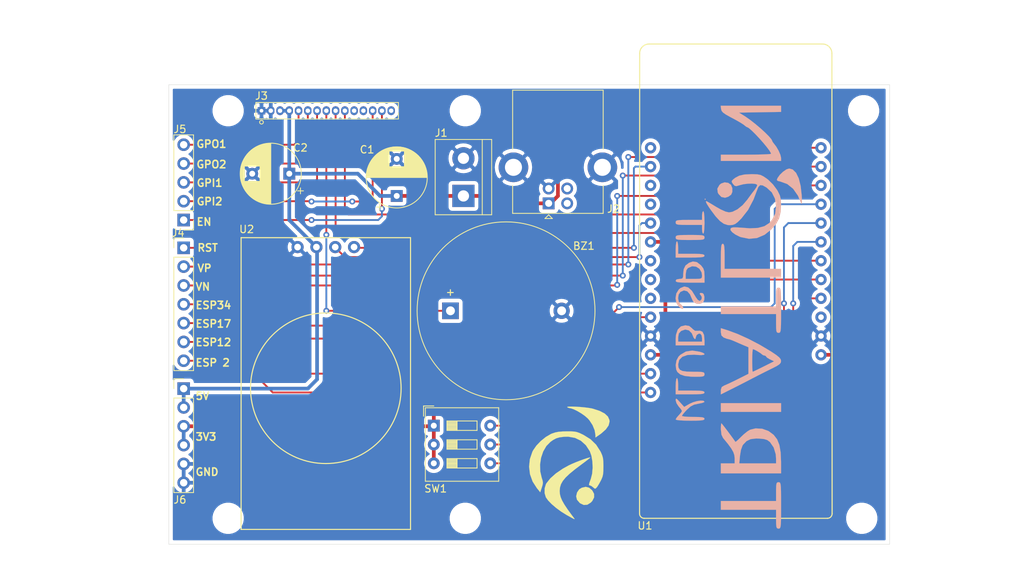
<source format=kicad_pcb>
(kicad_pcb (version 20171130) (host pcbnew "(5.1.10)-1")

  (general
    (thickness 1.6)
    (drawings 24)
    (tracks 164)
    (zones 0)
    (modules 20)
    (nets 24)
  )

  (page A4)
  (title_block
    (title "Marko's RFID WiFi Module")
    (date 2021-08-11)
    (rev Draft)
    (company "Pero Krivic")
  )

  (layers
    (0 F.Cu signal)
    (31 B.Cu signal hide)
    (32 B.Adhes user hide)
    (33 F.Adhes user hide)
    (34 B.Paste user hide)
    (35 F.Paste user hide)
    (36 B.SilkS user hide)
    (37 F.SilkS user hide)
    (38 B.Mask user hide)
    (39 F.Mask user hide)
    (40 Dwgs.User user)
    (41 Cmts.User user hide)
    (42 Eco1.User user hide)
    (43 Eco2.User user hide)
    (44 Edge.Cuts user)
    (45 Margin user hide)
    (46 B.CrtYd user hide)
    (47 F.CrtYd user)
    (48 B.Fab user hide)
    (49 F.Fab user hide)
  )

  (setup
    (last_trace_width 0.25)
    (trace_clearance 0.2)
    (zone_clearance 0.508)
    (zone_45_only no)
    (trace_min 0.2)
    (via_size 0.8)
    (via_drill 0.4)
    (via_min_size 0.4)
    (via_min_drill 0.3)
    (uvia_size 0.3)
    (uvia_drill 0.1)
    (uvias_allowed no)
    (uvia_min_size 0.2)
    (uvia_min_drill 0.1)
    (edge_width 0.05)
    (segment_width 0.2)
    (pcb_text_width 0.3)
    (pcb_text_size 1.5 1.5)
    (mod_edge_width 0.12)
    (mod_text_size 1 1)
    (mod_text_width 0.15)
    (pad_size 3.2 3.2)
    (pad_drill 3.2)
    (pad_to_mask_clearance 0)
    (aux_axis_origin 0 0)
    (grid_origin 130.21 64.01)
    (visible_elements 7FFDFF3F)
    (pcbplotparams
      (layerselection 0x29100_ffffffff)
      (usegerberextensions false)
      (usegerberattributes true)
      (usegerberadvancedattributes true)
      (creategerberjobfile true)
      (excludeedgelayer true)
      (linewidth 0.100000)
      (plotframeref true)
      (viasonmask false)
      (mode 1)
      (useauxorigin false)
      (hpglpennumber 1)
      (hpglpenspeed 20)
      (hpglpendiameter 15.000000)
      (psnegative false)
      (psa4output false)
      (plotreference true)
      (plotvalue false)
      (plotinvisibletext false)
      (padsonsilk false)
      (subtractmaskfromsilk false)
      (outputformat 4)
      (mirror false)
      (drillshape 0)
      (scaleselection 1)
      (outputdirectory ""))
  )

  (net 0 "")
  (net 1 GND)
  (net 2 /BUZZER)
  (net 3 +5V)
  (net 4 /EN)
  (net 5 /GPI2)
  (net 6 /RFID_RX)
  (net 7 /RFID_TX)
  (net 8 /GPI1)
  (net 9 /GPO2)
  (net 10 /GPO1)
  (net 11 /2)
  (net 12 /12)
  (net 13 /17)
  (net 14 /34)
  (net 15 /VN)
  (net 16 /VP)
  (net 17 /RST)
  (net 18 +3V3)
  (net 19 "Net-(SW1-Pad6)")
  (net 20 "Net-(SW1-Pad5)")
  (net 21 "Net-(SW1-Pad4)")
  (net 22 /SDA)
  (net 23 /SCL)

  (net_class Default "This is the default net class."
    (clearance 0.2)
    (trace_width 0.25)
    (via_dia 0.8)
    (via_drill 0.4)
    (uvia_dia 0.3)
    (uvia_drill 0.1)
    (add_net /12)
    (add_net /17)
    (add_net /2)
    (add_net /34)
    (add_net /BUZZER)
    (add_net /EN)
    (add_net /GPI1)
    (add_net /GPI2)
    (add_net /GPO1)
    (add_net /GPO2)
    (add_net /RFID_RX)
    (add_net /RFID_TX)
    (add_net /RST)
    (add_net /SCL)
    (add_net /SDA)
    (add_net /VN)
    (add_net /VP)
    (add_net "Net-(SW1-Pad4)")
    (add_net "Net-(SW1-Pad5)")
    (add_net "Net-(SW1-Pad6)")
  )

  (net_class PWR ""
    (clearance 0.2)
    (trace_width 0.5)
    (via_dia 0.8)
    (via_drill 0.4)
    (uvia_dia 0.3)
    (uvia_drill 0.1)
    (add_net +3V3)
    (add_net +5V)
    (add_net GND)
  )

  (module Marko_RFID_Reader:Triatlon_klub_ST_Logo_small (layer F.Cu) (tedit 0) (tstamp 6145AC34)
    (at 160.46 110.51)
    (fp_text reference G*** (at 0 0) (layer F.SilkS) hide
      (effects (font (size 1.524 1.524) (thickness 0.3)))
    )
    (fp_text value LOGO (at 0.75 0) (layer F.SilkS) hide
      (effects (font (size 1.524 1.524) (thickness 0.3)))
    )
    (fp_poly (pts (xy 3.297005 0.372579) (xy 3.0478 0.575485) (xy 2.669254 0.866835) (xy 2.199658 1.216504)
      (xy 2.183877 1.228083) (xy 1.276001 1.912446) (xy 0.566279 2.495445) (xy 0.033263 3.003348)
      (xy -0.344497 3.462424) (xy -0.588449 3.898941) (xy -0.720043 4.339168) (xy -0.760728 4.809373)
      (xy -0.76076 4.834346) (xy -0.729422 5.237494) (xy -0.625493 5.650676) (xy -0.431393 6.106884)
      (xy -0.129543 6.639111) (xy 0.297633 7.280351) (xy 0.867716 8.063595) (xy 1.180187 8.47725)
      (xy 1.249567 8.578486) (xy 1.239035 8.61371) (xy 1.117151 8.569561) (xy 0.852475 8.432682)
      (xy 0.413568 8.189715) (xy 0.134008 8.032743) (xy -0.569447 7.594755) (xy -1.24765 7.096237)
      (xy -1.850242 6.580357) (xy -2.326866 6.090284) (xy -2.627165 5.66919) (xy -2.630451 5.662883)
      (xy -2.798951 5.096407) (xy -2.794197 4.466631) (xy -2.620558 3.8895) (xy -2.559501 3.780102)
      (xy -2.026537 3.108459) (xy -1.274732 2.439097) (xy -0.338023 1.799191) (xy 0.475116 1.350059)
      (xy 0.900351 1.151514) (xy 1.411444 0.936004) (xy 1.954825 0.723122) (xy 2.476922 0.532458)
      (xy 2.924164 0.383606) (xy 3.242978 0.296155) (xy 3.378574 0.288241) (xy 3.297005 0.372579)) (layer F.SilkS) (width 0.01))
    (fp_poly (pts (xy 3.203249 4.367375) (xy 3.6245 4.728152) (xy 3.632479 4.737585) (xy 3.878152 5.198643)
      (xy 3.880509 5.682609) (xy 3.643732 6.155289) (xy 3.431407 6.38175) (xy 2.96527 6.669454)
      (xy 2.491484 6.703726) (xy 2.01805 6.484393) (xy 1.928605 6.413874) (xy 1.570234 5.994148)
      (xy 1.458613 5.531352) (xy 1.580778 5.012998) (xy 1.877641 4.583718) (xy 2.218998 4.374778)
      (xy 2.745285 4.252288) (xy 3.203249 4.367375)) (layer F.SilkS) (width 0.01))
    (fp_poly (pts (xy 0.793551 -3.229467) (xy 1.221241 -3.204227) (xy 1.565322 -3.137591) (xy 1.910955 -3.011671)
      (xy 2.343307 -2.808575) (xy 2.443041 -2.759413) (xy 3.398134 -2.169447) (xy 4.156149 -1.432105)
      (xy 4.743311 -0.521058) (xy 4.81202 -0.381) (xy 4.975054 -0.001376) (xy 5.074382 0.352168)
      (xy 5.124652 0.764504) (xy 5.140508 1.320503) (xy 5.140753 1.524) (xy 5.130747 2.12572)
      (xy 5.093518 2.556928) (xy 5.013371 2.90085) (xy 4.874608 3.240712) (xy 4.781472 3.429)
      (xy 4.556361 3.842611) (xy 4.34337 4.188994) (xy 4.223002 4.35172) (xy 4.064842 4.496446)
      (xy 3.926373 4.472951) (xy 3.748597 4.31997) (xy 3.503559 4.134171) (xy 3.325564 4.064)
      (xy 3.219779 4.043158) (xy 3.189073 3.948268) (xy 3.239786 3.730784) (xy 3.378257 3.342157)
      (xy 3.441649 3.175) (xy 3.615818 2.486112) (xy 3.684217 1.675945) (xy 3.650206 0.835243)
      (xy 3.517148 0.054749) (xy 3.303875 -0.544699) (xy 2.768529 -1.362194) (xy 2.097115 -1.967013)
      (xy 1.30109 -2.35278) (xy 0.391911 -2.513118) (xy -0.205843 -2.498211) (xy -0.790048 -2.421253)
      (xy -1.234913 -2.290669) (xy -1.654894 -2.063024) (xy -2.005047 -1.815443) (xy -2.55734 -1.254889)
      (xy -2.984672 -0.520844) (xy -3.27364 0.331995) (xy -3.41084 1.248929) (xy -3.382871 2.17526)
      (xy -3.189538 3.018707) (xy -3.061215 3.424471) (xy -3.022951 3.717085) (xy -3.072956 4.020209)
      (xy -3.17044 4.338448) (xy -3.382512 4.98898) (xy -3.847562 4.421448) (xy -4.417634 3.534984)
      (xy -4.767123 2.560792) (xy -4.891937 1.540778) (xy -4.787985 0.516848) (xy -4.451173 -0.46909)
      (xy -4.345361 -0.676844) (xy -3.90524 -1.311408) (xy -3.305388 -1.93729) (xy -2.625288 -2.483593)
      (xy -1.944423 -2.879417) (xy -1.814142 -2.934683) (xy -1.373798 -3.083491) (xy -0.920611 -3.174147)
      (xy -0.368637 -3.219321) (xy 0.197086 -3.231201) (xy 0.793551 -3.229467)) (layer F.SilkS) (width 0.01))
    (fp_poly (pts (xy 1.370032 -6.564562) (xy 1.92447 -6.530084) (xy 2.494337 -6.479703) (xy 3.032262 -6.416129)
      (xy 3.490873 -6.342072) (xy 3.718623 -6.291024) (xy 4.635184 -5.992097) (xy 5.308409 -5.641382)
      (xy 5.744589 -5.23402) (xy 5.950013 -4.765149) (xy 5.969 -4.552472) (xy 5.843334 -4.036129)
      (xy 5.469127 -3.499861) (xy 4.850564 -2.949152) (xy 4.6158 -2.780447) (xy 4.064 -2.400798)
      (xy 4.064 -2.709815) (xy 3.960328 -3.368828) (xy 3.675366 -4.068731) (xy 3.24819 -4.724105)
      (xy 3.028776 -4.972737) (xy 2.640133 -5.312148) (xy 2.149361 -5.657547) (xy 1.62412 -5.969954)
      (xy 1.132074 -6.210386) (xy 0.740883 -6.339863) (xy 0.635 -6.351845) (xy 0.368615 -6.424186)
      (xy 0.254 -6.489241) (xy 0.273007 -6.545477) (xy 0.496929 -6.574969) (xy 0.878394 -6.580427)
      (xy 1.370032 -6.564562)) (layer F.SilkS) (width 0.01))
  )

  (module Marko_RFID_Reader:Triatlon_klub_ST_Logo (layer B.Cu) (tedit 0) (tstamp 61451183)
    (at 182.46 90.26 90)
    (fp_text reference G*** (at 0 0 90) (layer B.SilkS) hide
      (effects (font (size 1.524 1.524) (thickness 0.3)) (justify mirror))
    )
    (fp_text value LOGO (at 0.75 0 90) (layer B.SilkS) hide
      (effects (font (size 1.524 1.524) (thickness 0.3)) (justify mirror))
    )
    (fp_poly (pts (xy -12.890062 -3.360261) (xy -12.864936 -3.727446) (xy -12.934888 -4.226486) (xy -13.087405 -4.764981)
      (xy -13.294462 -5.223855) (xy -13.715512 -5.960377) (xy -13.080756 -6.532259) (xy -12.722207 -6.86741)
      (xy -12.597965 -7.038321) (xy -12.684401 -7.100214) (xy -12.83439 -7.108071) (xy -13.217112 -6.998988)
      (xy -13.635959 -6.727359) (xy -13.679327 -6.688667) (xy -14.0136 -6.410145) (xy -14.248781 -6.269476)
      (xy -14.2723 -6.265333) (xy -14.472582 -6.374439) (xy -14.784342 -6.641785) (xy -14.83206 -6.688667)
      (xy -15.157641 -6.972332) (xy -15.397559 -7.10963) (xy -15.41703 -7.112) (xy -15.484354 -6.952137)
      (xy -15.536777 -6.510122) (xy -15.569623 -5.842316) (xy -15.578666 -5.164667) (xy -15.571881 -4.309538)
      (xy -15.546939 -3.740164) (xy -15.496964 -3.403822) (xy -15.415079 -3.247787) (xy -15.324666 -3.217333)
      (xy -15.20075 -3.276723) (xy -15.123564 -3.493478) (xy -15.083463 -3.925473) (xy -15.0708 -4.630584)
      (xy -15.070666 -4.741333) (xy -15.056026 -5.412451) (xy -15.016808 -5.932782) (xy -14.960072 -6.226782)
      (xy -14.92828 -6.265333) (xy -14.738549 -6.155469) (xy -14.397469 -5.871822) (xy -14.097907 -5.590937)
      (xy -13.654868 -5.096261) (xy -13.412563 -4.626551) (xy -13.29307 -4.066937) (xy -13.199205 -3.583771)
      (xy -13.086736 -3.276006) (xy -13.022777 -3.217333) (xy -12.890062 -3.360261)) (layer B.SilkS) (width 0.01))
    (fp_poly (pts (xy -11.652676 -3.271843) (xy -11.577221 -3.471818) (xy -11.534491 -3.871929) (xy -11.516677 -4.526848)
      (xy -11.514666 -4.995333) (xy -11.514666 -6.773333) (xy -10.668 -6.773333) (xy -10.185025 -6.803792)
      (xy -9.87847 -6.88167) (xy -9.821333 -6.942667) (xy -9.976848 -7.031153) (xy -10.388813 -7.091736)
      (xy -10.922 -7.112) (xy -12.022666 -7.112) (xy -12.022666 -5.164667) (xy -12.015881 -4.309538)
      (xy -11.990939 -3.740164) (xy -11.940964 -3.403822) (xy -11.859079 -3.247787) (xy -11.768666 -3.217333)
      (xy -11.652676 -3.271843)) (layer B.SilkS) (width 0.01))
    (fp_poly (pts (xy -6.418613 -3.430106) (xy -6.274237 -3.852333) (xy -6.113647 -4.872719) (xy -6.248237 -5.739365)
      (xy -6.682714 -6.472657) (xy -6.938821 -6.730793) (xy -7.445658 -7.003452) (xy -8.076774 -7.109909)
      (xy -8.683238 -7.039355) (xy -9.010343 -6.881148) (xy -9.337214 -6.490276) (xy -9.543401 -5.882717)
      (xy -9.640606 -5.01461) (xy -9.652 -4.47631) (xy -9.643866 -3.830367) (xy -9.606828 -3.452481)
      (xy -9.521931 -3.272191) (xy -9.37022 -3.219032) (xy -9.313333 -3.217333) (xy -9.152944 -3.242622)
      (xy -9.05305 -3.3613) (xy -8.999493 -3.637585) (xy -8.978115 -4.135692) (xy -8.974666 -4.753428)
      (xy -8.952485 -5.6203) (xy -8.868701 -6.203061) (xy -8.697456 -6.554376) (xy -8.412889 -6.72691)
      (xy -7.989143 -6.773327) (xy -7.982857 -6.773333) (xy -7.378761 -6.629713) (xy -6.953484 -6.209539)
      (xy -6.715288 -5.528837) (xy -6.672431 -4.603637) (xy -6.698799 -4.28174) (xy -6.731874 -3.654744)
      (xy -6.683137 -3.290594) (xy -6.572185 -3.209108) (xy -6.418613 -3.430106)) (layer B.SilkS) (width 0.01))
    (fp_poly (pts (xy -4.005525 -3.284103) (xy -3.57681 -3.491895) (xy -3.427211 -3.851929) (xy -3.447508 -4.071872)
      (xy -3.45114 -4.490092) (xy -3.21097 -4.815633) (xy -3.126885 -4.884961) (xy -2.799189 -5.286775)
      (xy -2.709333 -5.812506) (xy -2.855259 -6.408833) (xy -3.280264 -6.831211) (xy -3.96519 -7.066157)
      (xy -4.555807 -7.112) (xy -5.418666 -7.112) (xy -5.418666 -3.556) (xy -4.910666 -3.556)
      (xy -4.910666 -6.773333) (xy -4.321903 -6.773333) (xy -3.818251 -6.688646) (xy -3.482946 -6.390463)
      (xy -3.459317 -6.355426) (xy -3.275908 -5.817563) (xy -3.394545 -5.316276) (xy -3.782403 -4.93869)
      (xy -4.032793 -4.833316) (xy -4.407899 -4.675107) (xy -4.572284 -4.51764) (xy -4.48531 -4.415763)
      (xy -4.351866 -4.402667) (xy -4.019298 -4.278267) (xy -3.831493 -3.995606) (xy -3.841349 -3.789366)
      (xy -4.058055 -3.620776) (xy -4.420783 -3.556) (xy -4.910666 -3.556) (xy -5.418666 -3.556)
      (xy -5.418666 -3.217333) (xy -4.730201 -3.217333) (xy -4.005525 -3.284103)) (layer B.SilkS) (width 0.01))
    (fp_poly (pts (xy 1.493383 -3.329193) (xy 1.634901 -3.478636) (xy 1.663561 -3.763075) (xy 1.546342 -3.881376)
      (xy 1.368711 -3.748048) (xy 1.367502 -3.746101) (xy 1.121802 -3.589021) (xy 0.815383 -3.618644)
      (xy 0.610425 -3.803389) (xy 0.592667 -3.896986) (xy 0.731452 -4.129856) (xy 1.074471 -4.3859)
      (xy 1.16716 -4.43547) (xy 1.951516 -4.920837) (xy 2.406935 -5.426063) (xy 2.530586 -5.944461)
      (xy 2.319639 -6.469344) (xy 2.124364 -6.696363) (xy 1.587576 -7.026104) (xy 0.941488 -7.133285)
      (xy 0.310757 -7.0166) (xy -0.139816 -6.720086) (xy -0.396421 -6.413909) (xy -0.507857 -6.215484)
      (xy -0.508 -6.212086) (xy -0.403156 -6.088538) (xy -0.16756 -6.153069) (xy 0.080387 -6.364375)
      (xy 0.130036 -6.434667) (xy 0.463379 -6.688124) (xy 0.950573 -6.781027) (xy 1.445309 -6.709659)
      (xy 1.79628 -6.477) (xy 2.000086 -5.995341) (xy 1.885775 -5.550742) (xy 1.473888 -5.182668)
      (xy 1.023898 -4.993022) (xy 0.612943 -4.808834) (xy 0.388898 -4.646421) (xy 0.201586 -4.261212)
      (xy 0.19799 -3.787388) (xy 0.372534 -3.420533) (xy 0.704649 -3.255296) (xy 1.128445 -3.227159)
      (xy 1.493383 -3.329193)) (layer B.SilkS) (width 0.01))
    (fp_poly (pts (xy 4.556053 -3.248499) (xy 4.965094 -3.376139) (xy 5.338591 -3.651464) (xy 5.400759 -3.708605)
      (xy 5.816914 -4.241945) (xy 5.906766 -4.786212) (xy 5.729674 -5.302799) (xy 5.363057 -5.78564)
      (xy 4.85997 -6.031137) (xy 4.275667 -6.090614) (xy 3.823932 -6.11136) (xy 3.616311 -6.209436)
      (xy 3.558396 -6.452188) (xy 3.556 -6.604) (xy 3.480272 -7.007304) (xy 3.302 -7.112)
      (xy 3.190462 -7.059976) (xy 3.116196 -6.868756) (xy 3.072325 -6.485616) (xy 3.051972 -5.857832)
      (xy 3.048 -5.164667) (xy 3.048 -4.656667) (xy 3.556 -4.656667) (xy 3.556 -5.757333)
      (xy 4.172332 -5.757333) (xy 4.728331 -5.66304) (xy 5.013614 -5.461) (xy 5.256125 -4.909034)
      (xy 5.211093 -4.362713) (xy 4.920951 -3.903913) (xy 4.42813 -3.614509) (xy 4.026322 -3.556)
      (xy 3.773684 -3.570377) (xy 3.632993 -3.664629) (xy 3.571482 -3.915439) (xy 3.556384 -4.399487)
      (xy 3.556 -4.656667) (xy 3.048 -4.656667) (xy 3.048 -3.217333) (xy 3.961426 -3.217333)
      (xy 4.556053 -3.248499)) (layer B.SilkS) (width 0.01))
    (fp_poly (pts (xy 6.804657 -3.271843) (xy 6.880112 -3.471818) (xy 6.922842 -3.871929) (xy 6.940656 -4.526848)
      (xy 6.942667 -4.995333) (xy 6.942667 -6.773333) (xy 7.789334 -6.773333) (xy 8.272309 -6.803792)
      (xy 8.578863 -6.88167) (xy 8.636 -6.942667) (xy 8.480485 -7.031153) (xy 8.06852 -7.091736)
      (xy 7.535334 -7.112) (xy 6.434667 -7.112) (xy 6.434667 -5.164667) (xy 6.441453 -4.309538)
      (xy 6.466394 -3.740164) (xy 6.516369 -3.403822) (xy 6.598254 -3.247787) (xy 6.688667 -3.217333)
      (xy 6.804657 -3.271843)) (layer B.SilkS) (width 0.01))
    (fp_poly (pts (xy 9.289512 -3.237986) (xy 9.386093 -3.33814) (xy 9.443709 -3.575094) (xy 9.472323 -4.006141)
      (xy 9.481902 -4.68858) (xy 9.482667 -5.164667) (xy 9.479075 -6.001358) (xy 9.461657 -6.556701)
      (xy 9.420448 -6.887991) (xy 9.345483 -7.052525) (xy 9.226798 -7.107599) (xy 9.144 -7.112)
      (xy 8.998489 -7.091347) (xy 8.901907 -6.991193) (xy 8.844292 -6.754239) (xy 8.815677 -6.323192)
      (xy 8.806099 -5.640753) (xy 8.805334 -5.164667) (xy 8.808925 -4.327975) (xy 8.826343 -3.772632)
      (xy 8.867553 -3.441342) (xy 8.942518 -3.276808) (xy 9.061202 -3.221734) (xy 9.144 -3.217333)
      (xy 9.289512 -3.237986)) (layer B.SilkS) (width 0.01))
    (fp_poly (pts (xy 11.906238 -3.235095) (xy 12.427141 -3.284261) (xy 12.683119 -3.358655) (xy 12.7 -3.386667)
      (xy 12.551143 -3.498591) (xy 12.185113 -3.554537) (xy 12.107334 -3.556) (xy 11.514667 -3.556)
      (xy 11.514667 -5.334) (xy 11.51042 -6.127189) (xy 11.490078 -6.64162) (xy 11.442235 -6.937168)
      (xy 11.355486 -7.073709) (xy 11.218427 -7.111119) (xy 11.176 -7.112) (xy 11.024917 -7.089707)
      (xy 10.92693 -6.98291) (xy 10.870635 -6.731733) (xy 10.844627 -6.276301) (xy 10.837501 -5.556739)
      (xy 10.837334 -5.334) (xy 10.837334 -3.556) (xy 10.244667 -3.556) (xy 9.852932 -3.513469)
      (xy 9.657119 -3.408889) (xy 9.652 -3.386667) (xy 9.811853 -3.305529) (xy 10.25435 -3.247651)
      (xy 10.9239 -3.219209) (xy 11.176 -3.217333) (xy 11.906238 -3.235095)) (layer B.SilkS) (width 0.01))
    (fp_poly (pts (xy 14.393334 -3.132667) (xy 14.308667 -3.217333) (xy 14.224 -3.132667) (xy 14.308667 -3.048)
      (xy 14.393334 -3.132667)) (layer B.SilkS) (width 0.01))
    (fp_poly (pts (xy 14.284211 7.080077) (xy 14.821572 6.950572) (xy 15.388274 6.67288) (xy 15.577064 6.561667)
      (xy 16.300098 6.022793) (xy 16.945597 5.362705) (xy 17.091346 5.173232) (xy 17.401888 4.713335)
      (xy 17.580969 4.334761) (xy 17.663887 3.911829) (xy 17.685943 3.318857) (xy 17.685851 3.056565)
      (xy 17.639405 2.154344) (xy 17.488125 1.479378) (xy 17.201716 0.928562) (xy 16.976392 0.642067)
      (xy 16.767287 0.451824) (xy 16.563719 0.486053) (xy 16.352337 0.633374) (xy 16.118026 0.85)
      (xy 16.070534 1.086946) (xy 16.184749 1.485356) (xy 16.19542 1.515308) (xy 16.328087 2.033989)
      (xy 16.40183 2.622572) (xy 16.415936 3.187992) (xy 16.369692 3.637184) (xy 16.262383 3.877084)
      (xy 16.213667 3.89446) (xy 15.948658 3.794432) (xy 15.581121 3.5502) (xy 15.535089 3.51346)
      (xy 15.130062 3.198762) (xy 14.591913 2.799984) (xy 14.23613 2.544609) (xy 13.506066 1.920565)
      (xy 12.945875 1.225964) (xy 12.6076 0.53585) (xy 12.530667 0.085318) (xy 12.635178 -0.379518)
      (xy 12.929876 -1.037889) (xy 13.292667 -1.674834) (xy 13.637082 -2.240916) (xy 13.900464 -2.688005)
      (xy 14.04163 -2.945601) (xy 14.054667 -2.97938) (xy 13.97337 -3.040194) (xy 13.708634 -2.92777)
      (xy 13.229187 -2.626264) (xy 12.869334 -2.378787) (xy 11.979754 -1.712275) (xy 11.365563 -1.138638)
      (xy 10.992004 -0.614716) (xy 10.824323 -0.097349) (xy 10.806937 0.182263) (xy 10.839117 0.586349)
      (xy 10.9596 0.915705) (xy 11.223905 1.266801) (xy 11.687551 1.73611) (xy 11.718096 1.7655)
      (xy 12.856337 2.657419) (xy 14.262514 3.395959) (xy 15.400809 3.823263) (xy 15.956929 4.045645)
      (xy 16.204508 4.291812) (xy 16.16989 4.635992) (xy 15.879423 5.152409) (xy 15.875 5.159176)
      (xy 15.228 5.859238) (xy 14.383494 6.284661) (xy 13.343551 6.434424) (xy 13.295751 6.434667)
      (xy 12.354714 6.31317) (xy 11.562715 5.921099) (xy 11.088334 5.508907) (xy 10.67191 4.862336)
      (xy 10.432534 3.976441) (xy 10.384313 2.908789) (xy 10.397848 2.69112) (xy 10.466023 1.792823)
      (xy 10.504039 1.172345) (xy 10.510904 0.770096) (xy 10.485624 0.526486) (xy 10.427206 0.381927)
      (xy 10.357983 0.299583) (xy 10.141127 0.283632) (xy 9.851112 0.519184) (xy 9.540827 0.943403)
      (xy 9.26316 1.493458) (xy 9.188883 1.688504) (xy 8.964566 2.798782) (xy 9.073828 3.873736)
      (xy 9.512022 4.895277) (xy 10.251106 5.822168) (xy 10.987118 6.453494) (xy 11.735147 6.851872)
      (xy 12.600077 7.057774) (xy 13.593824 7.112) (xy 14.284211 7.080077)) (layer B.SilkS) (width 0.01))
    (fp_poly (pts (xy 15.802607 0.534652) (xy 16.24834 0.354274) (xy 16.517174 -0.026858) (xy 16.5841 -0.506803)
      (xy 16.424107 -0.98362) (xy 16.230091 -1.207804) (xy 15.733564 -1.487558) (xy 15.229668 -1.440276)
      (xy 15.03041 -1.342265) (xy 14.605849 -0.945157) (xy 14.503036 -0.445624) (xy 14.646543 -0.001529)
      (xy 14.919057 0.376721) (xy 15.29023 0.535361) (xy 15.802607 0.534652)) (layer B.SilkS) (width 0.01))
    (fp_poly (pts (xy -25.908057 7.110472) (xy -25.100752 7.102618) (xy -24.541393 7.083535) (xy -24.184622 7.04832)
      (xy -23.98508 6.992068) (xy -23.897407 6.909876) (xy -23.876246 6.79684) (xy -23.876 6.773333)
      (xy -23.905996 6.600177) (xy -24.042771 6.49858) (xy -24.356509 6.449825) (xy -24.917391 6.435198)
      (xy -25.146 6.434667) (xy -26.416 6.434667) (xy -26.416 -1.016) (xy -27.601333 -1.016)
      (xy -27.601333 6.434667) (xy -28.871333 6.434667) (xy -29.520668 6.442666) (xy -29.90166 6.479139)
      (xy -30.08449 6.562803) (xy -30.139341 6.712371) (xy -30.141333 6.773333) (xy -30.127197 6.892318)
      (xy -30.054551 6.979595) (xy -29.878035 7.040066) (xy -29.552291 7.078636) (xy -29.031959 7.100208)
      (xy -28.271682 7.109686) (xy -27.226101 7.111974) (xy -27.008666 7.112) (xy -25.908057 7.110472)) (layer B.SilkS) (width 0.01))
    (fp_poly (pts (xy -21.124333 7.10943) (xy -19.855573 7.05598) (xy -18.860589 6.886064) (xy -18.08812 6.578321)
      (xy -17.486904 6.111394) (xy -17.005682 5.463923) (xy -16.952503 5.371183) (xy -16.6606 4.549307)
      (xy -16.617676 3.659828) (xy -16.796773 2.928968) (xy -17.029027 2.551603) (xy -17.417316 2.07256)
      (xy -17.746783 1.726122) (xy -18.127068 1.340376) (xy -18.374175 1.060447) (xy -18.433677 0.954663)
      (xy -17.981169 0.633356) (xy -17.450622 0.244986) (xy -16.910621 -0.158608) (xy -16.429749 -0.525584)
      (xy -16.076591 -0.804104) (xy -15.919732 -0.942325) (xy -15.917333 -0.947362) (xy -16.069479 -0.98705)
      (xy -16.457287 -1.011837) (xy -16.73809 -1.016) (xy -17.474857 -0.930773) (xy -17.909164 -0.719667)
      (xy -18.706167 -0.065127) (xy -19.320917 0.385172) (xy -19.812253 0.664833) (xy -20.239013 0.807459)
      (xy -20.65181 0.846667) (xy -21.336 0.846667) (xy -21.336 -1.016) (xy -22.690666 -1.016)
      (xy -22.690666 6.434667) (xy -21.336 6.434667) (xy -21.336 1.476963) (xy -20.294075 1.571442)
      (xy -19.524334 1.699119) (xy -18.941922 1.911081) (xy -18.812408 1.992284) (xy -18.33348 2.452942)
      (xy -18.067419 3.008627) (xy -17.980603 3.748172) (xy -17.990944 4.162579) (xy -18.055803 4.812972)
      (xy -18.190463 5.245494) (xy -18.434207 5.579561) (xy -18.468636 5.614697) (xy -19.190646 6.112077)
      (xy -20.101933 6.388878) (xy -20.683935 6.434667) (xy -21.336 6.434667) (xy -22.690666 6.434667)
      (xy -22.690666 7.112) (xy -21.124333 7.10943)) (layer B.SilkS) (width 0.01))
    (fp_poly (pts (xy -13.208 -1.016) (xy -14.393333 -1.016) (xy -14.393333 7.112) (xy -13.208 7.112)
      (xy -13.208 -1.016)) (layer B.SilkS) (width 0.01))
    (fp_poly (pts (xy -7.287151 7.058231) (xy -7.036397 6.864084) (xy -6.723909 6.480297) (xy -6.303479 5.857612)
      (xy -6.211906 5.715) (xy -5.338812 4.25036) (xy -4.5428 2.726552) (xy -3.872452 1.243853)
      (xy -3.376347 -0.097456) (xy -3.340723 -0.211667) (xy -3.094424 -1.016) (xy -3.636698 -1.016)
      (xy -4.078705 -0.939346) (xy -4.339923 -0.657624) (xy -4.375486 -0.584699) (xy -4.521185 -0.210943)
      (xy -4.572 0.009813) (xy -4.636587 0.2519) (xy -4.799789 0.674649) (xy -4.893411 0.890846)
      (xy -5.149998 1.473367) (xy -5.390749 2.034621) (xy -5.442747 2.159) (xy -5.670672 2.709333)
      (xy -9.251042 2.709333) (xy -9.953226 1.312333) (xy -10.287564 0.63376) (xy -10.579006 0.01814)
      (xy -10.781067 -0.435417) (xy -10.826847 -0.550333) (xy -11.035957 -0.897136) (xy -11.391868 -1.012406)
      (xy -11.515414 -1.016) (xy -12.032544 -1.016) (xy -11.334427 0.381) (xy -10.909821 1.22224)
      (xy -10.420296 2.179491) (xy -9.959628 3.069578) (xy -9.882396 3.217333) (xy -9.848777 3.282392)
      (xy -8.974666 3.282392) (xy -8.817935 3.25374) (xy -8.398115 3.231527) (xy -7.79077 3.218978)
      (xy -7.450666 3.217333) (xy -6.779516 3.227707) (xy -6.259173 3.255493) (xy -5.965193 3.295691)
      (xy -5.926666 3.318207) (xy -6.008928 3.54949) (xy -6.203251 3.916144) (xy -6.430949 4.284162)
      (xy -6.613331 4.51954) (xy -6.646333 4.543778) (xy -6.76252 4.738716) (xy -6.773333 4.840111)
      (xy -6.852261 5.056478) (xy -6.911945 5.08) (xy -7.069099 5.21758) (xy -7.27466 5.555441)
      (xy -7.307489 5.622518) (xy -7.564421 6.165036) (xy -8.269544 4.756243) (xy -8.576592 4.136246)
      (xy -8.815998 3.640401) (xy -8.95408 3.339108) (xy -8.974666 3.282392) (xy -9.848777 3.282392)
      (xy -9.458369 4.037886) (xy -9.007809 4.927315) (xy -8.613452 5.721925) (xy -8.534427 5.884333)
      (xy -8.214877 6.511812) (xy -7.972652 6.885472) (xy -7.758151 7.06548) (xy -7.522381 7.112)
      (xy -7.287151 7.058231)) (layer B.SilkS) (width 0.01))
    (fp_poly (pts (xy 0.406254 7.110396) (xy 1.197157 7.102178) (xy 1.741352 7.082238) (xy 2.084819 7.045466)
      (xy 2.273535 6.986754) (xy 2.35348 6.900994) (xy 2.37063 6.783077) (xy 2.370667 6.773333)
      (xy 2.340671 6.600177) (xy 2.203895 6.49858) (xy 1.890158 6.449825) (xy 1.329275 6.435198)
      (xy 1.100667 6.434667) (xy -0.169333 6.434667) (xy -0.169333 -1.016) (xy -1.185333 -1.016)
      (xy -1.185333 6.434667) (xy -2.455333 6.434667) (xy -3.104668 6.442666) (xy -3.48566 6.479139)
      (xy -3.66849 6.562803) (xy -3.723341 6.712371) (xy -3.725333 6.773333) (xy -3.710897 6.893732)
      (xy -3.636936 6.98161) (xy -3.457472 7.042076) (xy -3.126526 7.080239) (xy -2.598122 7.101208)
      (xy -1.826279 7.11009) (xy -0.765021 7.111996) (xy -0.677333 7.112) (xy 0.406254 7.110396)) (layer B.SilkS) (width 0.01))
    (fp_poly (pts (xy 4.910667 -0.508) (xy 6.604 -0.508) (xy 7.393637 -0.516393) (xy 7.9006 -0.547144)
      (xy 8.180593 -0.608608) (xy 8.28932 -0.70914) (xy 8.297334 -0.762) (xy 8.249108 -0.86607)
      (xy 8.07157 -0.938) (xy 7.71543 -0.983267) (xy 7.131395 -1.007348) (xy 6.270175 -1.01572)
      (xy 6.011334 -1.016) (xy 3.725334 -1.016) (xy 3.725334 7.112) (xy 4.910667 7.112)
      (xy 4.910667 -0.508)) (layer B.SilkS) (width 0.01))
    (fp_poly (pts (xy 20.308631 7.016756) (xy 20.862456 6.775087) (xy 21.416955 6.45309) (xy 21.813762 6.14358)
      (xy 22.061735 5.95857) (xy 22.156633 5.926667) (xy 22.407913 5.799443) (xy 22.812457 5.453477)
      (xy 23.322166 4.942331) (xy 23.888944 4.319566) (xy 24.46469 3.638742) (xy 25.001308 2.95342)
      (xy 25.450699 2.317161) (xy 25.578052 2.116667) (xy 25.992667 1.439333) (xy 26.039094 4.275667)
      (xy 26.085522 7.112) (xy 26.924 7.112) (xy 26.924 -1.038495) (xy 26.469318 -0.984914)
      (xy 26.225287 -0.911808) (xy 25.995316 -0.717155) (xy 25.732969 -0.343722) (xy 25.39181 0.265724)
      (xy 25.276433 0.485314) (xy 24.925947 1.134616) (xy 24.605982 1.686237) (xy 24.365376 2.057692)
      (xy 24.291782 2.148409) (xy 24.08849 2.400138) (xy 24.04296 2.509762) (xy 23.916157 2.747179)
      (xy 23.58117 3.138888) (xy 23.097303 3.631466) (xy 22.523859 4.171491) (xy 21.920143 4.70554)
      (xy 21.345457 5.18019) (xy 20.859105 5.542019) (xy 20.52039 5.737602) (xy 20.437898 5.757333)
      (xy 20.402065 5.596454) (xy 20.370617 5.147608) (xy 20.345317 4.461486) (xy 20.327932 3.58878)
      (xy 20.320225 2.580179) (xy 20.32 2.370667) (xy 20.32 -1.016) (xy 19.473334 -1.016)
      (xy 19.473334 7.112) (xy 19.886988 7.112) (xy 20.308631 7.016756)) (layer B.SilkS) (width 0.01))
    (fp_poly (pts (xy 14.4543 9.91676) (xy 14.816667 9.897632) (xy 16.100112 9.754189) (xy 17.122741 9.498161)
      (xy 17.86705 9.137721) (xy 18.315537 8.681037) (xy 18.4517 8.200832) (xy 18.330709 7.83054)
      (xy 18.015668 7.374509) (xy 17.592577 6.937438) (xy 17.163142 6.632116) (xy 16.910825 6.537981)
      (xy 16.779559 6.655738) (xy 16.695626 7.000042) (xy 16.355554 7.942252) (xy 15.714409 8.739333)
      (xy 14.76913 9.394207) (xy 13.716 9.844044) (xy 13.655318 9.903945) (xy 13.908957 9.928551)
      (xy 14.4543 9.91676)) (layer B.SilkS) (width 0.01))
  )

  (module Marko_RFID_Reader:MRR_Buzzer_D23.5RM15 (layer F.Cu) (tedit 61142C9E) (tstamp 61238E58)
    (at 144.96 91.01)
    (descr "Generic Buzzer, D15mm height 7.5mm with RM7.6mm")
    (tags buzzer)
    (path /611DDFBD)
    (fp_text reference BZ1 (at 18 -8.75) (layer F.SilkS)
      (effects (font (size 1 1) (thickness 0.15)))
    )
    (fp_text value BPT-24CX (at 7.874 2.54) (layer F.Fab)
      (effects (font (size 1 1) (thickness 0.15)))
    )
    (fp_text user %R (at 7.366 -9.652) (layer F.Fab)
      (effects (font (size 1 1) (thickness 0.15)))
    )
    (fp_text user + (at -0.01 -2.54) (layer F.SilkS)
      (effects (font (size 1 1) (thickness 0.15)))
    )
    (fp_text user + (at -0.01 -2.54) (layer F.Fab)
      (effects (font (size 1 1) (thickness 0.15)))
    )
    (fp_circle (center 7.5 0) (end 19.25 0) (layer F.CrtYd) (width 0.05))
    (fp_circle (center 7.5 0) (end 19.25 0) (layer F.Fab) (width 0.1))
    (fp_circle (center 7.5 0) (end 19.5 0) (layer F.SilkS) (width 0.12))
    (pad 2 thru_hole circle (at 15 0) (size 2.2 2.2) (drill 1.2) (layers *.Cu *.Mask)
      (net 1 GND))
    (pad 1 thru_hole rect (at 0 0) (size 2.25 2.25) (drill 1.2) (layers *.Cu *.Mask)
      (net 2 /BUZZER))
    (model ${KISYS3DMOD}/Buzzer_Beeper.3dshapes/Buzzer_15x7.5RM7.6.wrl
      (at (xyz 0 0 0))
      (scale (xyz 1.97 1.97 1.5))
      (rotate (xyz 0 0 0))
    )
  )

  (module Marko_RFID_Reader:MRR_RTC_DS3231 locked (layer F.Cu) (tedit 61142D01) (tstamp 614473CA)
    (at 116.71 120.51 90)
    (path /611FEBF8)
    (fp_text reference U2 (at 40.5 0.75 180) (layer F.SilkS)
      (effects (font (size 1 1) (thickness 0.15)))
    )
    (fp_text value RTC_DS3231 (at 2.286 1.016 90) (layer F.Fab)
      (effects (font (size 1 1) (thickness 0.15)))
    )
    (fp_text user %R (at 38.25 1.25 180) (layer F.Fab)
      (effects (font (size 1 1) (thickness 0.15)))
    )
    (fp_line (start 0 0) (end 39.37 0) (layer F.Fab) (width 0.15))
    (fp_line (start 0 0) (end 0 22.86) (layer F.Fab) (width 0.15))
    (fp_line (start 39.37 0) (end 39.37 22.86) (layer F.Fab) (width 0.15))
    (fp_line (start 0 22.86) (end 39.37 22.86) (layer F.Fab) (width 0.15))
    (fp_line (start 0 0) (end 39.37 0) (layer F.CrtYd) (width 0.15))
    (fp_line (start 39.37 0) (end 39.37 22.86) (layer F.CrtYd) (width 0.15))
    (fp_line (start 0 22.86) (end 39.37 22.86) (layer F.CrtYd) (width 0.15))
    (fp_line (start 0 0) (end 0 22.86) (layer F.CrtYd) (width 0.15))
    (fp_line (start 0 0) (end 39.37 0) (layer F.SilkS) (width 0.15))
    (fp_line (start 0 22.86) (end 39.37 22.86) (layer F.SilkS) (width 0.15))
    (fp_line (start 0 0) (end 0 22.86) (layer F.SilkS) (width 0.15))
    (fp_line (start 39.37 0) (end 39.37 22.86) (layer F.SilkS) (width 0.15))
    (fp_circle (center 19.05 11.43) (end 19.05 21.59) (layer F.SilkS) (width 0.15))
    (pad 1 thru_hole circle (at 38.1 7.62 90) (size 1.65 1.65) (drill 0.9) (layers *.Cu *.Mask)
      (net 1 GND))
    (pad 2 thru_hole circle (at 38.1 10.16 90) (size 1.65 1.65) (drill 0.9) (layers *.Cu *.Mask)
      (net 3 +5V))
    (pad 3 thru_hole circle (at 38.1 12.7 90) (size 1.65 1.65) (drill 0.9) (layers *.Cu *.Mask)
      (net 22 /SDA))
    (pad 4 thru_hole circle (at 38.1 15.24 90) (size 1.65 1.65) (drill 0.9) (layers *.Cu *.Mask)
      (net 23 /SCL))
    (model Socket_Strips.3dshapes/Socket_Strip_Straight_1x04_Pitch2.54mm.wrl
      (offset (xyz 38.1 -11.43 0))
      (scale (xyz 1 1 1))
      (rotate (xyz 0 0 90))
    )
    (model ${KIPRJMOD}/3D/RTC_DS3231.STEP
      (offset (xyz -3.5 -8.5 3))
      (scale (xyz 1 1 1))
      (rotate (xyz 0 180 0))
    )
  )

  (module MountingHole:MountingHole_3.2mm_M3_ISO7380 (layer F.Cu) (tedit 56D1B4CB) (tstamp 6123F64B)
    (at 200.46 119.01)
    (descr "Mounting Hole 3.2mm, no annular, M3, ISO7380")
    (tags "mounting hole 3.2mm no annular m3 iso7380")
    (attr virtual)
    (fp_text reference REF** (at 0 -3.85) (layer F.SilkS) hide
      (effects (font (size 1 1) (thickness 0.15)))
    )
    (fp_text value MountingHole_3.2mm_M3_ISO7380 (at 0 3.85) (layer F.Fab) hide
      (effects (font (size 1 1) (thickness 0.15)))
    )
    (fp_text user %R (at 0.3 0) (layer F.Fab) hide
      (effects (font (size 1 1) (thickness 0.15)))
    )
    (fp_circle (center 0 0) (end 2.85 0) (layer Cmts.User) (width 0.15))
    (fp_circle (center 0 0) (end 3.1 0) (layer F.CrtYd) (width 0.05))
    (pad 1 np_thru_hole circle (at 0 0) (size 3.2 3.2) (drill 3.2) (layers *.Cu *.Mask))
  )

  (module MountingHole:MountingHole_3.2mm_M3_ISO7380 (layer F.Cu) (tedit 56D1B4CB) (tstamp 6123F620)
    (at 200.71 64.01)
    (descr "Mounting Hole 3.2mm, no annular, M3, ISO7380")
    (tags "mounting hole 3.2mm no annular m3 iso7380")
    (attr virtual)
    (fp_text reference REF** (at 0 -3.85) (layer F.SilkS) hide
      (effects (font (size 1 1) (thickness 0.15)))
    )
    (fp_text value MountingHole_3.2mm_M3_ISO7380 (at 0 3.85) (layer F.Fab) hide
      (effects (font (size 1 1) (thickness 0.15)))
    )
    (fp_text user %R (at 0.3 0) (layer F.Fab) hide
      (effects (font (size 1 1) (thickness 0.15)))
    )
    (fp_circle (center 0 0) (end 2.85 0) (layer Cmts.User) (width 0.15))
    (fp_circle (center 0 0) (end 3.1 0) (layer F.CrtYd) (width 0.05))
    (pad 1 np_thru_hole circle (at 0 0) (size 3.2 3.2) (drill 3.2) (layers *.Cu *.Mask))
  )

  (module MountingHole:MountingHole_3.2mm_M3_ISO7380 (layer F.Cu) (tedit 56D1B4CB) (tstamp 6115046C)
    (at 146.96 119.01)
    (descr "Mounting Hole 3.2mm, no annular, M3, ISO7380")
    (tags "mounting hole 3.2mm no annular m3 iso7380")
    (attr virtual)
    (fp_text reference REF** (at 0 -3.85) (layer F.SilkS) hide
      (effects (font (size 1 1) (thickness 0.15)))
    )
    (fp_text value MountingHole_3.2mm_M3_ISO7380 (at 0 3.85) (layer F.Fab) hide
      (effects (font (size 1 1) (thickness 0.15)))
    )
    (fp_text user %R (at 0.3 0) (layer F.Fab) hide
      (effects (font (size 1 1) (thickness 0.15)))
    )
    (fp_circle (center 0 0) (end 2.85 0) (layer Cmts.User) (width 0.15))
    (fp_circle (center 0 0) (end 3.1 0) (layer F.CrtYd) (width 0.05))
    (pad 1 np_thru_hole circle (at 0 0) (size 3.2 3.2) (drill 3.2) (layers *.Cu *.Mask))
  )

  (module MountingHole:MountingHole_3.2mm_M3_ISO7380 (layer F.Cu) (tedit 56D1B4CB) (tstamp 61150441)
    (at 146.96 64.01)
    (descr "Mounting Hole 3.2mm, no annular, M3, ISO7380")
    (tags "mounting hole 3.2mm no annular m3 iso7380")
    (attr virtual)
    (fp_text reference REF** (at 0 -3.85) (layer F.SilkS) hide
      (effects (font (size 1 1) (thickness 0.15)))
    )
    (fp_text value MountingHole_3.2mm_M3_ISO7380 (at 0 3.85) (layer F.Fab) hide
      (effects (font (size 1 1) (thickness 0.15)))
    )
    (fp_text user %R (at 0.3 0) (layer F.Fab) hide
      (effects (font (size 1 1) (thickness 0.15)))
    )
    (fp_circle (center 0 0) (end 2.85 0) (layer Cmts.User) (width 0.15))
    (fp_circle (center 0 0) (end 3.1 0) (layer F.CrtYd) (width 0.05))
    (pad 1 np_thru_hole circle (at 0 0) (size 3.2 3.2) (drill 3.2) (layers *.Cu *.Mask))
  )

  (module MountingHole:MountingHole_3.2mm_M3_ISO7380 (layer F.Cu) (tedit 56D1B4CB) (tstamp 611503FB)
    (at 114.96 64.01)
    (descr "Mounting Hole 3.2mm, no annular, M3, ISO7380")
    (tags "mounting hole 3.2mm no annular m3 iso7380")
    (attr virtual)
    (fp_text reference REF** (at 0 -3.85) (layer F.SilkS) hide
      (effects (font (size 1 1) (thickness 0.15)))
    )
    (fp_text value MountingHole_3.2mm_M3_ISO7380 (at 0 3.85) (layer F.Fab) hide
      (effects (font (size 1 1) (thickness 0.15)))
    )
    (fp_text user %R (at 0.3 0) (layer F.Fab) hide
      (effects (font (size 1 1) (thickness 0.15)))
    )
    (fp_circle (center 0 0) (end 2.85 0) (layer Cmts.User) (width 0.15))
    (fp_circle (center 0 0) (end 3.1 0) (layer F.CrtYd) (width 0.05))
    (pad 1 np_thru_hole circle (at 0 0) (size 3.2 3.2) (drill 3.2) (layers *.Cu *.Mask))
  )

  (module MountingHole:MountingHole_3.2mm_M3_ISO7380 (layer F.Cu) (tedit 56D1B4CB) (tstamp 611503C6)
    (at 114.96 119.01)
    (descr "Mounting Hole 3.2mm, no annular, M3, ISO7380")
    (tags "mounting hole 3.2mm no annular m3 iso7380")
    (attr virtual)
    (fp_text reference REF** (at 0 -3.85) (layer F.SilkS) hide
      (effects (font (size 1 1) (thickness 0.15)))
    )
    (fp_text value MountingHole_3.2mm_M3_ISO7380 (at 0 3.85) (layer F.Fab) hide
      (effects (font (size 1 1) (thickness 0.15)))
    )
    (fp_text user %R (at 0.3 0) (layer F.Fab) hide
      (effects (font (size 1 1) (thickness 0.15)))
    )
    (fp_circle (center 0 0) (end 2.85 0) (layer Cmts.User) (width 0.15))
    (fp_circle (center 0 0) (end 3.1 0) (layer F.CrtYd) (width 0.05))
    (pad 1 np_thru_hole circle (at 0 0) (size 3.2 3.2) (drill 3.2) (layers *.Cu *.Mask))
  )

  (module TerminalBlock:TerminalBlock_bornier-2_P5.08mm (layer F.Cu) (tedit 59FF03AB) (tstamp 6114FB4D)
    (at 146.71 75.51 90)
    (descr "simple 2-pin terminal block, pitch 5.08mm, revamped version of bornier2")
    (tags "terminal block bornier2")
    (path /6113BED9)
    (fp_text reference J1 (at 8.5 -3 180) (layer F.SilkS)
      (effects (font (size 1 1) (thickness 0.15)))
    )
    (fp_text value "USB Cable" (at 2.54 5.08 90) (layer F.Fab)
      (effects (font (size 1 1) (thickness 0.15)))
    )
    (fp_text user %R (at 6.75 -2.75 180) (layer F.Fab)
      (effects (font (size 1 1) (thickness 0.15)))
    )
    (fp_line (start -2.41 2.55) (end 7.49 2.55) (layer F.Fab) (width 0.1))
    (fp_line (start -2.46 -3.75) (end -2.46 3.75) (layer F.Fab) (width 0.1))
    (fp_line (start -2.46 3.75) (end 7.54 3.75) (layer F.Fab) (width 0.1))
    (fp_line (start 7.54 3.75) (end 7.54 -3.75) (layer F.Fab) (width 0.1))
    (fp_line (start 7.54 -3.75) (end -2.46 -3.75) (layer F.Fab) (width 0.1))
    (fp_line (start 7.62 2.54) (end -2.54 2.54) (layer F.SilkS) (width 0.12))
    (fp_line (start 7.62 3.81) (end 7.62 -3.81) (layer F.SilkS) (width 0.12))
    (fp_line (start 7.62 -3.81) (end -2.54 -3.81) (layer F.SilkS) (width 0.12))
    (fp_line (start -2.54 -3.81) (end -2.54 3.81) (layer F.SilkS) (width 0.12))
    (fp_line (start -2.54 3.81) (end 7.62 3.81) (layer F.SilkS) (width 0.12))
    (fp_line (start -2.71 -4) (end 7.79 -4) (layer F.CrtYd) (width 0.05))
    (fp_line (start -2.71 -4) (end -2.71 4) (layer F.CrtYd) (width 0.05))
    (fp_line (start 7.79 4) (end 7.79 -4) (layer F.CrtYd) (width 0.05))
    (fp_line (start 7.79 4) (end -2.71 4) (layer F.CrtYd) (width 0.05))
    (pad 2 thru_hole circle (at 5.08 0 90) (size 3 3) (drill 1.52) (layers *.Cu *.Mask)
      (net 1 GND))
    (pad 1 thru_hole rect (at 0 0 90) (size 3 3) (drill 1.52) (layers *.Cu *.Mask)
      (net 3 +5V))
    (model ${KISYS3DMOD}/TerminalBlock.3dshapes/TerminalBlock_bornier-2_P5.08mm.wrl
      (offset (xyz 2.539999961853027 0 0))
      (scale (xyz 1 1 1))
      (rotate (xyz 0 0 0))
    )
  )

  (module Marko_RFID_Reader:MRR_CF-MU804 (layer F.Cu) (tedit 61142C72) (tstamp 6114D8C0)
    (at 119.46 64.01 90)
    (descr "Through hole straight pin header, 1x15, 1.25mm pitch, single row")
    (tags "Through hole pin header THT 1x15 1.25mm single row")
    (path /6113E496)
    (fp_text reference J3 (at 2 0 180) (layer F.SilkS)
      (effects (font (size 1 1) (thickness 0.15)))
    )
    (fp_text value CF-MU804 (at 0 19.475 90) (layer F.Fab)
      (effects (font (size 1 1) (thickness 0.15)))
    )
    (fp_text user %R (at 0 8.89) (layer F.Fab)
      (effects (font (size 1 1) (thickness 0.15)))
    )
    (fp_circle (center -1.55 0) (end -1.3 0) (layer F.SilkS) (width 0.12))
    (fp_line (start 1.55 -1.15) (end -1.55 -1.15) (layer F.CrtYd) (width 0.05))
    (fp_line (start 1.55 18.95) (end 1.55 -1.15) (layer F.CrtYd) (width 0.05))
    (fp_line (start -1.55 18.95) (end 1.55 18.95) (layer F.CrtYd) (width 0.05))
    (fp_line (start -1.55 -1.15) (end -1.55 18.95) (layer F.CrtYd) (width 0.05))
    (fp_line (start -1.11 -0.76) (end 1.1 -0.76) (layer F.SilkS) (width 0.12))
    (fp_line (start -1.11 0.76) (end -1.11 -0.76) (layer F.SilkS) (width 0.12))
    (fp_line (start 1.11 -0.75) (end 1.11 18.475) (layer F.SilkS) (width 0.12))
    (fp_line (start -1.11 0.76) (end -1.11 18.475) (layer F.SilkS) (width 0.12))
    (fp_line (start 0.30753 18.475) (end 1.11 18.475) (layer F.SilkS) (width 0.12))
    (fp_line (start -1.11 18.475) (end -0.30753 18.475) (layer F.SilkS) (width 0.12))
    (fp_line (start -1.05 -0.11) (end -0.525 -0.635) (layer F.Fab) (width 0.1))
    (fp_line (start -1.05 18.415) (end -1.05 -0.11) (layer F.Fab) (width 0.1))
    (fp_line (start 1.05 18.415) (end -1.05 18.415) (layer F.Fab) (width 0.1))
    (fp_line (start 1.05 -0.635) (end 1.05 18.415) (layer F.Fab) (width 0.1))
    (fp_line (start -0.525 -0.635) (end 1.05 -0.635) (layer F.Fab) (width 0.1))
    (pad 15 thru_hole oval (at 0 17.5 90) (size 1.2 1) (drill 0.6) (layers *.Cu *.Mask))
    (pad 14 thru_hole oval (at 0 16.25 90) (size 1.2 1) (drill 0.6) (layers *.Cu *.Mask)
      (net 4 /EN))
    (pad 13 thru_hole oval (at 0 15 90) (size 1.2 1) (drill 0.6) (layers *.Cu *.Mask)
      (net 5 /GPI2))
    (pad 12 thru_hole oval (at 0 13.75 90) (size 1.2 1) (drill 0.6) (layers *.Cu *.Mask))
    (pad 11 thru_hole oval (at 0 12.5 90) (size 1.2 1) (drill 0.6) (layers *.Cu *.Mask))
    (pad 10 thru_hole oval (at 0 11.25 90) (size 1.2 1) (drill 0.6) (layers *.Cu *.Mask)
      (net 6 /RFID_RX))
    (pad 9 thru_hole oval (at 0 10 90) (size 1.2 1) (drill 0.6) (layers *.Cu *.Mask)
      (net 7 /RFID_TX))
    (pad 8 thru_hole oval (at 0 8.75 90) (size 1.2 1) (drill 0.6) (layers *.Cu *.Mask)
      (net 2 /BUZZER))
    (pad 7 thru_hole oval (at 0 7.5 90) (size 1.2 1) (drill 0.6) (layers *.Cu *.Mask)
      (net 8 /GPI1))
    (pad 6 thru_hole oval (at 0 6.25 90) (size 1.2 1) (drill 0.6) (layers *.Cu *.Mask)
      (net 9 /GPO2))
    (pad 5 thru_hole oval (at 0 5 90) (size 1.2 1) (drill 0.6) (layers *.Cu *.Mask)
      (net 10 /GPO1))
    (pad 4 thru_hole oval (at 0 3.75 90) (size 1.2 1) (drill 0.6) (layers *.Cu *.Mask)
      (net 3 +5V))
    (pad 3 thru_hole oval (at 0 2.5 90) (size 1.2 1) (drill 0.6) (layers *.Cu *.Mask)
      (net 3 +5V))
    (pad 2 thru_hole oval (at 0 1.25 90) (size 1.2 1) (drill 0.6) (layers *.Cu *.Mask)
      (net 1 GND))
    (pad 1 thru_hole rect (at 0 0 90) (size 1 1) (drill 0.5) (layers *.Cu *.Mask)
      (net 1 GND))
    (model ${KISYS3DMOD}/Connector_PinHeader_1.27mm.3dshapes/PinHeader_1x15_P1.27mm_Vertical.wrl
      (at (xyz 0 0 0))
      (scale (xyz 1 1 1))
      (rotate (xyz 0 0 0))
    )
    (model ${KISYS3DMOD}/Connector_Molex.3dshapes/Molex_PicoBlade_53398-1571_1x15-1MP_P1.25mm_Vertical.wrl
      (offset (xyz 1 -8.699999999999999 0))
      (scale (xyz 1 1 1))
      (rotate (xyz 0 0 90))
    )
  )

  (module Connector_USB:USB_B_Lumberg_2411_02_Horizontal (layer F.Cu) (tedit 5E6EAC30) (tstamp 6114FCEE)
    (at 158.21 76.51 90)
    (descr "USB 2.0 receptacle type B, horizontal version, through-hole, https://downloads.lumberg.com/datenblaetter/en/2411_02.pdf")
    (tags "USB B receptacle horizontal through-hole")
    (path /61153F03)
    (fp_text reference J2 (at -0.75 8.75 180) (layer F.SilkS)
      (effects (font (size 1 1) (thickness 0.15)))
    )
    (fp_text value USB_TypeB (at 7.05 10.45 90) (layer F.Fab)
      (effects (font (size 1 1) (thickness 0.15)))
    )
    (fp_text user %R (at 14.25 -3.5) (layer F.Fab)
      (effects (font (size 1 1) (thickness 0.15)))
    )
    (fp_line (start -1.24 7.25) (end -1.24 -4.75) (layer F.Fab) (width 0.1))
    (fp_line (start -1.24 -4.75) (end 15.16 -4.75) (layer F.Fab) (width 0.1))
    (fp_line (start 15.16 -4.75) (end 15.16 7.25) (layer F.Fab) (width 0.1))
    (fp_line (start 15.16 7.25) (end -1.24 7.25) (layer F.Fab) (width 0.1))
    (fp_line (start -1.24 0.49) (end -0.75 0) (layer F.Fab) (width 0.1))
    (fp_line (start -0.75 0) (end -1.24 -0.49) (layer F.Fab) (width 0.1))
    (fp_line (start -1.35 7.36) (end -1.35 -4.86) (layer F.SilkS) (width 0.12))
    (fp_line (start -1.35 7.36) (end 2.4 7.36) (layer F.SilkS) (width 0.12))
    (fp_line (start -1.35 -4.86) (end 2.4 -4.86) (layer F.SilkS) (width 0.12))
    (fp_line (start 15.27 7.36) (end 15.27 -4.86) (layer F.SilkS) (width 0.12))
    (fp_line (start 15.27 -4.86) (end 7.3 -4.86) (layer F.SilkS) (width 0.12))
    (fp_line (start 15.27 7.36) (end 7.3 7.36) (layer F.SilkS) (width 0.12))
    (fp_line (start -1.55 0) (end -2.05 -0.5) (layer F.SilkS) (width 0.12))
    (fp_line (start -2.05 -0.5) (end -2.05 0.5) (layer F.SilkS) (width 0.12))
    (fp_line (start -2.05 0.5) (end -1.55 0) (layer F.SilkS) (width 0.12))
    (fp_line (start -1.74 9.75) (end 15.66 9.75) (layer F.CrtYd) (width 0.05))
    (fp_line (start 15.66 9.75) (end 15.66 -7.25) (layer F.CrtYd) (width 0.05))
    (fp_line (start 15.66 -7.25) (end -1.74 -7.25) (layer F.CrtYd) (width 0.05))
    (fp_line (start -1.74 -7.25) (end -1.74 9.75) (layer F.CrtYd) (width 0.05))
    (pad 5 thru_hole circle (at 4.86 -4.75 180) (size 4 4) (drill 2.3) (layers *.Cu *.Mask)
      (net 1 GND))
    (pad 5 thru_hole circle (at 4.86 7.25 180) (size 4 4) (drill 2.3) (layers *.Cu *.Mask)
      (net 1 GND))
    (pad 4 thru_hole circle (at 2 0 180) (size 1.6 1.6) (drill 0.95) (layers *.Cu *.Mask)
      (net 1 GND))
    (pad 3 thru_hole circle (at 2 2.5 180) (size 1.6 1.6) (drill 0.95) (layers *.Cu *.Mask))
    (pad 2 thru_hole circle (at 0 2.5 180) (size 1.6 1.6) (drill 0.95) (layers *.Cu *.Mask))
    (pad 1 thru_hole rect (at 0 0 180) (size 1.6 1.6) (drill 0.95) (layers *.Cu *.Mask)
      (net 3 +5V))
    (model ${KISYS3DMOD}/Connector_USB.3dshapes/USB_B_Lumberg_2411_02_Horizontal.wrl
      (at (xyz 0 0 0))
      (scale (xyz 1 1 1))
      (rotate (xyz 0 0 0))
    )
  )

  (module Marko_RFID_Reader:MRR_TTGO-T2-ESP32 (layer F.Cu) (tedit 61238A4E) (tstamp 61446C6D)
    (at 171.96 69.01)
    (path /61138D05)
    (fp_text reference U1 (at -0.75 51) (layer F.SilkS)
      (effects (font (size 1 1) (thickness 0.15)))
    )
    (fp_text value TTGO-T2-ESP32 (at 6.35 46.736 180) (layer F.Fab) hide
      (effects (font (size 1 1) (thickness 0.15)))
    )
    (fp_text user %R (at -0.25 49) (layer F.Fab)
      (effects (font (size 1 1) (thickness 0.15)))
    )
    (fp_text user "SD Card" (at 9.75 39.25) (layer F.Fab) hide
      (effects (font (size 1.27 1.27) (thickness 0.15)))
    )
    (fp_text user "128x64 OLED" (at 4.75 29.25 270) (layer F.Fab) hide
      (effects (font (size 1.27 1.27) (thickness 0.15)))
    )
    (fp_arc (start 23.865 49.365) (end 23.865 50) (angle -90) (layer F.SilkS) (width 0.15))
    (fp_arc (start -0.85 49.365) (end -1.485 49.365) (angle -90) (layer F.SilkS) (width 0.15))
    (fp_arc (start -0.2 -12.73) (end -0.2 -14) (angle -90) (layer F.SilkS) (width 0.15))
    (fp_arc (start 23.2 -12.73) (end 24.47 -12.73) (angle -90) (layer F.SilkS) (width 0.15))
    (fp_line (start 24.5 50.00254) (end -1.5 50.00254) (layer F.CrtYd) (width 0.12))
    (fp_line (start 24.5 -13.99746) (end 24.5 50.00254) (layer F.CrtYd) (width 0.12))
    (fp_line (start -1.5 -14.00254) (end 24.5 -14.00254) (layer F.CrtYd) (width 0.12))
    (fp_line (start -1.5 49.99746) (end -1.5 -14.00254) (layer F.CrtYd) (width 0.12))
    (fp_line (start 3.5 36) (end 3.5 -9) (layer F.Fab) (width 0.12))
    (fp_line (start 20.5 36) (end 3.5 36) (layer F.Fab) (width 0.12))
    (fp_line (start 20.5 -9) (end 20.5 36) (layer F.Fab) (width 0.12))
    (fp_line (start 3.5 -9) (end 20.5 -9) (layer F.Fab) (width 0.12))
    (fp_line (start 17.5 53) (end 5.5 53) (layer F.Fab) (width 0.12))
    (fp_line (start 17.5 38) (end 17.5 53) (layer F.Fab) (width 0.12))
    (fp_line (start 5.5 38) (end 17.5 38) (layer F.Fab) (width 0.12))
    (fp_line (start 5.5 53) (end 5.5 38) (layer F.Fab) (width 0.12))
    (fp_line (start 23.865 50) (end -0.85 50) (layer F.SilkS) (width 0.15))
    (fp_line (start 24.44 32.334) (end 21.6 32.334) (layer F.Fab) (width 0.15))
    (fp_line (start 21.6 32.334) (end 21.6 40.97) (layer F.Fab) (width 0.15))
    (fp_line (start 21.6 40.97) (end 24.44 40.97) (layer F.Fab) (width 0.15))
    (fp_line (start 23.2 -14) (end -0.2 -14) (layer F.SilkS) (width 0.15))
    (fp_line (start 24.47 -12.73) (end 24.5 49.365) (layer F.SilkS) (width 0.15))
    (fp_line (start -1.485 49.365) (end -1.47 -12.73) (layer F.SilkS) (width 0.15))
    (fp_line (start -1.5 -14) (end 24.5 -14) (layer F.Fab) (width 0.12))
    (fp_line (start 24.5 -14) (end 24.5 50) (layer F.Fab) (width 0.12))
    (fp_line (start 24.5 50) (end -1.5 50) (layer F.Fab) (width 0.12))
    (fp_line (start -1.5 50) (end -1.5 -14) (layer F.Fab) (width 0.12))
    (pad 26 thru_hole circle (at 0 33.02) (size 1.524 1.524) (drill 0.762) (layers *.Cu *.Mask)
      (net 11 /2))
    (pad 25 thru_hole circle (at 0 30.48) (size 1.524 1.524) (drill 0.762) (layers *.Cu *.Mask)
      (net 12 /12))
    (pad 24 thru_hole circle (at 0 27.94) (size 1.524 1.524) (drill 0.762) (layers *.Cu *.Mask)
      (net 18 +3V3))
    (pad 23 thru_hole circle (at 0 25.4) (size 1.524 1.524) (drill 0.762) (layers *.Cu *.Mask)
      (net 1 GND))
    (pad 22 thru_hole circle (at 0 22.86) (size 1.524 1.524) (drill 0.762) (layers *.Cu *.Mask)
      (net 13 /17))
    (pad 21 thru_hole circle (at 0 20.32) (size 1.524 1.524) (drill 0.762) (layers *.Cu *.Mask))
    (pad 20 thru_hole circle (at 0 17.78) (size 1.524 1.524) (drill 0.762) (layers *.Cu *.Mask))
    (pad 19 thru_hole circle (at 0 15.24) (size 1.524 1.524) (drill 0.762) (layers *.Cu *.Mask))
    (pad 18 thru_hole circle (at 0 12.7) (size 1.524 1.524) (drill 0.762) (layers *.Cu *.Mask)
      (net 18 +3V3))
    (pad 17 thru_hole circle (at 0 10.16) (size 1.524 1.524) (drill 0.762) (layers *.Cu *.Mask)
      (net 22 /SDA))
    (pad 12 thru_hole circle (at 23 27.94) (size 1.524 1.524) (drill 0.762) (layers *.Cu *.Mask)
      (net 3 +5V))
    (pad 16 thru_hole circle (at 0 7.62) (size 1.524 1.524) (drill 0.762) (layers *.Cu *.Mask))
    (pad 15 thru_hole circle (at 0 5.08) (size 1.524 1.524) (drill 0.762) (layers *.Cu *.Mask))
    (pad 14 thru_hole circle (at 0 2.54) (size 1.524 1.524) (drill 0.762) (layers *.Cu *.Mask)
      (net 23 /SCL))
    (pad 13 thru_hole circle (at 0 0) (size 1.524 1.524) (drill 0.762) (layers *.Cu *.Mask))
    (pad 1 thru_hole circle (at 23 0) (size 1.524 1.524) (drill 0.762) (layers *.Cu *.Mask)
      (net 17 /RST))
    (pad 2 thru_hole circle (at 23 2.54) (size 1.524 1.524) (drill 0.762) (layers *.Cu *.Mask)
      (net 16 /VP))
    (pad 3 thru_hole circle (at 23 5.08) (size 1.524 1.524) (drill 0.762) (layers *.Cu *.Mask)
      (net 15 /VN))
    (pad 4 thru_hole circle (at 23 7.62) (size 1.524 1.524) (drill 0.762) (layers *.Cu *.Mask)
      (net 14 /34))
    (pad 5 thru_hole circle (at 23 10.16) (size 1.524 1.524) (drill 0.762) (layers *.Cu *.Mask)
      (net 19 "Net-(SW1-Pad6)"))
    (pad 6 thru_hole circle (at 23 12.7) (size 1.524 1.524) (drill 0.762) (layers *.Cu *.Mask)
      (net 20 "Net-(SW1-Pad5)"))
    (pad 7 thru_hole circle (at 23 15.24) (size 1.524 1.524) (drill 0.762) (layers *.Cu *.Mask)
      (net 6 /RFID_RX))
    (pad 8 thru_hole circle (at 23 17.78) (size 1.524 1.524) (drill 0.762) (layers *.Cu *.Mask)
      (net 7 /RFID_TX))
    (pad 9 thru_hole circle (at 23 20.32) (size 1.524 1.524) (drill 0.762) (layers *.Cu *.Mask)
      (net 21 "Net-(SW1-Pad4)"))
    (pad 10 thru_hole circle (at 23 22.86) (size 1.524 1.524) (drill 0.762) (layers *.Cu *.Mask))
    (pad 11 thru_hole circle (at 23 25.4) (size 1.524 1.524) (drill 0.762) (layers *.Cu *.Mask)
      (net 1 GND))
    (model ${KIPRJMOD}/3D/ESP32_dev_board.STEP
      (offset (xyz 12.5 -22.8 2))
      (scale (xyz 1 1 1))
      (rotate (xyz -90 0 0))
    )
  )

  (module Button_Switch_THT:SW_DIP_SPSTx03_Slide_9.78x9.8mm_W7.62mm_P2.54mm (layer F.Cu) (tedit 5A4E1404) (tstamp 61151DA4)
    (at 142.71 106.51)
    (descr "3x-dip-switch SPST , Slide, row spacing 7.62 mm (300 mils), body size 9.78x9.8mm (see e.g. https://www.ctscorp.com/wp-content/uploads/206-208.pdf)")
    (tags "DIP Switch SPST Slide 7.62mm 300mil")
    (path /61169627)
    (fp_text reference SW1 (at 0.25 8.5) (layer F.SilkS)
      (effects (font (size 1 1) (thickness 0.15)))
    )
    (fp_text value SW_DIP_x03 (at 3.81 8.5) (layer F.Fab)
      (effects (font (size 1 1) (thickness 0.15)))
    )
    (fp_text user on (at 5.365 -1.4975) (layer F.Fab)
      (effects (font (size 0.8 0.8) (thickness 0.12)))
    )
    (fp_text user %R (at 1 -1.5 -180) (layer F.Fab)
      (effects (font (size 0.8 0.8) (thickness 0.12)))
    )
    (fp_line (start -0.08 -2.36) (end 8.7 -2.36) (layer F.Fab) (width 0.1))
    (fp_line (start 8.7 -2.36) (end 8.7 7.44) (layer F.Fab) (width 0.1))
    (fp_line (start 8.7 7.44) (end -1.08 7.44) (layer F.Fab) (width 0.1))
    (fp_line (start -1.08 7.44) (end -1.08 -1.36) (layer F.Fab) (width 0.1))
    (fp_line (start -1.08 -1.36) (end -0.08 -2.36) (layer F.Fab) (width 0.1))
    (fp_line (start 1.78 -0.635) (end 1.78 0.635) (layer F.Fab) (width 0.1))
    (fp_line (start 1.78 0.635) (end 5.84 0.635) (layer F.Fab) (width 0.1))
    (fp_line (start 5.84 0.635) (end 5.84 -0.635) (layer F.Fab) (width 0.1))
    (fp_line (start 5.84 -0.635) (end 1.78 -0.635) (layer F.Fab) (width 0.1))
    (fp_line (start 1.78 -0.535) (end 3.133333 -0.535) (layer F.Fab) (width 0.1))
    (fp_line (start 1.78 -0.435) (end 3.133333 -0.435) (layer F.Fab) (width 0.1))
    (fp_line (start 1.78 -0.335) (end 3.133333 -0.335) (layer F.Fab) (width 0.1))
    (fp_line (start 1.78 -0.235) (end 3.133333 -0.235) (layer F.Fab) (width 0.1))
    (fp_line (start 1.78 -0.135) (end 3.133333 -0.135) (layer F.Fab) (width 0.1))
    (fp_line (start 1.78 -0.035) (end 3.133333 -0.035) (layer F.Fab) (width 0.1))
    (fp_line (start 1.78 0.065) (end 3.133333 0.065) (layer F.Fab) (width 0.1))
    (fp_line (start 1.78 0.165) (end 3.133333 0.165) (layer F.Fab) (width 0.1))
    (fp_line (start 1.78 0.265) (end 3.133333 0.265) (layer F.Fab) (width 0.1))
    (fp_line (start 1.78 0.365) (end 3.133333 0.365) (layer F.Fab) (width 0.1))
    (fp_line (start 1.78 0.465) (end 3.133333 0.465) (layer F.Fab) (width 0.1))
    (fp_line (start 1.78 0.565) (end 3.133333 0.565) (layer F.Fab) (width 0.1))
    (fp_line (start 3.133333 -0.635) (end 3.133333 0.635) (layer F.Fab) (width 0.1))
    (fp_line (start 1.78 1.905) (end 1.78 3.175) (layer F.Fab) (width 0.1))
    (fp_line (start 1.78 3.175) (end 5.84 3.175) (layer F.Fab) (width 0.1))
    (fp_line (start 5.84 3.175) (end 5.84 1.905) (layer F.Fab) (width 0.1))
    (fp_line (start 5.84 1.905) (end 1.78 1.905) (layer F.Fab) (width 0.1))
    (fp_line (start 1.78 2.005) (end 3.133333 2.005) (layer F.Fab) (width 0.1))
    (fp_line (start 1.78 2.105) (end 3.133333 2.105) (layer F.Fab) (width 0.1))
    (fp_line (start 1.78 2.205) (end 3.133333 2.205) (layer F.Fab) (width 0.1))
    (fp_line (start 1.78 2.305) (end 3.133333 2.305) (layer F.Fab) (width 0.1))
    (fp_line (start 1.78 2.405) (end 3.133333 2.405) (layer F.Fab) (width 0.1))
    (fp_line (start 1.78 2.505) (end 3.133333 2.505) (layer F.Fab) (width 0.1))
    (fp_line (start 1.78 2.605) (end 3.133333 2.605) (layer F.Fab) (width 0.1))
    (fp_line (start 1.78 2.705) (end 3.133333 2.705) (layer F.Fab) (width 0.1))
    (fp_line (start 1.78 2.805) (end 3.133333 2.805) (layer F.Fab) (width 0.1))
    (fp_line (start 1.78 2.905) (end 3.133333 2.905) (layer F.Fab) (width 0.1))
    (fp_line (start 1.78 3.005) (end 3.133333 3.005) (layer F.Fab) (width 0.1))
    (fp_line (start 1.78 3.105) (end 3.133333 3.105) (layer F.Fab) (width 0.1))
    (fp_line (start 3.133333 1.905) (end 3.133333 3.175) (layer F.Fab) (width 0.1))
    (fp_line (start 1.78 4.445) (end 1.78 5.715) (layer F.Fab) (width 0.1))
    (fp_line (start 1.78 5.715) (end 5.84 5.715) (layer F.Fab) (width 0.1))
    (fp_line (start 5.84 5.715) (end 5.84 4.445) (layer F.Fab) (width 0.1))
    (fp_line (start 5.84 4.445) (end 1.78 4.445) (layer F.Fab) (width 0.1))
    (fp_line (start 1.78 4.545) (end 3.133333 4.545) (layer F.Fab) (width 0.1))
    (fp_line (start 1.78 4.645) (end 3.133333 4.645) (layer F.Fab) (width 0.1))
    (fp_line (start 1.78 4.745) (end 3.133333 4.745) (layer F.Fab) (width 0.1))
    (fp_line (start 1.78 4.845) (end 3.133333 4.845) (layer F.Fab) (width 0.1))
    (fp_line (start 1.78 4.945) (end 3.133333 4.945) (layer F.Fab) (width 0.1))
    (fp_line (start 1.78 5.045) (end 3.133333 5.045) (layer F.Fab) (width 0.1))
    (fp_line (start 1.78 5.145) (end 3.133333 5.145) (layer F.Fab) (width 0.1))
    (fp_line (start 1.78 5.245) (end 3.133333 5.245) (layer F.Fab) (width 0.1))
    (fp_line (start 1.78 5.345) (end 3.133333 5.345) (layer F.Fab) (width 0.1))
    (fp_line (start 1.78 5.445) (end 3.133333 5.445) (layer F.Fab) (width 0.1))
    (fp_line (start 1.78 5.545) (end 3.133333 5.545) (layer F.Fab) (width 0.1))
    (fp_line (start 1.78 5.645) (end 3.133333 5.645) (layer F.Fab) (width 0.1))
    (fp_line (start 3.133333 4.445) (end 3.133333 5.715) (layer F.Fab) (width 0.1))
    (fp_line (start -1.14 -2.42) (end 8.76 -2.42) (layer F.SilkS) (width 0.12))
    (fp_line (start -1.14 7.5) (end 8.76 7.5) (layer F.SilkS) (width 0.12))
    (fp_line (start -1.14 -2.42) (end -1.14 7.5) (layer F.SilkS) (width 0.12))
    (fp_line (start 8.76 -2.42) (end 8.76 7.5) (layer F.SilkS) (width 0.12))
    (fp_line (start -1.38 -2.66) (end 0.004 -2.66) (layer F.SilkS) (width 0.12))
    (fp_line (start -1.38 -2.66) (end -1.38 -1.277) (layer F.SilkS) (width 0.12))
    (fp_line (start 1.78 -0.635) (end 1.78 0.635) (layer F.SilkS) (width 0.12))
    (fp_line (start 1.78 0.635) (end 5.84 0.635) (layer F.SilkS) (width 0.12))
    (fp_line (start 5.84 0.635) (end 5.84 -0.635) (layer F.SilkS) (width 0.12))
    (fp_line (start 5.84 -0.635) (end 1.78 -0.635) (layer F.SilkS) (width 0.12))
    (fp_line (start 1.78 -0.515) (end 3.133333 -0.515) (layer F.SilkS) (width 0.12))
    (fp_line (start 1.78 -0.395) (end 3.133333 -0.395) (layer F.SilkS) (width 0.12))
    (fp_line (start 1.78 -0.275) (end 3.133333 -0.275) (layer F.SilkS) (width 0.12))
    (fp_line (start 1.78 -0.155) (end 3.133333 -0.155) (layer F.SilkS) (width 0.12))
    (fp_line (start 1.78 -0.035) (end 3.133333 -0.035) (layer F.SilkS) (width 0.12))
    (fp_line (start 1.78 0.085) (end 3.133333 0.085) (layer F.SilkS) (width 0.12))
    (fp_line (start 1.78 0.205) (end 3.133333 0.205) (layer F.SilkS) (width 0.12))
    (fp_line (start 1.78 0.325) (end 3.133333 0.325) (layer F.SilkS) (width 0.12))
    (fp_line (start 1.78 0.445) (end 3.133333 0.445) (layer F.SilkS) (width 0.12))
    (fp_line (start 1.78 0.565) (end 3.133333 0.565) (layer F.SilkS) (width 0.12))
    (fp_line (start 3.133333 -0.635) (end 3.133333 0.635) (layer F.SilkS) (width 0.12))
    (fp_line (start 1.78 1.905) (end 1.78 3.175) (layer F.SilkS) (width 0.12))
    (fp_line (start 1.78 3.175) (end 5.84 3.175) (layer F.SilkS) (width 0.12))
    (fp_line (start 5.84 3.175) (end 5.84 1.905) (layer F.SilkS) (width 0.12))
    (fp_line (start 5.84 1.905) (end 1.78 1.905) (layer F.SilkS) (width 0.12))
    (fp_line (start 1.78 2.025) (end 3.133333 2.025) (layer F.SilkS) (width 0.12))
    (fp_line (start 1.78 2.145) (end 3.133333 2.145) (layer F.SilkS) (width 0.12))
    (fp_line (start 1.78 2.265) (end 3.133333 2.265) (layer F.SilkS) (width 0.12))
    (fp_line (start 1.78 2.385) (end 3.133333 2.385) (layer F.SilkS) (width 0.12))
    (fp_line (start 1.78 2.505) (end 3.133333 2.505) (layer F.SilkS) (width 0.12))
    (fp_line (start 1.78 2.625) (end 3.133333 2.625) (layer F.SilkS) (width 0.12))
    (fp_line (start 1.78 2.745) (end 3.133333 2.745) (layer F.SilkS) (width 0.12))
    (fp_line (start 1.78 2.865) (end 3.133333 2.865) (layer F.SilkS) (width 0.12))
    (fp_line (start 1.78 2.985) (end 3.133333 2.985) (layer F.SilkS) (width 0.12))
    (fp_line (start 1.78 3.105) (end 3.133333 3.105) (layer F.SilkS) (width 0.12))
    (fp_line (start 3.133333 1.905) (end 3.133333 3.175) (layer F.SilkS) (width 0.12))
    (fp_line (start 1.78 4.445) (end 1.78 5.715) (layer F.SilkS) (width 0.12))
    (fp_line (start 1.78 5.715) (end 5.84 5.715) (layer F.SilkS) (width 0.12))
    (fp_line (start 5.84 5.715) (end 5.84 4.445) (layer F.SilkS) (width 0.12))
    (fp_line (start 5.84 4.445) (end 1.78 4.445) (layer F.SilkS) (width 0.12))
    (fp_line (start 1.78 4.565) (end 3.133333 4.565) (layer F.SilkS) (width 0.12))
    (fp_line (start 1.78 4.685) (end 3.133333 4.685) (layer F.SilkS) (width 0.12))
    (fp_line (start 1.78 4.805) (end 3.133333 4.805) (layer F.SilkS) (width 0.12))
    (fp_line (start 1.78 4.925) (end 3.133333 4.925) (layer F.SilkS) (width 0.12))
    (fp_line (start 1.78 5.045) (end 3.133333 5.045) (layer F.SilkS) (width 0.12))
    (fp_line (start 1.78 5.165) (end 3.133333 5.165) (layer F.SilkS) (width 0.12))
    (fp_line (start 1.78 5.285) (end 3.133333 5.285) (layer F.SilkS) (width 0.12))
    (fp_line (start 1.78 5.405) (end 3.133333 5.405) (layer F.SilkS) (width 0.12))
    (fp_line (start 1.78 5.525) (end 3.133333 5.525) (layer F.SilkS) (width 0.12))
    (fp_line (start 1.78 5.645) (end 3.133333 5.645) (layer F.SilkS) (width 0.12))
    (fp_line (start 3.133333 4.445) (end 3.133333 5.715) (layer F.SilkS) (width 0.12))
    (fp_line (start -1.35 -2.7) (end -1.35 7.75) (layer F.CrtYd) (width 0.05))
    (fp_line (start -1.35 7.75) (end 8.95 7.75) (layer F.CrtYd) (width 0.05))
    (fp_line (start 8.95 7.75) (end 8.95 -2.7) (layer F.CrtYd) (width 0.05))
    (fp_line (start 8.95 -2.7) (end -1.35 -2.7) (layer F.CrtYd) (width 0.05))
    (pad 6 thru_hole oval (at 7.62 0) (size 1.6 1.6) (drill 0.8) (layers *.Cu *.Mask)
      (net 19 "Net-(SW1-Pad6)"))
    (pad 3 thru_hole oval (at 0 5.08) (size 1.6 1.6) (drill 0.8) (layers *.Cu *.Mask)
      (net 18 +3V3))
    (pad 5 thru_hole oval (at 7.62 2.54) (size 1.6 1.6) (drill 0.8) (layers *.Cu *.Mask)
      (net 20 "Net-(SW1-Pad5)"))
    (pad 2 thru_hole oval (at 0 2.54) (size 1.6 1.6) (drill 0.8) (layers *.Cu *.Mask)
      (net 18 +3V3))
    (pad 4 thru_hole oval (at 7.62 5.08) (size 1.6 1.6) (drill 0.8) (layers *.Cu *.Mask)
      (net 21 "Net-(SW1-Pad4)"))
    (pad 1 thru_hole rect (at 0 0) (size 1.6 1.6) (drill 0.8) (layers *.Cu *.Mask)
      (net 18 +3V3))
    (model ${KISYS3DMOD}/Button_Switch_THT.3dshapes/SW_DIP_SPSTx03_Slide_9.78x9.8mm_W7.62mm_P2.54mm.wrl
      (at (xyz 0 0 0))
      (scale (xyz 1 1 1))
      (rotate (xyz 0 0 90))
    )
  )

  (module Connector_PinHeader_2.54mm:PinHeader_1x06_P2.54mm_Vertical (layer F.Cu) (tedit 59FED5CC) (tstamp 614494DD)
    (at 108.96 101.51)
    (descr "Through hole straight pin header, 1x06, 2.54mm pitch, single row")
    (tags "Through hole pin header THT 1x06 2.54mm single row")
    (path /6119AE72)
    (fp_text reference J6 (at -0.5 15) (layer F.SilkS)
      (effects (font (size 1 1) (thickness 0.15)))
    )
    (fp_text value "Power Terminals" (at 0 15.03) (layer F.Fab)
      (effects (font (size 1 1) (thickness 0.15)))
    )
    (fp_text user %R (at 0 4 90) (layer F.Fab)
      (effects (font (size 1 1) (thickness 0.15)))
    )
    (fp_line (start -0.635 -1.27) (end 1.27 -1.27) (layer F.Fab) (width 0.1))
    (fp_line (start 1.27 -1.27) (end 1.27 13.97) (layer F.Fab) (width 0.1))
    (fp_line (start 1.27 13.97) (end -1.27 13.97) (layer F.Fab) (width 0.1))
    (fp_line (start -1.27 13.97) (end -1.27 -0.635) (layer F.Fab) (width 0.1))
    (fp_line (start -1.27 -0.635) (end -0.635 -1.27) (layer F.Fab) (width 0.1))
    (fp_line (start -1.33 14.03) (end 1.33 14.03) (layer F.SilkS) (width 0.12))
    (fp_line (start -1.33 1.27) (end -1.33 14.03) (layer F.SilkS) (width 0.12))
    (fp_line (start 1.33 1.27) (end 1.33 14.03) (layer F.SilkS) (width 0.12))
    (fp_line (start -1.33 1.27) (end 1.33 1.27) (layer F.SilkS) (width 0.12))
    (fp_line (start -1.33 0) (end -1.33 -1.33) (layer F.SilkS) (width 0.12))
    (fp_line (start -1.33 -1.33) (end 0 -1.33) (layer F.SilkS) (width 0.12))
    (fp_line (start -1.8 -1.8) (end -1.8 14.5) (layer F.CrtYd) (width 0.05))
    (fp_line (start -1.8 14.5) (end 1.8 14.5) (layer F.CrtYd) (width 0.05))
    (fp_line (start 1.8 14.5) (end 1.8 -1.8) (layer F.CrtYd) (width 0.05))
    (fp_line (start 1.8 -1.8) (end -1.8 -1.8) (layer F.CrtYd) (width 0.05))
    (pad 6 thru_hole oval (at 0 12.7) (size 1.7 1.7) (drill 1) (layers *.Cu *.Mask)
      (net 1 GND))
    (pad 5 thru_hole oval (at 0 10.16) (size 1.7 1.7) (drill 1) (layers *.Cu *.Mask)
      (net 1 GND))
    (pad 4 thru_hole oval (at 0 7.62) (size 1.7 1.7) (drill 1) (layers *.Cu *.Mask)
      (net 18 +3V3))
    (pad 3 thru_hole oval (at 0 5.08) (size 1.7 1.7) (drill 1) (layers *.Cu *.Mask)
      (net 18 +3V3))
    (pad 2 thru_hole oval (at 0 2.54) (size 1.7 1.7) (drill 1) (layers *.Cu *.Mask)
      (net 3 +5V))
    (pad 1 thru_hole rect (at 0 0) (size 1.7 1.7) (drill 1) (layers *.Cu *.Mask)
      (net 3 +5V))
    (model ${KISYS3DMOD}/Connector_PinHeader_2.54mm.3dshapes/PinHeader_1x06_P2.54mm_Vertical.wrl
      (at (xyz 0 0 0))
      (scale (xyz 1 1 1))
      (rotate (xyz 0 0 0))
    )
  )

  (module Connector_PinHeader_2.54mm:PinHeader_1x05_P2.54mm_Vertical (layer F.Cu) (tedit 59FED5CC) (tstamp 61151FA6)
    (at 108.96 78.76 180)
    (descr "Through hole straight pin header, 1x05, 2.54mm pitch, single row")
    (tags "Through hole pin header THT 1x05 2.54mm single row")
    (path /6118AA19)
    (fp_text reference J5 (at 0.5 12.25) (layer F.SilkS)
      (effects (font (size 1 1) (thickness 0.15)))
    )
    (fp_text value "CF-MU804 Terminals" (at 0 12.49) (layer F.Fab)
      (effects (font (size 1 1) (thickness 0.15)))
    )
    (fp_text user %R (at 0 5.08 90) (layer F.Fab)
      (effects (font (size 1 1) (thickness 0.15)))
    )
    (fp_line (start -0.635 -1.27) (end 1.27 -1.27) (layer F.Fab) (width 0.1))
    (fp_line (start 1.27 -1.27) (end 1.27 11.43) (layer F.Fab) (width 0.1))
    (fp_line (start 1.27 11.43) (end -1.27 11.43) (layer F.Fab) (width 0.1))
    (fp_line (start -1.27 11.43) (end -1.27 -0.635) (layer F.Fab) (width 0.1))
    (fp_line (start -1.27 -0.635) (end -0.635 -1.27) (layer F.Fab) (width 0.1))
    (fp_line (start -1.33 11.49) (end 1.33 11.49) (layer F.SilkS) (width 0.12))
    (fp_line (start -1.33 1.27) (end -1.33 11.49) (layer F.SilkS) (width 0.12))
    (fp_line (start 1.33 1.27) (end 1.33 11.49) (layer F.SilkS) (width 0.12))
    (fp_line (start -1.33 1.27) (end 1.33 1.27) (layer F.SilkS) (width 0.12))
    (fp_line (start -1.33 0) (end -1.33 -1.33) (layer F.SilkS) (width 0.12))
    (fp_line (start -1.33 -1.33) (end 0 -1.33) (layer F.SilkS) (width 0.12))
    (fp_line (start -1.8 -1.8) (end -1.8 11.95) (layer F.CrtYd) (width 0.05))
    (fp_line (start -1.8 11.95) (end 1.8 11.95) (layer F.CrtYd) (width 0.05))
    (fp_line (start 1.8 11.95) (end 1.8 -1.8) (layer F.CrtYd) (width 0.05))
    (fp_line (start 1.8 -1.8) (end -1.8 -1.8) (layer F.CrtYd) (width 0.05))
    (pad 5 thru_hole oval (at 0 10.16 180) (size 1.7 1.7) (drill 1) (layers *.Cu *.Mask)
      (net 10 /GPO1))
    (pad 4 thru_hole oval (at 0 7.62 180) (size 1.7 1.7) (drill 1) (layers *.Cu *.Mask)
      (net 9 /GPO2))
    (pad 3 thru_hole oval (at 0 5.08 180) (size 1.7 1.7) (drill 1) (layers *.Cu *.Mask)
      (net 8 /GPI1))
    (pad 2 thru_hole oval (at 0 2.54 180) (size 1.7 1.7) (drill 1) (layers *.Cu *.Mask)
      (net 5 /GPI2))
    (pad 1 thru_hole rect (at 0 0 180) (size 1.7 1.7) (drill 1) (layers *.Cu *.Mask)
      (net 4 /EN))
    (model ${KISYS3DMOD}/Connector_PinHeader_2.54mm.3dshapes/PinHeader_1x05_P2.54mm_Vertical.wrl
      (at (xyz 0 0 0))
      (scale (xyz 1 1 1))
      (rotate (xyz 0 0 0))
    )
  )

  (module Connector_PinHeader_2.54mm:PinHeader_1x07_P2.54mm_Vertical (layer F.Cu) (tedit 59FED5CC) (tstamp 6114A663)
    (at 108.96 82.51)
    (descr "Through hole straight pin header, 1x07, 2.54mm pitch, single row")
    (tags "Through hole pin header THT 1x07 2.54mm single row")
    (path /611838C9)
    (fp_text reference J4 (at -0.75 -2) (layer F.SilkS)
      (effects (font (size 1 1) (thickness 0.15)))
    )
    (fp_text value "TTGO Terminals" (at 0 17.57) (layer F.Fab)
      (effects (font (size 1 1) (thickness 0.15)))
    )
    (fp_text user %R (at 0 7.62 90) (layer F.Fab)
      (effects (font (size 1 1) (thickness 0.15)))
    )
    (fp_line (start -0.635 -1.27) (end 1.27 -1.27) (layer F.Fab) (width 0.1))
    (fp_line (start 1.27 -1.27) (end 1.27 16.51) (layer F.Fab) (width 0.1))
    (fp_line (start 1.27 16.51) (end -1.27 16.51) (layer F.Fab) (width 0.1))
    (fp_line (start -1.27 16.51) (end -1.27 -0.635) (layer F.Fab) (width 0.1))
    (fp_line (start -1.27 -0.635) (end -0.635 -1.27) (layer F.Fab) (width 0.1))
    (fp_line (start -1.33 16.57) (end 1.33 16.57) (layer F.SilkS) (width 0.12))
    (fp_line (start -1.33 1.27) (end -1.33 16.57) (layer F.SilkS) (width 0.12))
    (fp_line (start 1.33 1.27) (end 1.33 16.57) (layer F.SilkS) (width 0.12))
    (fp_line (start -1.33 1.27) (end 1.33 1.27) (layer F.SilkS) (width 0.12))
    (fp_line (start -1.33 0) (end -1.33 -1.33) (layer F.SilkS) (width 0.12))
    (fp_line (start -1.33 -1.33) (end 0 -1.33) (layer F.SilkS) (width 0.12))
    (fp_line (start -1.8 -1.8) (end -1.8 17.05) (layer F.CrtYd) (width 0.05))
    (fp_line (start -1.8 17.05) (end 1.8 17.05) (layer F.CrtYd) (width 0.05))
    (fp_line (start 1.8 17.05) (end 1.8 -1.8) (layer F.CrtYd) (width 0.05))
    (fp_line (start 1.8 -1.8) (end -1.8 -1.8) (layer F.CrtYd) (width 0.05))
    (pad 7 thru_hole oval (at 0 15.24) (size 1.7 1.7) (drill 1) (layers *.Cu *.Mask)
      (net 11 /2))
    (pad 6 thru_hole oval (at 0 12.7) (size 1.7 1.7) (drill 1) (layers *.Cu *.Mask)
      (net 12 /12))
    (pad 5 thru_hole oval (at 0 10.16) (size 1.7 1.7) (drill 1) (layers *.Cu *.Mask)
      (net 13 /17))
    (pad 4 thru_hole oval (at 0 7.62) (size 1.7 1.7) (drill 1) (layers *.Cu *.Mask)
      (net 14 /34))
    (pad 3 thru_hole oval (at 0 5.08) (size 1.7 1.7) (drill 1) (layers *.Cu *.Mask)
      (net 15 /VN))
    (pad 2 thru_hole oval (at 0 2.54) (size 1.7 1.7) (drill 1) (layers *.Cu *.Mask)
      (net 16 /VP))
    (pad 1 thru_hole rect (at 0 0) (size 1.7 1.7) (drill 1) (layers *.Cu *.Mask)
      (net 17 /RST))
    (model ${KISYS3DMOD}/Connector_PinHeader_2.54mm.3dshapes/PinHeader_1x07_P2.54mm_Vertical.wrl
      (at (xyz 0 0 0))
      (scale (xyz 1 1 1))
      (rotate (xyz 0 0 0))
    )
  )

  (module Capacitor_THT:CP_Radial_D8.0mm_P5.00mm (layer F.Cu) (tedit 5AE50EF0) (tstamp 61147147)
    (at 123.21 72.51 180)
    (descr "CP, Radial series, Radial, pin pitch=5.00mm, , diameter=8mm, Electrolytic Capacitor")
    (tags "CP Radial series Radial pin pitch 5.00mm  diameter 8mm Electrolytic Capacitor")
    (path /6114F31E)
    (fp_text reference C2 (at -1.5 3.5) (layer F.SilkS)
      (effects (font (size 1 1) (thickness 0.15)))
    )
    (fp_text value 100uF (at 2.5 5.25) (layer F.Fab)
      (effects (font (size 1 1) (thickness 0.15)))
    )
    (fp_text user %R (at 2.5 0) (layer F.Fab)
      (effects (font (size 1 1) (thickness 0.15)))
    )
    (fp_circle (center 2.5 0) (end 6.5 0) (layer F.Fab) (width 0.1))
    (fp_circle (center 2.5 0) (end 6.62 0) (layer F.SilkS) (width 0.12))
    (fp_circle (center 2.5 0) (end 6.75 0) (layer F.CrtYd) (width 0.05))
    (fp_line (start -0.926759 -1.7475) (end -0.126759 -1.7475) (layer F.Fab) (width 0.1))
    (fp_line (start -0.526759 -2.1475) (end -0.526759 -1.3475) (layer F.Fab) (width 0.1))
    (fp_line (start 2.5 -4.08) (end 2.5 4.08) (layer F.SilkS) (width 0.12))
    (fp_line (start 2.54 -4.08) (end 2.54 4.08) (layer F.SilkS) (width 0.12))
    (fp_line (start 2.58 -4.08) (end 2.58 4.08) (layer F.SilkS) (width 0.12))
    (fp_line (start 2.62 -4.079) (end 2.62 4.079) (layer F.SilkS) (width 0.12))
    (fp_line (start 2.66 -4.077) (end 2.66 4.077) (layer F.SilkS) (width 0.12))
    (fp_line (start 2.7 -4.076) (end 2.7 4.076) (layer F.SilkS) (width 0.12))
    (fp_line (start 2.74 -4.074) (end 2.74 4.074) (layer F.SilkS) (width 0.12))
    (fp_line (start 2.78 -4.071) (end 2.78 4.071) (layer F.SilkS) (width 0.12))
    (fp_line (start 2.82 -4.068) (end 2.82 4.068) (layer F.SilkS) (width 0.12))
    (fp_line (start 2.86 -4.065) (end 2.86 4.065) (layer F.SilkS) (width 0.12))
    (fp_line (start 2.9 -4.061) (end 2.9 4.061) (layer F.SilkS) (width 0.12))
    (fp_line (start 2.94 -4.057) (end 2.94 4.057) (layer F.SilkS) (width 0.12))
    (fp_line (start 2.98 -4.052) (end 2.98 4.052) (layer F.SilkS) (width 0.12))
    (fp_line (start 3.02 -4.048) (end 3.02 4.048) (layer F.SilkS) (width 0.12))
    (fp_line (start 3.06 -4.042) (end 3.06 4.042) (layer F.SilkS) (width 0.12))
    (fp_line (start 3.1 -4.037) (end 3.1 4.037) (layer F.SilkS) (width 0.12))
    (fp_line (start 3.14 -4.03) (end 3.14 4.03) (layer F.SilkS) (width 0.12))
    (fp_line (start 3.18 -4.024) (end 3.18 4.024) (layer F.SilkS) (width 0.12))
    (fp_line (start 3.221 -4.017) (end 3.221 4.017) (layer F.SilkS) (width 0.12))
    (fp_line (start 3.261 -4.01) (end 3.261 4.01) (layer F.SilkS) (width 0.12))
    (fp_line (start 3.301 -4.002) (end 3.301 4.002) (layer F.SilkS) (width 0.12))
    (fp_line (start 3.341 -3.994) (end 3.341 3.994) (layer F.SilkS) (width 0.12))
    (fp_line (start 3.381 -3.985) (end 3.381 3.985) (layer F.SilkS) (width 0.12))
    (fp_line (start 3.421 -3.976) (end 3.421 3.976) (layer F.SilkS) (width 0.12))
    (fp_line (start 3.461 -3.967) (end 3.461 3.967) (layer F.SilkS) (width 0.12))
    (fp_line (start 3.501 -3.957) (end 3.501 3.957) (layer F.SilkS) (width 0.12))
    (fp_line (start 3.541 -3.947) (end 3.541 3.947) (layer F.SilkS) (width 0.12))
    (fp_line (start 3.581 -3.936) (end 3.581 3.936) (layer F.SilkS) (width 0.12))
    (fp_line (start 3.621 -3.925) (end 3.621 3.925) (layer F.SilkS) (width 0.12))
    (fp_line (start 3.661 -3.914) (end 3.661 3.914) (layer F.SilkS) (width 0.12))
    (fp_line (start 3.701 -3.902) (end 3.701 3.902) (layer F.SilkS) (width 0.12))
    (fp_line (start 3.741 -3.889) (end 3.741 3.889) (layer F.SilkS) (width 0.12))
    (fp_line (start 3.781 -3.877) (end 3.781 3.877) (layer F.SilkS) (width 0.12))
    (fp_line (start 3.821 -3.863) (end 3.821 3.863) (layer F.SilkS) (width 0.12))
    (fp_line (start 3.861 -3.85) (end 3.861 3.85) (layer F.SilkS) (width 0.12))
    (fp_line (start 3.901 -3.835) (end 3.901 3.835) (layer F.SilkS) (width 0.12))
    (fp_line (start 3.941 -3.821) (end 3.941 3.821) (layer F.SilkS) (width 0.12))
    (fp_line (start 3.981 -3.805) (end 3.981 -1.04) (layer F.SilkS) (width 0.12))
    (fp_line (start 3.981 1.04) (end 3.981 3.805) (layer F.SilkS) (width 0.12))
    (fp_line (start 4.021 -3.79) (end 4.021 -1.04) (layer F.SilkS) (width 0.12))
    (fp_line (start 4.021 1.04) (end 4.021 3.79) (layer F.SilkS) (width 0.12))
    (fp_line (start 4.061 -3.774) (end 4.061 -1.04) (layer F.SilkS) (width 0.12))
    (fp_line (start 4.061 1.04) (end 4.061 3.774) (layer F.SilkS) (width 0.12))
    (fp_line (start 4.101 -3.757) (end 4.101 -1.04) (layer F.SilkS) (width 0.12))
    (fp_line (start 4.101 1.04) (end 4.101 3.757) (layer F.SilkS) (width 0.12))
    (fp_line (start 4.141 -3.74) (end 4.141 -1.04) (layer F.SilkS) (width 0.12))
    (fp_line (start 4.141 1.04) (end 4.141 3.74) (layer F.SilkS) (width 0.12))
    (fp_line (start 4.181 -3.722) (end 4.181 -1.04) (layer F.SilkS) (width 0.12))
    (fp_line (start 4.181 1.04) (end 4.181 3.722) (layer F.SilkS) (width 0.12))
    (fp_line (start 4.221 -3.704) (end 4.221 -1.04) (layer F.SilkS) (width 0.12))
    (fp_line (start 4.221 1.04) (end 4.221 3.704) (layer F.SilkS) (width 0.12))
    (fp_line (start 4.261 -3.686) (end 4.261 -1.04) (layer F.SilkS) (width 0.12))
    (fp_line (start 4.261 1.04) (end 4.261 3.686) (layer F.SilkS) (width 0.12))
    (fp_line (start 4.301 -3.666) (end 4.301 -1.04) (layer F.SilkS) (width 0.12))
    (fp_line (start 4.301 1.04) (end 4.301 3.666) (layer F.SilkS) (width 0.12))
    (fp_line (start 4.341 -3.647) (end 4.341 -1.04) (layer F.SilkS) (width 0.12))
    (fp_line (start 4.341 1.04) (end 4.341 3.647) (layer F.SilkS) (width 0.12))
    (fp_line (start 4.381 -3.627) (end 4.381 -1.04) (layer F.SilkS) (width 0.12))
    (fp_line (start 4.381 1.04) (end 4.381 3.627) (layer F.SilkS) (width 0.12))
    (fp_line (start 4.421 -3.606) (end 4.421 -1.04) (layer F.SilkS) (width 0.12))
    (fp_line (start 4.421 1.04) (end 4.421 3.606) (layer F.SilkS) (width 0.12))
    (fp_line (start 4.461 -3.584) (end 4.461 -1.04) (layer F.SilkS) (width 0.12))
    (fp_line (start 4.461 1.04) (end 4.461 3.584) (layer F.SilkS) (width 0.12))
    (fp_line (start 4.501 -3.562) (end 4.501 -1.04) (layer F.SilkS) (width 0.12))
    (fp_line (start 4.501 1.04) (end 4.501 3.562) (layer F.SilkS) (width 0.12))
    (fp_line (start 4.541 -3.54) (end 4.541 -1.04) (layer F.SilkS) (width 0.12))
    (fp_line (start 4.541 1.04) (end 4.541 3.54) (layer F.SilkS) (width 0.12))
    (fp_line (start 4.581 -3.517) (end 4.581 -1.04) (layer F.SilkS) (width 0.12))
    (fp_line (start 4.581 1.04) (end 4.581 3.517) (layer F.SilkS) (width 0.12))
    (fp_line (start 4.621 -3.493) (end 4.621 -1.04) (layer F.SilkS) (width 0.12))
    (fp_line (start 4.621 1.04) (end 4.621 3.493) (layer F.SilkS) (width 0.12))
    (fp_line (start 4.661 -3.469) (end 4.661 -1.04) (layer F.SilkS) (width 0.12))
    (fp_line (start 4.661 1.04) (end 4.661 3.469) (layer F.SilkS) (width 0.12))
    (fp_line (start 4.701 -3.444) (end 4.701 -1.04) (layer F.SilkS) (width 0.12))
    (fp_line (start 4.701 1.04) (end 4.701 3.444) (layer F.SilkS) (width 0.12))
    (fp_line (start 4.741 -3.418) (end 4.741 -1.04) (layer F.SilkS) (width 0.12))
    (fp_line (start 4.741 1.04) (end 4.741 3.418) (layer F.SilkS) (width 0.12))
    (fp_line (start 4.781 -3.392) (end 4.781 -1.04) (layer F.SilkS) (width 0.12))
    (fp_line (start 4.781 1.04) (end 4.781 3.392) (layer F.SilkS) (width 0.12))
    (fp_line (start 4.821 -3.365) (end 4.821 -1.04) (layer F.SilkS) (width 0.12))
    (fp_line (start 4.821 1.04) (end 4.821 3.365) (layer F.SilkS) (width 0.12))
    (fp_line (start 4.861 -3.338) (end 4.861 -1.04) (layer F.SilkS) (width 0.12))
    (fp_line (start 4.861 1.04) (end 4.861 3.338) (layer F.SilkS) (width 0.12))
    (fp_line (start 4.901 -3.309) (end 4.901 -1.04) (layer F.SilkS) (width 0.12))
    (fp_line (start 4.901 1.04) (end 4.901 3.309) (layer F.SilkS) (width 0.12))
    (fp_line (start 4.941 -3.28) (end 4.941 -1.04) (layer F.SilkS) (width 0.12))
    (fp_line (start 4.941 1.04) (end 4.941 3.28) (layer F.SilkS) (width 0.12))
    (fp_line (start 4.981 -3.25) (end 4.981 -1.04) (layer F.SilkS) (width 0.12))
    (fp_line (start 4.981 1.04) (end 4.981 3.25) (layer F.SilkS) (width 0.12))
    (fp_line (start 5.021 -3.22) (end 5.021 -1.04) (layer F.SilkS) (width 0.12))
    (fp_line (start 5.021 1.04) (end 5.021 3.22) (layer F.SilkS) (width 0.12))
    (fp_line (start 5.061 -3.189) (end 5.061 -1.04) (layer F.SilkS) (width 0.12))
    (fp_line (start 5.061 1.04) (end 5.061 3.189) (layer F.SilkS) (width 0.12))
    (fp_line (start 5.101 -3.156) (end 5.101 -1.04) (layer F.SilkS) (width 0.12))
    (fp_line (start 5.101 1.04) (end 5.101 3.156) (layer F.SilkS) (width 0.12))
    (fp_line (start 5.141 -3.124) (end 5.141 -1.04) (layer F.SilkS) (width 0.12))
    (fp_line (start 5.141 1.04) (end 5.141 3.124) (layer F.SilkS) (width 0.12))
    (fp_line (start 5.181 -3.09) (end 5.181 -1.04) (layer F.SilkS) (width 0.12))
    (fp_line (start 5.181 1.04) (end 5.181 3.09) (layer F.SilkS) (width 0.12))
    (fp_line (start 5.221 -3.055) (end 5.221 -1.04) (layer F.SilkS) (width 0.12))
    (fp_line (start 5.221 1.04) (end 5.221 3.055) (layer F.SilkS) (width 0.12))
    (fp_line (start 5.261 -3.019) (end 5.261 -1.04) (layer F.SilkS) (width 0.12))
    (fp_line (start 5.261 1.04) (end 5.261 3.019) (layer F.SilkS) (width 0.12))
    (fp_line (start 5.301 -2.983) (end 5.301 -1.04) (layer F.SilkS) (width 0.12))
    (fp_line (start 5.301 1.04) (end 5.301 2.983) (layer F.SilkS) (width 0.12))
    (fp_line (start 5.341 -2.945) (end 5.341 -1.04) (layer F.SilkS) (width 0.12))
    (fp_line (start 5.341 1.04) (end 5.341 2.945) (layer F.SilkS) (width 0.12))
    (fp_line (start 5.381 -2.907) (end 5.381 -1.04) (layer F.SilkS) (width 0.12))
    (fp_line (start 5.381 1.04) (end 5.381 2.907) (layer F.SilkS) (width 0.12))
    (fp_line (start 5.421 -2.867) (end 5.421 -1.04) (layer F.SilkS) (width 0.12))
    (fp_line (start 5.421 1.04) (end 5.421 2.867) (layer F.SilkS) (width 0.12))
    (fp_line (start 5.461 -2.826) (end 5.461 -1.04) (layer F.SilkS) (width 0.12))
    (fp_line (start 5.461 1.04) (end 5.461 2.826) (layer F.SilkS) (width 0.12))
    (fp_line (start 5.501 -2.784) (end 5.501 -1.04) (layer F.SilkS) (width 0.12))
    (fp_line (start 5.501 1.04) (end 5.501 2.784) (layer F.SilkS) (width 0.12))
    (fp_line (start 5.541 -2.741) (end 5.541 -1.04) (layer F.SilkS) (width 0.12))
    (fp_line (start 5.541 1.04) (end 5.541 2.741) (layer F.SilkS) (width 0.12))
    (fp_line (start 5.581 -2.697) (end 5.581 -1.04) (layer F.SilkS) (width 0.12))
    (fp_line (start 5.581 1.04) (end 5.581 2.697) (layer F.SilkS) (width 0.12))
    (fp_line (start 5.621 -2.651) (end 5.621 -1.04) (layer F.SilkS) (width 0.12))
    (fp_line (start 5.621 1.04) (end 5.621 2.651) (layer F.SilkS) (width 0.12))
    (fp_line (start 5.661 -2.604) (end 5.661 -1.04) (layer F.SilkS) (width 0.12))
    (fp_line (start 5.661 1.04) (end 5.661 2.604) (layer F.SilkS) (width 0.12))
    (fp_line (start 5.701 -2.556) (end 5.701 -1.04) (layer F.SilkS) (width 0.12))
    (fp_line (start 5.701 1.04) (end 5.701 2.556) (layer F.SilkS) (width 0.12))
    (fp_line (start 5.741 -2.505) (end 5.741 -1.04) (layer F.SilkS) (width 0.12))
    (fp_line (start 5.741 1.04) (end 5.741 2.505) (layer F.SilkS) (width 0.12))
    (fp_line (start 5.781 -2.454) (end 5.781 -1.04) (layer F.SilkS) (width 0.12))
    (fp_line (start 5.781 1.04) (end 5.781 2.454) (layer F.SilkS) (width 0.12))
    (fp_line (start 5.821 -2.4) (end 5.821 -1.04) (layer F.SilkS) (width 0.12))
    (fp_line (start 5.821 1.04) (end 5.821 2.4) (layer F.SilkS) (width 0.12))
    (fp_line (start 5.861 -2.345) (end 5.861 -1.04) (layer F.SilkS) (width 0.12))
    (fp_line (start 5.861 1.04) (end 5.861 2.345) (layer F.SilkS) (width 0.12))
    (fp_line (start 5.901 -2.287) (end 5.901 -1.04) (layer F.SilkS) (width 0.12))
    (fp_line (start 5.901 1.04) (end 5.901 2.287) (layer F.SilkS) (width 0.12))
    (fp_line (start 5.941 -2.228) (end 5.941 -1.04) (layer F.SilkS) (width 0.12))
    (fp_line (start 5.941 1.04) (end 5.941 2.228) (layer F.SilkS) (width 0.12))
    (fp_line (start 5.981 -2.166) (end 5.981 -1.04) (layer F.SilkS) (width 0.12))
    (fp_line (start 5.981 1.04) (end 5.981 2.166) (layer F.SilkS) (width 0.12))
    (fp_line (start 6.021 -2.102) (end 6.021 -1.04) (layer F.SilkS) (width 0.12))
    (fp_line (start 6.021 1.04) (end 6.021 2.102) (layer F.SilkS) (width 0.12))
    (fp_line (start 6.061 -2.034) (end 6.061 2.034) (layer F.SilkS) (width 0.12))
    (fp_line (start 6.101 -1.964) (end 6.101 1.964) (layer F.SilkS) (width 0.12))
    (fp_line (start 6.141 -1.89) (end 6.141 1.89) (layer F.SilkS) (width 0.12))
    (fp_line (start 6.181 -1.813) (end 6.181 1.813) (layer F.SilkS) (width 0.12))
    (fp_line (start 6.221 -1.731) (end 6.221 1.731) (layer F.SilkS) (width 0.12))
    (fp_line (start 6.261 -1.645) (end 6.261 1.645) (layer F.SilkS) (width 0.12))
    (fp_line (start 6.301 -1.552) (end 6.301 1.552) (layer F.SilkS) (width 0.12))
    (fp_line (start 6.341 -1.453) (end 6.341 1.453) (layer F.SilkS) (width 0.12))
    (fp_line (start 6.381 -1.346) (end 6.381 1.346) (layer F.SilkS) (width 0.12))
    (fp_line (start 6.421 -1.229) (end 6.421 1.229) (layer F.SilkS) (width 0.12))
    (fp_line (start 6.461 -1.098) (end 6.461 1.098) (layer F.SilkS) (width 0.12))
    (fp_line (start 6.501 -0.948) (end 6.501 0.948) (layer F.SilkS) (width 0.12))
    (fp_line (start 6.541 -0.768) (end 6.541 0.768) (layer F.SilkS) (width 0.12))
    (fp_line (start 6.581 -0.533) (end 6.581 0.533) (layer F.SilkS) (width 0.12))
    (fp_line (start -1.909698 -2.315) (end -1.109698 -2.315) (layer F.SilkS) (width 0.12))
    (fp_line (start -1.509698 -2.715) (end -1.509698 -1.915) (layer F.SilkS) (width 0.12))
    (pad 2 thru_hole circle (at 5 0 180) (size 1.6 1.6) (drill 0.8) (layers *.Cu *.Mask)
      (net 1 GND))
    (pad 1 thru_hole rect (at 0 0 180) (size 1.6 1.6) (drill 0.8) (layers *.Cu *.Mask)
      (net 3 +5V))
    (model ${KISYS3DMOD}/Capacitor_THT.3dshapes/CP_Radial_D8.0mm_P5.00mm.wrl
      (at (xyz 0 0 0))
      (scale (xyz 1 1 1))
      (rotate (xyz 0 0 0))
    )
  )

  (module Capacitor_THT:CP_Radial_D8.0mm_P5.00mm (layer F.Cu) (tedit 5AE50EF0) (tstamp 6123918B)
    (at 137.71 75.51 90)
    (descr "CP, Radial series, Radial, pin pitch=5.00mm, , diameter=8mm, Electrolytic Capacitor")
    (tags "CP Radial series Radial pin pitch 5.00mm  diameter 8mm Electrolytic Capacitor")
    (path /61161BDD)
    (fp_text reference C1 (at 6.25 -4 180) (layer F.SilkS)
      (effects (font (size 1 1) (thickness 0.15)))
    )
    (fp_text value 100uF (at 2.5 5.25 90) (layer F.Fab)
      (effects (font (size 1 1) (thickness 0.15)))
    )
    (fp_text user %R (at 2.5 0 180) (layer F.Fab)
      (effects (font (size 1 1) (thickness 0.15)))
    )
    (fp_circle (center 2.5 0) (end 6.5 0) (layer F.Fab) (width 0.1))
    (fp_circle (center 2.5 0) (end 6.62 0) (layer F.SilkS) (width 0.12))
    (fp_circle (center 2.5 0) (end 6.75 0) (layer F.CrtYd) (width 0.05))
    (fp_line (start -0.926759 -1.7475) (end -0.126759 -1.7475) (layer F.Fab) (width 0.1))
    (fp_line (start -0.526759 -2.1475) (end -0.526759 -1.3475) (layer F.Fab) (width 0.1))
    (fp_line (start 2.5 -4.08) (end 2.5 4.08) (layer F.SilkS) (width 0.12))
    (fp_line (start 2.54 -4.08) (end 2.54 4.08) (layer F.SilkS) (width 0.12))
    (fp_line (start 2.58 -4.08) (end 2.58 4.08) (layer F.SilkS) (width 0.12))
    (fp_line (start 2.62 -4.079) (end 2.62 4.079) (layer F.SilkS) (width 0.12))
    (fp_line (start 2.66 -4.077) (end 2.66 4.077) (layer F.SilkS) (width 0.12))
    (fp_line (start 2.7 -4.076) (end 2.7 4.076) (layer F.SilkS) (width 0.12))
    (fp_line (start 2.74 -4.074) (end 2.74 4.074) (layer F.SilkS) (width 0.12))
    (fp_line (start 2.78 -4.071) (end 2.78 4.071) (layer F.SilkS) (width 0.12))
    (fp_line (start 2.82 -4.068) (end 2.82 4.068) (layer F.SilkS) (width 0.12))
    (fp_line (start 2.86 -4.065) (end 2.86 4.065) (layer F.SilkS) (width 0.12))
    (fp_line (start 2.9 -4.061) (end 2.9 4.061) (layer F.SilkS) (width 0.12))
    (fp_line (start 2.94 -4.057) (end 2.94 4.057) (layer F.SilkS) (width 0.12))
    (fp_line (start 2.98 -4.052) (end 2.98 4.052) (layer F.SilkS) (width 0.12))
    (fp_line (start 3.02 -4.048) (end 3.02 4.048) (layer F.SilkS) (width 0.12))
    (fp_line (start 3.06 -4.042) (end 3.06 4.042) (layer F.SilkS) (width 0.12))
    (fp_line (start 3.1 -4.037) (end 3.1 4.037) (layer F.SilkS) (width 0.12))
    (fp_line (start 3.14 -4.03) (end 3.14 4.03) (layer F.SilkS) (width 0.12))
    (fp_line (start 3.18 -4.024) (end 3.18 4.024) (layer F.SilkS) (width 0.12))
    (fp_line (start 3.221 -4.017) (end 3.221 4.017) (layer F.SilkS) (width 0.12))
    (fp_line (start 3.261 -4.01) (end 3.261 4.01) (layer F.SilkS) (width 0.12))
    (fp_line (start 3.301 -4.002) (end 3.301 4.002) (layer F.SilkS) (width 0.12))
    (fp_line (start 3.341 -3.994) (end 3.341 3.994) (layer F.SilkS) (width 0.12))
    (fp_line (start 3.381 -3.985) (end 3.381 3.985) (layer F.SilkS) (width 0.12))
    (fp_line (start 3.421 -3.976) (end 3.421 3.976) (layer F.SilkS) (width 0.12))
    (fp_line (start 3.461 -3.967) (end 3.461 3.967) (layer F.SilkS) (width 0.12))
    (fp_line (start 3.501 -3.957) (end 3.501 3.957) (layer F.SilkS) (width 0.12))
    (fp_line (start 3.541 -3.947) (end 3.541 3.947) (layer F.SilkS) (width 0.12))
    (fp_line (start 3.581 -3.936) (end 3.581 3.936) (layer F.SilkS) (width 0.12))
    (fp_line (start 3.621 -3.925) (end 3.621 3.925) (layer F.SilkS) (width 0.12))
    (fp_line (start 3.661 -3.914) (end 3.661 3.914) (layer F.SilkS) (width 0.12))
    (fp_line (start 3.701 -3.902) (end 3.701 3.902) (layer F.SilkS) (width 0.12))
    (fp_line (start 3.741 -3.889) (end 3.741 3.889) (layer F.SilkS) (width 0.12))
    (fp_line (start 3.781 -3.877) (end 3.781 3.877) (layer F.SilkS) (width 0.12))
    (fp_line (start 3.821 -3.863) (end 3.821 3.863) (layer F.SilkS) (width 0.12))
    (fp_line (start 3.861 -3.85) (end 3.861 3.85) (layer F.SilkS) (width 0.12))
    (fp_line (start 3.901 -3.835) (end 3.901 3.835) (layer F.SilkS) (width 0.12))
    (fp_line (start 3.941 -3.821) (end 3.941 3.821) (layer F.SilkS) (width 0.12))
    (fp_line (start 3.981 -3.805) (end 3.981 -1.04) (layer F.SilkS) (width 0.12))
    (fp_line (start 3.981 1.04) (end 3.981 3.805) (layer F.SilkS) (width 0.12))
    (fp_line (start 4.021 -3.79) (end 4.021 -1.04) (layer F.SilkS) (width 0.12))
    (fp_line (start 4.021 1.04) (end 4.021 3.79) (layer F.SilkS) (width 0.12))
    (fp_line (start 4.061 -3.774) (end 4.061 -1.04) (layer F.SilkS) (width 0.12))
    (fp_line (start 4.061 1.04) (end 4.061 3.774) (layer F.SilkS) (width 0.12))
    (fp_line (start 4.101 -3.757) (end 4.101 -1.04) (layer F.SilkS) (width 0.12))
    (fp_line (start 4.101 1.04) (end 4.101 3.757) (layer F.SilkS) (width 0.12))
    (fp_line (start 4.141 -3.74) (end 4.141 -1.04) (layer F.SilkS) (width 0.12))
    (fp_line (start 4.141 1.04) (end 4.141 3.74) (layer F.SilkS) (width 0.12))
    (fp_line (start 4.181 -3.722) (end 4.181 -1.04) (layer F.SilkS) (width 0.12))
    (fp_line (start 4.181 1.04) (end 4.181 3.722) (layer F.SilkS) (width 0.12))
    (fp_line (start 4.221 -3.704) (end 4.221 -1.04) (layer F.SilkS) (width 0.12))
    (fp_line (start 4.221 1.04) (end 4.221 3.704) (layer F.SilkS) (width 0.12))
    (fp_line (start 4.261 -3.686) (end 4.261 -1.04) (layer F.SilkS) (width 0.12))
    (fp_line (start 4.261 1.04) (end 4.261 3.686) (layer F.SilkS) (width 0.12))
    (fp_line (start 4.301 -3.666) (end 4.301 -1.04) (layer F.SilkS) (width 0.12))
    (fp_line (start 4.301 1.04) (end 4.301 3.666) (layer F.SilkS) (width 0.12))
    (fp_line (start 4.341 -3.647) (end 4.341 -1.04) (layer F.SilkS) (width 0.12))
    (fp_line (start 4.341 1.04) (end 4.341 3.647) (layer F.SilkS) (width 0.12))
    (fp_line (start 4.381 -3.627) (end 4.381 -1.04) (layer F.SilkS) (width 0.12))
    (fp_line (start 4.381 1.04) (end 4.381 3.627) (layer F.SilkS) (width 0.12))
    (fp_line (start 4.421 -3.606) (end 4.421 -1.04) (layer F.SilkS) (width 0.12))
    (fp_line (start 4.421 1.04) (end 4.421 3.606) (layer F.SilkS) (width 0.12))
    (fp_line (start 4.461 -3.584) (end 4.461 -1.04) (layer F.SilkS) (width 0.12))
    (fp_line (start 4.461 1.04) (end 4.461 3.584) (layer F.SilkS) (width 0.12))
    (fp_line (start 4.501 -3.562) (end 4.501 -1.04) (layer F.SilkS) (width 0.12))
    (fp_line (start 4.501 1.04) (end 4.501 3.562) (layer F.SilkS) (width 0.12))
    (fp_line (start 4.541 -3.54) (end 4.541 -1.04) (layer F.SilkS) (width 0.12))
    (fp_line (start 4.541 1.04) (end 4.541 3.54) (layer F.SilkS) (width 0.12))
    (fp_line (start 4.581 -3.517) (end 4.581 -1.04) (layer F.SilkS) (width 0.12))
    (fp_line (start 4.581 1.04) (end 4.581 3.517) (layer F.SilkS) (width 0.12))
    (fp_line (start 4.621 -3.493) (end 4.621 -1.04) (layer F.SilkS) (width 0.12))
    (fp_line (start 4.621 1.04) (end 4.621 3.493) (layer F.SilkS) (width 0.12))
    (fp_line (start 4.661 -3.469) (end 4.661 -1.04) (layer F.SilkS) (width 0.12))
    (fp_line (start 4.661 1.04) (end 4.661 3.469) (layer F.SilkS) (width 0.12))
    (fp_line (start 4.701 -3.444) (end 4.701 -1.04) (layer F.SilkS) (width 0.12))
    (fp_line (start 4.701 1.04) (end 4.701 3.444) (layer F.SilkS) (width 0.12))
    (fp_line (start 4.741 -3.418) (end 4.741 -1.04) (layer F.SilkS) (width 0.12))
    (fp_line (start 4.741 1.04) (end 4.741 3.418) (layer F.SilkS) (width 0.12))
    (fp_line (start 4.781 -3.392) (end 4.781 -1.04) (layer F.SilkS) (width 0.12))
    (fp_line (start 4.781 1.04) (end 4.781 3.392) (layer F.SilkS) (width 0.12))
    (fp_line (start 4.821 -3.365) (end 4.821 -1.04) (layer F.SilkS) (width 0.12))
    (fp_line (start 4.821 1.04) (end 4.821 3.365) (layer F.SilkS) (width 0.12))
    (fp_line (start 4.861 -3.338) (end 4.861 -1.04) (layer F.SilkS) (width 0.12))
    (fp_line (start 4.861 1.04) (end 4.861 3.338) (layer F.SilkS) (width 0.12))
    (fp_line (start 4.901 -3.309) (end 4.901 -1.04) (layer F.SilkS) (width 0.12))
    (fp_line (start 4.901 1.04) (end 4.901 3.309) (layer F.SilkS) (width 0.12))
    (fp_line (start 4.941 -3.28) (end 4.941 -1.04) (layer F.SilkS) (width 0.12))
    (fp_line (start 4.941 1.04) (end 4.941 3.28) (layer F.SilkS) (width 0.12))
    (fp_line (start 4.981 -3.25) (end 4.981 -1.04) (layer F.SilkS) (width 0.12))
    (fp_line (start 4.981 1.04) (end 4.981 3.25) (layer F.SilkS) (width 0.12))
    (fp_line (start 5.021 -3.22) (end 5.021 -1.04) (layer F.SilkS) (width 0.12))
    (fp_line (start 5.021 1.04) (end 5.021 3.22) (layer F.SilkS) (width 0.12))
    (fp_line (start 5.061 -3.189) (end 5.061 -1.04) (layer F.SilkS) (width 0.12))
    (fp_line (start 5.061 1.04) (end 5.061 3.189) (layer F.SilkS) (width 0.12))
    (fp_line (start 5.101 -3.156) (end 5.101 -1.04) (layer F.SilkS) (width 0.12))
    (fp_line (start 5.101 1.04) (end 5.101 3.156) (layer F.SilkS) (width 0.12))
    (fp_line (start 5.141 -3.124) (end 5.141 -1.04) (layer F.SilkS) (width 0.12))
    (fp_line (start 5.141 1.04) (end 5.141 3.124) (layer F.SilkS) (width 0.12))
    (fp_line (start 5.181 -3.09) (end 5.181 -1.04) (layer F.SilkS) (width 0.12))
    (fp_line (start 5.181 1.04) (end 5.181 3.09) (layer F.SilkS) (width 0.12))
    (fp_line (start 5.221 -3.055) (end 5.221 -1.04) (layer F.SilkS) (width 0.12))
    (fp_line (start 5.221 1.04) (end 5.221 3.055) (layer F.SilkS) (width 0.12))
    (fp_line (start 5.261 -3.019) (end 5.261 -1.04) (layer F.SilkS) (width 0.12))
    (fp_line (start 5.261 1.04) (end 5.261 3.019) (layer F.SilkS) (width 0.12))
    (fp_line (start 5.301 -2.983) (end 5.301 -1.04) (layer F.SilkS) (width 0.12))
    (fp_line (start 5.301 1.04) (end 5.301 2.983) (layer F.SilkS) (width 0.12))
    (fp_line (start 5.341 -2.945) (end 5.341 -1.04) (layer F.SilkS) (width 0.12))
    (fp_line (start 5.341 1.04) (end 5.341 2.945) (layer F.SilkS) (width 0.12))
    (fp_line (start 5.381 -2.907) (end 5.381 -1.04) (layer F.SilkS) (width 0.12))
    (fp_line (start 5.381 1.04) (end 5.381 2.907) (layer F.SilkS) (width 0.12))
    (fp_line (start 5.421 -2.867) (end 5.421 -1.04) (layer F.SilkS) (width 0.12))
    (fp_line (start 5.421 1.04) (end 5.421 2.867) (layer F.SilkS) (width 0.12))
    (fp_line (start 5.461 -2.826) (end 5.461 -1.04) (layer F.SilkS) (width 0.12))
    (fp_line (start 5.461 1.04) (end 5.461 2.826) (layer F.SilkS) (width 0.12))
    (fp_line (start 5.501 -2.784) (end 5.501 -1.04) (layer F.SilkS) (width 0.12))
    (fp_line (start 5.501 1.04) (end 5.501 2.784) (layer F.SilkS) (width 0.12))
    (fp_line (start 5.541 -2.741) (end 5.541 -1.04) (layer F.SilkS) (width 0.12))
    (fp_line (start 5.541 1.04) (end 5.541 2.741) (layer F.SilkS) (width 0.12))
    (fp_line (start 5.581 -2.697) (end 5.581 -1.04) (layer F.SilkS) (width 0.12))
    (fp_line (start 5.581 1.04) (end 5.581 2.697) (layer F.SilkS) (width 0.12))
    (fp_line (start 5.621 -2.651) (end 5.621 -1.04) (layer F.SilkS) (width 0.12))
    (fp_line (start 5.621 1.04) (end 5.621 2.651) (layer F.SilkS) (width 0.12))
    (fp_line (start 5.661 -2.604) (end 5.661 -1.04) (layer F.SilkS) (width 0.12))
    (fp_line (start 5.661 1.04) (end 5.661 2.604) (layer F.SilkS) (width 0.12))
    (fp_line (start 5.701 -2.556) (end 5.701 -1.04) (layer F.SilkS) (width 0.12))
    (fp_line (start 5.701 1.04) (end 5.701 2.556) (layer F.SilkS) (width 0.12))
    (fp_line (start 5.741 -2.505) (end 5.741 -1.04) (layer F.SilkS) (width 0.12))
    (fp_line (start 5.741 1.04) (end 5.741 2.505) (layer F.SilkS) (width 0.12))
    (fp_line (start 5.781 -2.454) (end 5.781 -1.04) (layer F.SilkS) (width 0.12))
    (fp_line (start 5.781 1.04) (end 5.781 2.454) (layer F.SilkS) (width 0.12))
    (fp_line (start 5.821 -2.4) (end 5.821 -1.04) (layer F.SilkS) (width 0.12))
    (fp_line (start 5.821 1.04) (end 5.821 2.4) (layer F.SilkS) (width 0.12))
    (fp_line (start 5.861 -2.345) (end 5.861 -1.04) (layer F.SilkS) (width 0.12))
    (fp_line (start 5.861 1.04) (end 5.861 2.345) (layer F.SilkS) (width 0.12))
    (fp_line (start 5.901 -2.287) (end 5.901 -1.04) (layer F.SilkS) (width 0.12))
    (fp_line (start 5.901 1.04) (end 5.901 2.287) (layer F.SilkS) (width 0.12))
    (fp_line (start 5.941 -2.228) (end 5.941 -1.04) (layer F.SilkS) (width 0.12))
    (fp_line (start 5.941 1.04) (end 5.941 2.228) (layer F.SilkS) (width 0.12))
    (fp_line (start 5.981 -2.166) (end 5.981 -1.04) (layer F.SilkS) (width 0.12))
    (fp_line (start 5.981 1.04) (end 5.981 2.166) (layer F.SilkS) (width 0.12))
    (fp_line (start 6.021 -2.102) (end 6.021 -1.04) (layer F.SilkS) (width 0.12))
    (fp_line (start 6.021 1.04) (end 6.021 2.102) (layer F.SilkS) (width 0.12))
    (fp_line (start 6.061 -2.034) (end 6.061 2.034) (layer F.SilkS) (width 0.12))
    (fp_line (start 6.101 -1.964) (end 6.101 1.964) (layer F.SilkS) (width 0.12))
    (fp_line (start 6.141 -1.89) (end 6.141 1.89) (layer F.SilkS) (width 0.12))
    (fp_line (start 6.181 -1.813) (end 6.181 1.813) (layer F.SilkS) (width 0.12))
    (fp_line (start 6.221 -1.731) (end 6.221 1.731) (layer F.SilkS) (width 0.12))
    (fp_line (start 6.261 -1.645) (end 6.261 1.645) (layer F.SilkS) (width 0.12))
    (fp_line (start 6.301 -1.552) (end 6.301 1.552) (layer F.SilkS) (width 0.12))
    (fp_line (start 6.341 -1.453) (end 6.341 1.453) (layer F.SilkS) (width 0.12))
    (fp_line (start 6.381 -1.346) (end 6.381 1.346) (layer F.SilkS) (width 0.12))
    (fp_line (start 6.421 -1.229) (end 6.421 1.229) (layer F.SilkS) (width 0.12))
    (fp_line (start 6.461 -1.098) (end 6.461 1.098) (layer F.SilkS) (width 0.12))
    (fp_line (start 6.501 -0.948) (end 6.501 0.948) (layer F.SilkS) (width 0.12))
    (fp_line (start 6.541 -0.768) (end 6.541 0.768) (layer F.SilkS) (width 0.12))
    (fp_line (start 6.581 -0.533) (end 6.581 0.533) (layer F.SilkS) (width 0.12))
    (fp_line (start -1.909698 -2.315) (end -1.109698 -2.315) (layer F.SilkS) (width 0.12))
    (fp_line (start -1.509698 -2.715) (end -1.509698 -1.915) (layer F.SilkS) (width 0.12))
    (pad 2 thru_hole circle (at 5 0 90) (size 1.6 1.6) (drill 0.8) (layers *.Cu *.Mask)
      (net 1 GND))
    (pad 1 thru_hole rect (at 0 0 90) (size 1.6 1.6) (drill 0.8) (layers *.Cu *.Mask)
      (net 3 +5V))
    (model ${KISYS3DMOD}/Capacitor_THT.3dshapes/CP_Radial_D8.0mm_P5.00mm.wrl
      (at (xyz 0 0 0))
      (scale (xyz 1 1 1))
      (rotate (xyz 0 0 0))
    )
  )

  (gr_text GND (at 110.46 112.76) (layer F.SilkS) (tstamp 61449CCD)
    (effects (font (size 1 1) (thickness 0.2)) (justify left))
  )
  (gr_text 3V3 (at 110.46 108.01) (layer F.SilkS) (tstamp 61449CCD)
    (effects (font (size 1 1) (thickness 0.2)) (justify left))
  )
  (gr_text 5V (at 110.46 102.51) (layer F.SilkS) (tstamp 61449CCD)
    (effects (font (size 1 1) (thickness 0.2)) (justify left))
  )
  (gr_text "ESP 2" (at 110.46 98.01) (layer F.SilkS) (tstamp 61449CCD)
    (effects (font (size 1 1) (thickness 0.2)) (justify left))
  )
  (gr_text ESP12 (at 110.46 95.26) (layer F.SilkS) (tstamp 61449CCD)
    (effects (font (size 1 1) (thickness 0.2)) (justify left))
  )
  (gr_text ESP17 (at 110.46 92.76) (layer F.SilkS) (tstamp 61449CB5)
    (effects (font (size 1 1) (thickness 0.2)) (justify left))
  )
  (gr_text ESP34 (at 110.46 90.26) (layer F.SilkS) (tstamp 61449CB5)
    (effects (font (size 1 1) (thickness 0.2)) (justify left))
  )
  (gr_text VN (at 110.46 87.76) (layer F.SilkS) (tstamp 61449CB5)
    (effects (font (size 1 1) (thickness 0.2)) (justify left))
  )
  (gr_text VP (at 110.71 85.26) (layer F.SilkS) (tstamp 61449CB5)
    (effects (font (size 1 1) (thickness 0.2)) (justify left))
  )
  (gr_text RST (at 110.71 82.51) (layer F.SilkS) (tstamp 61449C85)
    (effects (font (size 1 1) (thickness 0.2)) (justify left))
  )
  (gr_text EN (at 111.71 79.01) (layer F.SilkS) (tstamp 61449C85)
    (effects (font (size 1 1) (thickness 0.2)))
  )
  (gr_text GPI2 (at 112.46 76.26) (layer F.SilkS) (tstamp 61449C85)
    (effects (font (size 1 1) (thickness 0.2)))
  )
  (gr_text GPI1 (at 112.46 73.76) (layer F.SilkS) (tstamp 61449C76)
    (effects (font (size 1 1) (thickness 0.2)))
  )
  (gr_text GPO2 (at 112.71 71.26) (layer F.SilkS) (tstamp 61449C76)
    (effects (font (size 1 1) (thickness 0.2)))
  )
  (gr_text GPO1 (at 112.71 68.51) (layer F.SilkS)
    (effects (font (size 1 1) (thickness 0.2)))
  )
  (dimension 3.201562 (width 0.15) (layer Dwgs.User) (tstamp 614600F7)
    (gr_text "3.202 mm" (at 122.211314 109.94586 -38.65980825) (layer Dwgs.User) (tstamp 614600F8)
      (effects (font (size 1 1) (thickness 0.15)))
    )
    (feature1 (pts (xy 113.74175 117.970314) (xy 120.515544 109.503071)))
    (feature2 (pts (xy 116.24175 119.970314) (xy 123.015544 111.503071)))
    (crossbar (pts (xy 122.64921 111.960989) (xy 120.14921 109.960989)))
    (arrow1a (pts (xy 120.14921 109.960989) (xy 121.395196 110.206793)))
    (arrow1b (pts (xy 120.14921 109.960989) (xy 120.662528 111.122628)))
    (arrow2a (pts (xy 122.64921 111.960989) (xy 122.135892 110.79935)))
    (arrow2b (pts (xy 122.64921 111.960989) (xy 121.403224 111.715185)))
  )
  (dimension 32 (width 0.15) (layer Dwgs.User)
    (gr_text "32.000 mm" (at 130.96 50.67) (layer Dwgs.User)
      (effects (font (size 2.54 2.54) (thickness 0.15)))
    )
    (feature1 (pts (xy 146.96 64.01) (xy 146.96 52.923579)))
    (feature2 (pts (xy 114.96 64.01) (xy 114.96 52.923579)))
    (crossbar (pts (xy 114.96 53.51) (xy 146.96 53.51)))
    (arrow1a (pts (xy 146.96 53.51) (xy 145.833496 54.096421)))
    (arrow1b (pts (xy 146.96 53.51) (xy 145.833496 52.923579)))
    (arrow2a (pts (xy 114.96 53.51) (xy 116.086504 54.096421)))
    (arrow2b (pts (xy 114.96 53.51) (xy 116.086504 52.923579)))
  )
  (dimension 55 (width 0.15) (layer Dwgs.User)
    (gr_text "55.000 mm" (at 93.37 91.51 270) (layer Dwgs.User)
      (effects (font (size 2.54 2.54) (thickness 0.15)))
    )
    (feature1 (pts (xy 111.96 119.01) (xy 95.623579 119.01)))
    (feature2 (pts (xy 111.96 64.01) (xy 95.623579 64.01)))
    (crossbar (pts (xy 96.21 64.01) (xy 96.21 119.01)))
    (arrow1a (pts (xy 96.21 119.01) (xy 95.623579 117.883496)))
    (arrow1b (pts (xy 96.21 119.01) (xy 96.796421 117.883496)))
    (arrow2a (pts (xy 96.21 64.01) (xy 95.623579 65.136504)))
    (arrow2b (pts (xy 96.21 64.01) (xy 96.796421 65.136504)))
  )
  (dimension 62 (width 0.15) (layer Dwgs.User)
    (gr_text "62.000 mm" (at 218.55 91.51 270) (layer Dwgs.User) (tstamp 61448F4A)
      (effects (font (size 2.54 2.54) (thickness 0.15)))
    )
    (feature1 (pts (xy 204.21 122.51) (xy 216.296421 122.51)))
    (feature2 (pts (xy 204.21 60.51) (xy 216.296421 60.51)))
    (crossbar (pts (xy 215.71 60.51) (xy 215.71 122.51)))
    (arrow1a (pts (xy 215.71 122.51) (xy 215.123579 121.383496)))
    (arrow1b (pts (xy 215.71 122.51) (xy 216.296421 121.383496)))
    (arrow2a (pts (xy 215.71 60.51) (xy 215.123579 61.636504)))
    (arrow2b (pts (xy 215.71 60.51) (xy 216.296421 61.636504)))
  )
  (dimension 97.25 (width 0.15) (layer Dwgs.User) (tstamp 6114E603)
    (gr_text "97.250 mm" (at 155.585 130.35) (layer Dwgs.User) (tstamp 6114E603)
      (effects (font (size 2.54 2.54) (thickness 0.15)))
    )
    (feature1 (pts (xy 204.21 122.51) (xy 204.21 128.096421)))
    (feature2 (pts (xy 106.96 122.51) (xy 106.96 128.096421)))
    (crossbar (pts (xy 106.96 127.51) (xy 204.21 127.51)))
    (arrow1a (pts (xy 204.21 127.51) (xy 203.083496 128.096421)))
    (arrow1b (pts (xy 204.21 127.51) (xy 203.083496 126.923579)))
    (arrow2a (pts (xy 106.96 127.51) (xy 108.086504 128.096421)))
    (arrow2b (pts (xy 106.96 127.51) (xy 108.086504 126.923579)))
  )
  (gr_line (start 106.96 122.51) (end 106.96 60.51) (layer Edge.Cuts) (width 0.05) (tstamp 6114E5FF))
  (gr_line (start 204.21 122.51) (end 106.96 122.51) (layer Edge.Cuts) (width 0.05) (tstamp 6114E608))
  (gr_line (start 204.21 60.51) (end 204.21 122.51) (layer Edge.Cuts) (width 0.05) (tstamp 61149A6D))
  (gr_line (start 106.96 60.51) (end 204.21 60.51) (layer Edge.Cuts) (width 0.05) (tstamp 6114E60B))

  (segment (start 128.21 80.76) (end 128.21 64.01) (width 0.25) (layer F.Cu) (net 2))
  (via (at 128.21 80.76) (size 0.8) (drill 0.4) (layers F.Cu B.Cu) (net 2))
  (segment (start 128.21 91.01) (end 128.21 80.76) (width 0.25) (layer B.Cu) (net 2))
  (segment (start 128.21 91.01) (end 144.96 91.01) (width 0.25) (layer F.Cu) (net 2))
  (via (at 128.21 91.01) (size 0.8) (drill 0.4) (layers F.Cu B.Cu) (net 2))
  (segment (start 123.21 64.01) (end 123.21 72.51) (width 0.5) (layer B.Cu) (net 3))
  (segment (start 146.71 75.51) (end 152.46 75.51) (width 0.5) (layer F.Cu) (net 3))
  (segment (start 153.46 76.51) (end 158.21 76.51) (width 0.5) (layer F.Cu) (net 3))
  (segment (start 152.46 75.51) (end 153.46 76.51) (width 0.5) (layer F.Cu) (net 3))
  (segment (start 137.71 75.51) (end 146.71 75.51) (width 0.5) (layer F.Cu) (net 3))
  (segment (start 137.71 75.51) (end 135.46 75.51) (width 0.5) (layer B.Cu) (net 3))
  (segment (start 132.46 72.51) (end 122.71 72.51) (width 0.5) (layer B.Cu) (net 3))
  (segment (start 135.46 75.51) (end 132.46 72.51) (width 0.5) (layer B.Cu) (net 3))
  (segment (start 123.21 72.51) (end 123.21 78.76) (width 0.5) (layer B.Cu) (net 3))
  (segment (start 108.96 101.51) (end 108.96 104.05) (width 0.5) (layer B.Cu) (net 3))
  (segment (start 121.96 64.01) (end 123.21 64.01) (width 0.5) (layer B.Cu) (net 3))
  (segment (start 197.46 96.01) (end 196.52 96.95) (width 0.5) (layer F.Cu) (net 3))
  (segment (start 197.46 68.26) (end 197.46 96.01) (width 0.5) (layer F.Cu) (net 3))
  (segment (start 196.21 67.01) (end 197.46 68.26) (width 0.5) (layer F.Cu) (net 3))
  (segment (start 160.46 67.01) (end 196.21 67.01) (width 0.5) (layer F.Cu) (net 3))
  (segment (start 196.52 96.95) (end 194.96 96.95) (width 0.5) (layer F.Cu) (net 3))
  (segment (start 159.46 68.01) (end 160.46 67.01) (width 0.5) (layer F.Cu) (net 3))
  (segment (start 159.46 75.51) (end 159.46 68.01) (width 0.5) (layer F.Cu) (net 3))
  (segment (start 158.46 76.51) (end 159.46 75.51) (width 0.5) (layer F.Cu) (net 3))
  (segment (start 158.21 76.51) (end 158.46 76.51) (width 0.5) (layer F.Cu) (net 3))
  (segment (start 123.21 78.76) (end 123.21 78.51) (width 0.5) (layer B.Cu) (net 3))
  (segment (start 126.86 82.41) (end 123.21 78.76) (width 0.5) (layer B.Cu) (net 3))
  (segment (start 126.96 100.26) (end 126.96 82.41) (width 0.5) (layer B.Cu) (net 3))
  (segment (start 126.96 82.41) (end 126.86 82.41) (width 0.5) (layer B.Cu) (net 3))
  (segment (start 125.71 101.51) (end 126.96 100.26) (width 0.5) (layer B.Cu) (net 3))
  (segment (start 108.96 101.51) (end 125.71 101.51) (width 0.5) (layer B.Cu) (net 3))
  (segment (start 135.71 77.26) (end 135.71 64.01) (width 0.25) (layer F.Cu) (net 4))
  (segment (start 108.96 78.76) (end 126.21 78.76) (width 0.25) (layer F.Cu) (net 4))
  (via (at 126.21 78.76) (size 0.8) (drill 0.4) (layers F.Cu B.Cu) (net 4))
  (via (at 135.71 77.26) (size 0.8) (drill 0.4) (layers F.Cu B.Cu) (net 4))
  (segment (start 135.21 78.76) (end 126.21 78.76) (width 0.25) (layer B.Cu) (net 4))
  (segment (start 135.71 78.26) (end 135.21 78.76) (width 0.25) (layer B.Cu) (net 4))
  (segment (start 135.71 77.26) (end 135.71 78.26) (width 0.25) (layer B.Cu) (net 4))
  (segment (start 126.17 76.22) (end 108.96 76.22) (width 0.25) (layer F.Cu) (net 5))
  (segment (start 126.21 76.26) (end 126.17 76.22) (width 0.25) (layer F.Cu) (net 5))
  (via (at 126.21 76.26) (size 0.8) (drill 0.4) (layers F.Cu B.Cu) (net 5))
  (segment (start 133.96 76.26) (end 134.46 75.76) (width 0.25) (layer F.Cu) (net 5))
  (segment (start 131.71 76.26) (end 133.96 76.26) (width 0.25) (layer F.Cu) (net 5))
  (segment (start 126.21 76.26) (end 131.71 76.26) (width 0.25) (layer B.Cu) (net 5))
  (segment (start 134.46 75.76) (end 134.46 64.01) (width 0.25) (layer F.Cu) (net 5))
  (via (at 131.71 76.26) (size 0.8) (drill 0.4) (layers F.Cu B.Cu) (net 5))
  (segment (start 177.46 84.26) (end 177.47 84.25) (width 0.25) (layer F.Cu) (net 6))
  (segment (start 177.21 78.51) (end 177.21 84.01) (width 0.25) (layer F.Cu) (net 6))
  (segment (start 176.71 78.01) (end 177.21 78.51) (width 0.25) (layer F.Cu) (net 6))
  (segment (start 177.21 84.01) (end 177.46 84.26) (width 0.25) (layer F.Cu) (net 6))
  (segment (start 131.21 78.01) (end 176.71 78.01) (width 0.25) (layer F.Cu) (net 6))
  (segment (start 130.71 77.51) (end 131.21 78.01) (width 0.25) (layer F.Cu) (net 6))
  (segment (start 130.71 64.01) (end 130.71 77.51) (width 0.25) (layer F.Cu) (net 6))
  (segment (start 177.47 84.25) (end 194.96 84.25) (width 0.25) (layer F.Cu) (net 6))
  (segment (start 175.71 86.51) (end 175.99 86.79) (width 0.25) (layer F.Cu) (net 7))
  (segment (start 175.71 81.26) (end 175.71 86.51) (width 0.25) (layer F.Cu) (net 7))
  (segment (start 174.96 80.51) (end 175.71 81.26) (width 0.25) (layer F.Cu) (net 7))
  (segment (start 129.96 80.51) (end 174.96 80.51) (width 0.25) (layer F.Cu) (net 7))
  (segment (start 129.46 80.01) (end 129.96 80.51) (width 0.25) (layer F.Cu) (net 7))
  (segment (start 129.46 64.01) (end 129.46 80.01) (width 0.25) (layer F.Cu) (net 7))
  (segment (start 175.99 86.79) (end 194.96 86.79) (width 0.25) (layer F.Cu) (net 7))
  (segment (start 126.96 73.26) (end 126.96 64.01) (width 0.25) (layer F.Cu) (net 8))
  (segment (start 126.54 73.68) (end 126.96 73.26) (width 0.25) (layer F.Cu) (net 8))
  (segment (start 108.96 73.68) (end 126.54 73.68) (width 0.25) (layer F.Cu) (net 8))
  (segment (start 125.71 70.76) (end 125.71 64.01) (width 0.25) (layer F.Cu) (net 9))
  (segment (start 125.33 71.14) (end 125.71 70.76) (width 0.25) (layer F.Cu) (net 9))
  (segment (start 108.96 71.14) (end 125.33 71.14) (width 0.25) (layer F.Cu) (net 9))
  (segment (start 124.46 68.01) (end 124.46 64.01) (width 0.25) (layer F.Cu) (net 10))
  (segment (start 123.87 68.6) (end 124.46 68.01) (width 0.25) (layer F.Cu) (net 10))
  (segment (start 108.96 68.6) (end 123.87 68.6) (width 0.25) (layer F.Cu) (net 10))
  (segment (start 108.96 97.75) (end 116.7 97.75) (width 0.25) (layer F.Cu) (net 11))
  (segment (start 116.7 97.75) (end 120.98 102.03) (width 0.25) (layer F.Cu) (net 11))
  (segment (start 120.98 102.03) (end 171.96 102.03) (width 0.25) (layer F.Cu) (net 11))
  (segment (start 121.19 99.49) (end 171.96 99.49) (width 0.25) (layer F.Cu) (net 12))
  (segment (start 116.91 95.21) (end 121.19 99.49) (width 0.25) (layer F.Cu) (net 12))
  (segment (start 108.96 95.21) (end 116.91 95.21) (width 0.25) (layer F.Cu) (net 12))
  (segment (start 168.85 91.87) (end 171.96 91.87) (width 0.25) (layer F.Cu) (net 13))
  (segment (start 165.96 94.76) (end 168.85 91.87) (width 0.25) (layer F.Cu) (net 13))
  (segment (start 119.21 94.76) (end 165.96 94.76) (width 0.25) (layer F.Cu) (net 13))
  (segment (start 117.12 92.67) (end 119.21 94.76) (width 0.25) (layer F.Cu) (net 13))
  (segment (start 108.96 92.67) (end 117.12 92.67) (width 0.25) (layer F.Cu) (net 13))
  (via (at 167.71 90.51) (size 0.8) (drill 0.4) (layers F.Cu B.Cu) (net 14))
  (segment (start 189.34 76.63) (end 194.96 76.63) (width 0.25) (layer B.Cu) (net 14))
  (segment (start 188.71 77.26) (end 189.34 76.63) (width 0.25) (layer B.Cu) (net 14))
  (segment (start 188.71 90.01) (end 188.71 77.26) (width 0.25) (layer B.Cu) (net 14))
  (segment (start 188.21 90.51) (end 188.71 90.01) (width 0.25) (layer B.Cu) (net 14))
  (segment (start 167.71 90.51) (end 188.21 90.51) (width 0.25) (layer B.Cu) (net 14))
  (segment (start 117.335 90.13) (end 108.96 90.13) (width 0.25) (layer F.Cu) (net 14))
  (segment (start 120.215 93.01) (end 117.335 90.13) (width 0.25) (layer F.Cu) (net 14))
  (segment (start 165.21 93.01) (end 120.215 93.01) (width 0.25) (layer F.Cu) (net 14))
  (segment (start 167.71 90.51) (end 165.21 93.01) (width 0.25) (layer F.Cu) (net 14))
  (segment (start 167.38 87.59) (end 108.96 87.59) (width 0.25) (layer F.Cu) (net 15))
  (segment (start 167.46 87.51) (end 167.38 87.59) (width 0.25) (layer F.Cu) (net 15))
  (via (at 167.46 87.51) (size 0.8) (drill 0.4) (layers F.Cu B.Cu) (net 15))
  (segment (start 167.46 75.51) (end 167.46 87.51) (width 0.25) (layer B.Cu) (net 15))
  (segment (start 174.88 74.09) (end 194.96 74.09) (width 0.25) (layer F.Cu) (net 15))
  (segment (start 173.46 75.51) (end 174.88 74.09) (width 0.25) (layer F.Cu) (net 15))
  (segment (start 167.46 75.51) (end 173.46 75.51) (width 0.25) (layer F.Cu) (net 15))
  (via (at 167.46 75.51) (size 0.8) (drill 0.4) (layers F.Cu B.Cu) (net 15))
  (via (at 168.21 86.26) (size 0.8) (drill 0.4) (layers F.Cu B.Cu) (net 16))
  (segment (start 174.67 71.55) (end 194.96 71.55) (width 0.25) (layer F.Cu) (net 16))
  (segment (start 173.46 72.76) (end 174.67 71.55) (width 0.25) (layer F.Cu) (net 16))
  (segment (start 168.21 72.76) (end 173.46 72.76) (width 0.25) (layer F.Cu) (net 16))
  (segment (start 168.21 72.76) (end 168.21 86.26) (width 0.25) (layer B.Cu) (net 16))
  (via (at 168.21 72.76) (size 0.8) (drill 0.4) (layers F.Cu B.Cu) (net 16))
  (segment (start 117.75 85.05) (end 108.96 85.05) (width 0.25) (layer F.Cu) (net 16))
  (segment (start 118.96 86.26) (end 117.75 85.05) (width 0.25) (layer F.Cu) (net 16))
  (segment (start 168.21 86.26) (end 118.96 86.26) (width 0.25) (layer F.Cu) (net 16))
  (segment (start 174.21 69.01) (end 194.96 69.01) (width 0.25) (layer F.Cu) (net 17))
  (segment (start 172.96 70.26) (end 174.21 69.01) (width 0.25) (layer F.Cu) (net 17))
  (segment (start 168.96 70.26) (end 172.96 70.26) (width 0.25) (layer F.Cu) (net 17))
  (via (at 168.96 70.26) (size 0.8) (drill 0.4) (layers F.Cu B.Cu) (net 17))
  (segment (start 168.96 84.76) (end 168.96 70.26) (width 0.25) (layer B.Cu) (net 17))
  (via (at 168.96 84.76) (size 0.8) (drill 0.4) (layers F.Cu B.Cu) (net 17))
  (segment (start 117.96 82.51) (end 108.96 82.51) (width 0.25) (layer F.Cu) (net 17))
  (segment (start 120.21 84.76) (end 117.96 82.51) (width 0.25) (layer F.Cu) (net 17))
  (segment (start 168.96 84.76) (end 120.21 84.76) (width 0.25) (layer F.Cu) (net 17))
  (segment (start 142.71 106.51) (end 142.71 109.05) (width 0.5) (layer F.Cu) (net 18))
  (segment (start 142.71 109.05) (end 142.71 111.59) (width 0.5) (layer F.Cu) (net 18))
  (segment (start 108.96 106.59) (end 108.96 109.13) (width 0.5) (layer B.Cu) (net 18))
  (segment (start 142.63 106.59) (end 142.71 106.51) (width 0.5) (layer F.Cu) (net 18))
  (segment (start 108.96 106.59) (end 142.63 106.59) (width 0.5) (layer F.Cu) (net 18))
  (segment (start 171.96 81.71) (end 172.16 81.71) (width 0.5) (layer F.Cu) (net 18))
  (segment (start 173.41 81.71) (end 171.96 81.71) (width 0.5) (layer F.Cu) (net 18))
  (segment (start 173.96 82.26) (end 173.41 81.71) (width 0.5) (layer F.Cu) (net 18))
  (segment (start 172.96 104.26) (end 173.96 103.26) (width 0.5) (layer F.Cu) (net 18))
  (segment (start 143.46 104.26) (end 172.96 104.26) (width 0.5) (layer F.Cu) (net 18))
  (segment (start 142.71 105.01) (end 143.46 104.26) (width 0.5) (layer F.Cu) (net 18))
  (segment (start 142.71 106.51) (end 142.71 105.01) (width 0.5) (layer F.Cu) (net 18))
  (segment (start 171.96 96.95) (end 173.9 96.95) (width 0.5) (layer F.Cu) (net 18))
  (segment (start 173.9 96.95) (end 173.96 97.01) (width 0.5) (layer F.Cu) (net 18))
  (segment (start 173.96 97.01) (end 173.96 82.26) (width 0.5) (layer F.Cu) (net 18))
  (segment (start 173.96 103.26) (end 173.96 97.01) (width 0.5) (layer F.Cu) (net 18))
  (via (at 189.96 90.01) (size 0.8) (drill 0.4) (layers F.Cu B.Cu) (net 19))
  (segment (start 150.33 106.51) (end 189.46 106.51) (width 0.25) (layer F.Cu) (net 19))
  (segment (start 190.55 79.17) (end 189.96 79.76) (width 0.25) (layer B.Cu) (net 19))
  (segment (start 189.46 106.51) (end 189.96 106.01) (width 0.25) (layer F.Cu) (net 19))
  (segment (start 189.96 106.01) (end 189.96 90.01) (width 0.25) (layer F.Cu) (net 19))
  (segment (start 194.96 79.17) (end 190.55 79.17) (width 0.25) (layer B.Cu) (net 19))
  (segment (start 189.96 79.76) (end 189.96 90.01) (width 0.25) (layer B.Cu) (net 19))
  (via (at 191.21 90.01) (size 0.8) (drill 0.4) (layers F.Cu B.Cu) (net 20))
  (segment (start 150.33 109.05) (end 190.67 109.05) (width 0.25) (layer F.Cu) (net 20))
  (segment (start 191.21 108.51) (end 191.21 90.01) (width 0.25) (layer F.Cu) (net 20))
  (segment (start 190.67 109.05) (end 191.21 108.51) (width 0.25) (layer F.Cu) (net 20))
  (segment (start 191.76 81.71) (end 194.96 81.71) (width 0.25) (layer B.Cu) (net 20))
  (segment (start 191.21 90.01) (end 191.21 82.26) (width 0.25) (layer B.Cu) (net 20))
  (segment (start 191.21 82.26) (end 191.76 81.71) (width 0.25) (layer B.Cu) (net 20))
  (segment (start 192.89 89.33) (end 194.96 89.33) (width 0.25) (layer F.Cu) (net 21))
  (segment (start 191.88 111.59) (end 192.46 111.01) (width 0.25) (layer F.Cu) (net 21))
  (segment (start 192.46 89.76) (end 192.89 89.33) (width 0.25) (layer F.Cu) (net 21))
  (segment (start 192.46 111.01) (end 192.46 89.76) (width 0.25) (layer F.Cu) (net 21))
  (segment (start 150.33 111.59) (end 191.88 111.59) (width 0.25) (layer F.Cu) (net 21))
  (segment (start 130.71 83.76) (end 129.36 82.41) (width 0.25) (layer F.Cu) (net 22))
  (segment (start 170.8 79.17) (end 171.96 79.17) (width 0.25) (layer B.Cu) (net 22))
  (segment (start 170.46 79.51) (end 170.8 79.17) (width 0.25) (layer B.Cu) (net 22))
  (segment (start 170.46 83.76) (end 170.46 79.51) (width 0.25) (layer B.Cu) (net 22))
  (via (at 170.46 83.76) (size 0.8) (drill 0.4) (layers F.Cu B.Cu) (net 22))
  (segment (start 170.46 83.76) (end 130.71 83.76) (width 0.25) (layer F.Cu) (net 22))
  (segment (start 169.71 71.76) (end 169.92 71.55) (width 0.25) (layer B.Cu) (net 23))
  (segment (start 169.92 71.55) (end 171.96 71.55) (width 0.25) (layer B.Cu) (net 23))
  (segment (start 169.71 82.51) (end 169.71 71.76) (width 0.25) (layer B.Cu) (net 23))
  (via (at 169.71 82.51) (size 0.8) (drill 0.4) (layers F.Cu B.Cu) (net 23))
  (segment (start 132.05 82.51) (end 131.95 82.41) (width 0.25) (layer F.Cu) (net 23))
  (segment (start 169.71 82.51) (end 132.05 82.51) (width 0.25) (layer F.Cu) (net 23))

  (zone (net 1) (net_name GND) (layer B.Cu) (tstamp 61449DBB) (hatch edge 0.508)
    (connect_pads (clearance 0.508))
    (min_thickness 0.254)
    (fill yes (arc_segments 32) (thermal_gap 0.508) (thermal_bridge_width 0.508))
    (polygon
      (pts
        (xy 204.21 122.51) (xy 106.96 122.51) (xy 106.96 60.51) (xy 204.21 60.51)
      )
    )
    (filled_polygon
      (pts
        (xy 203.550001 121.85) (xy 107.62 121.85) (xy 107.62 118.789872) (xy 112.725 118.789872) (xy 112.725 119.230128)
        (xy 112.81089 119.661925) (xy 112.979369 120.068669) (xy 113.223962 120.434729) (xy 113.535271 120.746038) (xy 113.901331 120.990631)
        (xy 114.308075 121.15911) (xy 114.739872 121.245) (xy 115.180128 121.245) (xy 115.611925 121.15911) (xy 116.018669 120.990631)
        (xy 116.384729 120.746038) (xy 116.696038 120.434729) (xy 116.940631 120.068669) (xy 117.10911 119.661925) (xy 117.195 119.230128)
        (xy 117.195 118.789872) (xy 144.725 118.789872) (xy 144.725 119.230128) (xy 144.81089 119.661925) (xy 144.979369 120.068669)
        (xy 145.223962 120.434729) (xy 145.535271 120.746038) (xy 145.901331 120.990631) (xy 146.308075 121.15911) (xy 146.739872 121.245)
        (xy 147.180128 121.245) (xy 147.611925 121.15911) (xy 148.018669 120.990631) (xy 148.384729 120.746038) (xy 148.696038 120.434729)
        (xy 148.940631 120.068669) (xy 149.10911 119.661925) (xy 149.195 119.230128) (xy 149.195 118.789872) (xy 198.225 118.789872)
        (xy 198.225 119.230128) (xy 198.31089 119.661925) (xy 198.479369 120.068669) (xy 198.723962 120.434729) (xy 199.035271 120.746038)
        (xy 199.401331 120.990631) (xy 199.808075 121.15911) (xy 200.239872 121.245) (xy 200.680128 121.245) (xy 201.111925 121.15911)
        (xy 201.518669 120.990631) (xy 201.884729 120.746038) (xy 202.196038 120.434729) (xy 202.440631 120.068669) (xy 202.60911 119.661925)
        (xy 202.695 119.230128) (xy 202.695 118.789872) (xy 202.60911 118.358075) (xy 202.440631 117.951331) (xy 202.196038 117.585271)
        (xy 201.884729 117.273962) (xy 201.518669 117.029369) (xy 201.111925 116.86089) (xy 200.680128 116.775) (xy 200.239872 116.775)
        (xy 199.808075 116.86089) (xy 199.401331 117.029369) (xy 199.035271 117.273962) (xy 198.723962 117.585271) (xy 198.479369 117.951331)
        (xy 198.31089 118.358075) (xy 198.225 118.789872) (xy 149.195 118.789872) (xy 149.10911 118.358075) (xy 148.940631 117.951331)
        (xy 148.696038 117.585271) (xy 148.384729 117.273962) (xy 148.018669 117.029369) (xy 147.611925 116.86089) (xy 147.180128 116.775)
        (xy 146.739872 116.775) (xy 146.308075 116.86089) (xy 145.901331 117.029369) (xy 145.535271 117.273962) (xy 145.223962 117.585271)
        (xy 144.979369 117.951331) (xy 144.81089 118.358075) (xy 144.725 118.789872) (xy 117.195 118.789872) (xy 117.10911 118.358075)
        (xy 116.940631 117.951331) (xy 116.696038 117.585271) (xy 116.384729 117.273962) (xy 116.018669 117.029369) (xy 115.611925 116.86089)
        (xy 115.180128 116.775) (xy 114.739872 116.775) (xy 114.308075 116.86089) (xy 113.901331 117.029369) (xy 113.535271 117.273962)
        (xy 113.223962 117.585271) (xy 112.979369 117.951331) (xy 112.81089 118.358075) (xy 112.725 118.789872) (xy 107.62 118.789872)
        (xy 107.62 114.833402) (xy 107.688359 114.97692) (xy 107.862412 115.210269) (xy 108.078645 115.405178) (xy 108.328748 115.554157)
        (xy 108.603109 115.651481) (xy 108.833 115.530814) (xy 108.833 114.337) (xy 109.087 114.337) (xy 109.087 115.530814)
        (xy 109.316891 115.651481) (xy 109.591252 115.554157) (xy 109.841355 115.405178) (xy 110.057588 115.210269) (xy 110.231641 114.97692)
        (xy 110.356825 114.714099) (xy 110.401476 114.56689) (xy 110.280155 114.337) (xy 109.087 114.337) (xy 108.833 114.337)
        (xy 108.813 114.337) (xy 108.813 114.083) (xy 108.833 114.083) (xy 108.833 111.797) (xy 109.087 111.797)
        (xy 109.087 114.083) (xy 110.280155 114.083) (xy 110.401476 113.85311) (xy 110.356825 113.705901) (xy 110.231641 113.44308)
        (xy 110.057588 113.209731) (xy 109.841355 113.014822) (xy 109.715745 112.94) (xy 109.841355 112.865178) (xy 110.057588 112.670269)
        (xy 110.231641 112.43692) (xy 110.356825 112.174099) (xy 110.401476 112.02689) (xy 110.280155 111.797) (xy 109.087 111.797)
        (xy 108.833 111.797) (xy 108.813 111.797) (xy 108.813 111.543) (xy 108.833 111.543) (xy 108.833 111.523)
        (xy 109.087 111.523) (xy 109.087 111.543) (xy 110.280155 111.543) (xy 110.401476 111.31311) (xy 110.356825 111.165901)
        (xy 110.231641 110.90308) (xy 110.057588 110.669731) (xy 109.841355 110.474822) (xy 109.724466 110.405195) (xy 109.906632 110.283475)
        (xy 110.113475 110.076632) (xy 110.27599 109.833411) (xy 110.387932 109.563158) (xy 110.445 109.27626) (xy 110.445 108.98374)
        (xy 110.387932 108.696842) (xy 110.27599 108.426589) (xy 110.113475 108.183368) (xy 109.906632 107.976525) (xy 109.845 107.935344)
        (xy 109.845 107.784656) (xy 109.906632 107.743475) (xy 110.113475 107.536632) (xy 110.27599 107.293411) (xy 110.387932 107.023158)
        (xy 110.445 106.73626) (xy 110.445 106.44374) (xy 110.387932 106.156842) (xy 110.27599 105.886589) (xy 110.157998 105.71)
        (xy 141.271928 105.71) (xy 141.271928 107.31) (xy 141.284188 107.434482) (xy 141.320498 107.55418) (xy 141.379463 107.664494)
        (xy 141.458815 107.761185) (xy 141.555506 107.840537) (xy 141.66582 107.899502) (xy 141.785518 107.935812) (xy 141.793961 107.936643)
        (xy 141.595363 108.135241) (xy 141.43832 108.370273) (xy 141.330147 108.631426) (xy 141.275 108.908665) (xy 141.275 109.191335)
        (xy 141.330147 109.468574) (xy 141.43832 109.729727) (xy 141.595363 109.964759) (xy 141.795241 110.164637) (xy 142.027759 110.32)
        (xy 141.795241 110.475363) (xy 141.595363 110.675241) (xy 141.43832 110.910273) (xy 141.330147 111.171426) (xy 141.275 111.448665)
        (xy 141.275 111.731335) (xy 141.330147 112.008574) (xy 141.43832 112.269727) (xy 141.595363 112.504759) (xy 141.795241 112.704637)
        (xy 142.030273 112.86168) (xy 142.291426 112.969853) (xy 142.568665 113.025) (xy 142.851335 113.025) (xy 143.128574 112.969853)
        (xy 143.389727 112.86168) (xy 143.624759 112.704637) (xy 143.824637 112.504759) (xy 143.98168 112.269727) (xy 144.089853 112.008574)
        (xy 144.145 111.731335) (xy 144.145 111.448665) (xy 144.089853 111.171426) (xy 143.98168 110.910273) (xy 143.824637 110.675241)
        (xy 143.624759 110.475363) (xy 143.392241 110.32) (xy 143.624759 110.164637) (xy 143.824637 109.964759) (xy 143.98168 109.729727)
        (xy 144.089853 109.468574) (xy 144.145 109.191335) (xy 144.145 108.908665) (xy 144.089853 108.631426) (xy 143.98168 108.370273)
        (xy 143.824637 108.135241) (xy 143.626039 107.936643) (xy 143.634482 107.935812) (xy 143.75418 107.899502) (xy 143.864494 107.840537)
        (xy 143.961185 107.761185) (xy 144.040537 107.664494) (xy 144.099502 107.55418) (xy 144.135812 107.434482) (xy 144.148072 107.31)
        (xy 144.148072 106.368665) (xy 148.895 106.368665) (xy 148.895 106.651335) (xy 148.950147 106.928574) (xy 149.05832 107.189727)
        (xy 149.215363 107.424759) (xy 149.415241 107.624637) (xy 149.647759 107.78) (xy 149.415241 107.935363) (xy 149.215363 108.135241)
        (xy 149.05832 108.370273) (xy 148.950147 108.631426) (xy 148.895 108.908665) (xy 148.895 109.191335) (xy 148.950147 109.468574)
        (xy 149.05832 109.729727) (xy 149.215363 109.964759) (xy 149.415241 110.164637) (xy 149.647759 110.32) (xy 149.415241 110.475363)
        (xy 149.215363 110.675241) (xy 149.05832 110.910273) (xy 148.950147 111.171426) (xy 148.895 111.448665) (xy 148.895 111.731335)
        (xy 148.950147 112.008574) (xy 149.05832 112.269727) (xy 149.215363 112.504759) (xy 149.415241 112.704637) (xy 149.650273 112.86168)
        (xy 149.911426 112.969853) (xy 150.188665 113.025) (xy 150.471335 113.025) (xy 150.748574 112.969853) (xy 151.009727 112.86168)
        (xy 151.244759 112.704637) (xy 151.444637 112.504759) (xy 151.60168 112.269727) (xy 151.709853 112.008574) (xy 151.765 111.731335)
        (xy 151.765 111.448665) (xy 151.709853 111.171426) (xy 151.60168 110.910273) (xy 151.444637 110.675241) (xy 151.244759 110.475363)
        (xy 151.012241 110.32) (xy 151.244759 110.164637) (xy 151.444637 109.964759) (xy 151.60168 109.729727) (xy 151.709853 109.468574)
        (xy 151.765 109.191335) (xy 151.765 108.908665) (xy 151.709853 108.631426) (xy 151.60168 108.370273) (xy 151.444637 108.135241)
        (xy 151.244759 107.935363) (xy 151.012241 107.78) (xy 151.244759 107.624637) (xy 151.444637 107.424759) (xy 151.60168 107.189727)
        (xy 151.709853 106.928574) (xy 151.765 106.651335) (xy 151.765 106.368665) (xy 151.709853 106.091426) (xy 151.60168 105.830273)
        (xy 151.444637 105.595241) (xy 151.244759 105.395363) (xy 151.009727 105.23832) (xy 150.748574 105.130147) (xy 150.471335 105.075)
        (xy 150.188665 105.075) (xy 149.911426 105.130147) (xy 149.650273 105.23832) (xy 149.415241 105.395363) (xy 149.215363 105.595241)
        (xy 149.05832 105.830273) (xy 148.950147 106.091426) (xy 148.895 106.368665) (xy 144.148072 106.368665) (xy 144.148072 105.71)
        (xy 144.135812 105.585518) (xy 144.099502 105.46582) (xy 144.040537 105.355506) (xy 143.961185 105.258815) (xy 143.864494 105.179463)
        (xy 143.75418 105.120498) (xy 143.634482 105.084188) (xy 143.51 105.071928) (xy 141.91 105.071928) (xy 141.785518 105.084188)
        (xy 141.66582 105.120498) (xy 141.555506 105.179463) (xy 141.458815 105.258815) (xy 141.379463 105.355506) (xy 141.320498 105.46582)
        (xy 141.284188 105.585518) (xy 141.271928 105.71) (xy 110.157998 105.71) (xy 110.113475 105.643368) (xy 109.906632 105.436525)
        (xy 109.73224 105.32) (xy 109.906632 105.203475) (xy 110.113475 104.996632) (xy 110.27599 104.753411) (xy 110.387932 104.483158)
        (xy 110.445 104.19626) (xy 110.445 103.90374) (xy 110.387932 103.616842) (xy 110.27599 103.346589) (xy 110.113475 103.103368)
        (xy 109.98162 102.971513) (xy 110.05418 102.949502) (xy 110.164494 102.890537) (xy 110.261185 102.811185) (xy 110.340537 102.714494)
        (xy 110.399502 102.60418) (xy 110.435812 102.484482) (xy 110.444625 102.395) (xy 125.666531 102.395) (xy 125.71 102.399281)
        (xy 125.753469 102.395) (xy 125.753477 102.395) (xy 125.88349 102.382195) (xy 126.050313 102.331589) (xy 126.204059 102.249411)
        (xy 126.338817 102.138817) (xy 126.366534 102.105044) (xy 127.55505 100.916529) (xy 127.588817 100.888817) (xy 127.668278 100.791995)
        (xy 127.69941 100.75406) (xy 127.699411 100.754059) (xy 127.781589 100.600313) (xy 127.832195 100.43349) (xy 127.845 100.303477)
        (xy 127.845 100.303469) (xy 127.849281 100.26) (xy 127.845 100.216531) (xy 127.845 96.812408) (xy 170.563 96.812408)
        (xy 170.563 97.087592) (xy 170.616686 97.35749) (xy 170.721995 97.611727) (xy 170.87488 97.840535) (xy 171.069465 98.03512)
        (xy 171.298273 98.188005) (xy 171.375515 98.22) (xy 171.298273 98.251995) (xy 171.069465 98.40488) (xy 170.87488 98.599465)
        (xy 170.721995 98.828273) (xy 170.616686 99.08251) (xy 170.563 99.352408) (xy 170.563 99.627592) (xy 170.616686 99.89749)
        (xy 170.721995 100.151727) (xy 170.87488 100.380535) (xy 171.069465 100.57512) (xy 171.298273 100.728005) (xy 171.375515 100.76)
        (xy 171.298273 100.791995) (xy 171.069465 100.94488) (xy 170.87488 101.139465) (xy 170.721995 101.368273) (xy 170.616686 101.62251)
        (xy 170.563 101.892408) (xy 170.563 102.167592) (xy 170.616686 102.43749) (xy 170.721995 102.691727) (xy 170.87488 102.920535)
        (xy 171.069465 103.11512) (xy 171.298273 103.268005) (xy 171.55251 103.373314) (xy 171.822408 103.427) (xy 172.097592 103.427)
        (xy 172.36749 103.373314) (xy 172.621727 103.268005) (xy 172.850535 103.11512) (xy 173.04512 102.920535) (xy 173.198005 102.691727)
        (xy 173.303314 102.43749) (xy 173.357 102.167592) (xy 173.357 101.892408) (xy 173.303314 101.62251) (xy 173.198005 101.368273)
        (xy 173.04512 101.139465) (xy 172.850535 100.94488) (xy 172.621727 100.791995) (xy 172.544485 100.76) (xy 172.621727 100.728005)
        (xy 172.850535 100.57512) (xy 173.04512 100.380535) (xy 173.198005 100.151727) (xy 173.303314 99.89749) (xy 173.357 99.627592)
        (xy 173.357 99.352408) (xy 173.303314 99.08251) (xy 173.198005 98.828273) (xy 173.04512 98.599465) (xy 172.850535 98.40488)
        (xy 172.621727 98.251995) (xy 172.544485 98.22) (xy 172.621727 98.188005) (xy 172.850535 98.03512) (xy 173.04512 97.840535)
        (xy 173.198005 97.611727) (xy 173.303314 97.35749) (xy 173.357 97.087592) (xy 173.357 96.812408) (xy 193.563 96.812408)
        (xy 193.563 97.087592) (xy 193.616686 97.35749) (xy 193.721995 97.611727) (xy 193.87488 97.840535) (xy 194.069465 98.03512)
        (xy 194.298273 98.188005) (xy 194.55251 98.293314) (xy 194.822408 98.347) (xy 195.097592 98.347) (xy 195.36749 98.293314)
        (xy 195.621727 98.188005) (xy 195.850535 98.03512) (xy 196.04512 97.840535) (xy 196.198005 97.611727) (xy 196.303314 97.35749)
        (xy 196.357 97.087592) (xy 196.357 96.812408) (xy 196.303314 96.54251) (xy 196.198005 96.288273) (xy 196.04512 96.059465)
        (xy 195.850535 95.86488) (xy 195.621727 95.711995) (xy 195.550057 95.682308) (xy 195.563023 95.677636) (xy 195.67898 95.615656)
        (xy 195.74596 95.375565) (xy 194.96 94.589605) (xy 194.17404 95.375565) (xy 194.24102 95.615656) (xy 194.37676 95.679485)
        (xy 194.298273 95.711995) (xy 194.069465 95.86488) (xy 193.87488 96.059465) (xy 193.721995 96.288273) (xy 193.616686 96.54251)
        (xy 193.563 96.812408) (xy 173.357 96.812408) (xy 173.303314 96.54251) (xy 173.198005 96.288273) (xy 173.04512 96.059465)
        (xy 172.850535 95.86488) (xy 172.621727 95.711995) (xy 172.550057 95.682308) (xy 172.563023 95.677636) (xy 172.67898 95.615656)
        (xy 172.74596 95.375565) (xy 171.96 94.589605) (xy 171.17404 95.375565) (xy 171.24102 95.615656) (xy 171.37676 95.679485)
        (xy 171.298273 95.711995) (xy 171.069465 95.86488) (xy 170.87488 96.059465) (xy 170.721995 96.288273) (xy 170.616686 96.54251)
        (xy 170.563 96.812408) (xy 127.845 96.812408) (xy 127.845 94.482017) (xy 170.55809 94.482017) (xy 170.599078 94.754133)
        (xy 170.692364 95.013023) (xy 170.754344 95.12898) (xy 170.994435 95.19596) (xy 171.780395 94.41) (xy 172.139605 94.41)
        (xy 172.925565 95.19596) (xy 173.165656 95.12898) (xy 173.282756 94.879952) (xy 173.349023 94.612865) (xy 173.355157 94.482017)
        (xy 193.55809 94.482017) (xy 193.599078 94.754133) (xy 193.692364 95.013023) (xy 193.754344 95.12898) (xy 193.994435 95.19596)
        (xy 194.780395 94.41) (xy 195.139605 94.41) (xy 195.925565 95.19596) (xy 196.165656 95.12898) (xy 196.282756 94.879952)
        (xy 196.349023 94.612865) (xy 196.36191 94.337983) (xy 196.320922 94.065867) (xy 196.227636 93.806977) (xy 196.165656 93.69102)
        (xy 195.925565 93.62404) (xy 195.139605 94.41) (xy 194.780395 94.41) (xy 193.994435 93.62404) (xy 193.754344 93.69102)
        (xy 193.637244 93.940048) (xy 193.570977 94.207135) (xy 193.55809 94.482017) (xy 173.355157 94.482017) (xy 173.36191 94.337983)
        (xy 173.320922 94.065867) (xy 173.227636 93.806977) (xy 173.165656 93.69102) (xy 172.925565 93.62404) (xy 172.139605 94.41)
        (xy 171.780395 94.41) (xy 170.994435 93.62404) (xy 170.754344 93.69102) (xy 170.637244 93.940048) (xy 170.570977 94.207135)
        (xy 170.55809 94.482017) (xy 127.845 94.482017) (xy 127.845 91.979088) (xy 127.908102 92.005226) (xy 128.108061 92.045)
        (xy 128.311939 92.045) (xy 128.511898 92.005226) (xy 128.700256 91.927205) (xy 128.869774 91.813937) (xy 129.013937 91.669774)
        (xy 129.127205 91.500256) (xy 129.205226 91.311898) (xy 129.245 91.111939) (xy 129.245 90.908061) (xy 129.205226 90.708102)
        (xy 129.127205 90.519744) (xy 129.013937 90.350226) (xy 128.97 90.306289) (xy 128.97 89.885) (xy 143.196928 89.885)
        (xy 143.196928 92.135) (xy 143.209188 92.259482) (xy 143.245498 92.37918) (xy 143.304463 92.489494) (xy 143.383815 92.586185)
        (xy 143.480506 92.665537) (xy 143.59082 92.724502) (xy 143.710518 92.760812) (xy 143.835 92.773072) (xy 146.085 92.773072)
        (xy 146.209482 92.760812) (xy 146.32918 92.724502) (xy 146.439494 92.665537) (xy 146.536185 92.586185) (xy 146.615537 92.489494)
        (xy 146.674502 92.37918) (xy 146.710812 92.259482) (xy 146.715024 92.216712) (xy 158.932893 92.216712) (xy 159.040726 92.491338)
        (xy 159.347384 92.642216) (xy 159.677585 92.730369) (xy 160.018639 92.752409) (xy 160.357439 92.707489) (xy 160.680966 92.597336)
        (xy 160.879274 92.491338) (xy 160.987107 92.216712) (xy 159.96 91.189605) (xy 158.932893 92.216712) (xy 146.715024 92.216712)
        (xy 146.723072 92.135) (xy 146.723072 91.068639) (xy 158.217591 91.068639) (xy 158.262511 91.407439) (xy 158.372664 91.730966)
        (xy 158.478662 91.929274) (xy 158.753288 92.037107) (xy 159.780395 91.01) (xy 160.139605 91.01) (xy 161.166712 92.037107)
        (xy 161.441338 91.929274) (xy 161.592216 91.622616) (xy 161.680369 91.292415) (xy 161.702409 90.951361) (xy 161.657489 90.612561)
        (xy 161.547336 90.289034) (xy 161.441338 90.090726) (xy 161.166712 89.982893) (xy 160.139605 91.01) (xy 159.780395 91.01)
        (xy 158.753288 89.982893) (xy 158.478662 90.090726) (xy 158.327784 90.397384) (xy 158.239631 90.727585) (xy 158.217591 91.068639)
        (xy 146.723072 91.068639) (xy 146.723072 89.885) (xy 146.715025 89.803288) (xy 158.932893 89.803288) (xy 159.96 90.830395)
        (xy 160.987107 89.803288) (xy 160.879274 89.528662) (xy 160.572616 89.377784) (xy 160.242415 89.289631) (xy 159.901361 89.267591)
        (xy 159.562561 89.312511) (xy 159.239034 89.422664) (xy 159.040726 89.528662) (xy 158.932893 89.803288) (xy 146.715025 89.803288)
        (xy 146.710812 89.760518) (xy 146.674502 89.64082) (xy 146.615537 89.530506) (xy 146.536185 89.433815) (xy 146.439494 89.354463)
        (xy 146.32918 89.295498) (xy 146.209482 89.259188) (xy 146.085 89.246928) (xy 143.835 89.246928) (xy 143.710518 89.259188)
        (xy 143.59082 89.295498) (xy 143.480506 89.354463) (xy 143.383815 89.433815) (xy 143.304463 89.530506) (xy 143.245498 89.64082)
        (xy 143.209188 89.760518) (xy 143.196928 89.885) (xy 128.97 89.885) (xy 128.97 83.808038) (xy 128.984134 83.813893)
        (xy 129.266203 83.87) (xy 129.553797 83.87) (xy 129.835866 83.813893) (xy 130.101569 83.703835) (xy 130.340696 83.544056)
        (xy 130.544056 83.340696) (xy 130.68 83.137241) (xy 130.815944 83.340696) (xy 131.019304 83.544056) (xy 131.258431 83.703835)
        (xy 131.524134 83.813893) (xy 131.806203 83.87) (xy 132.093797 83.87) (xy 132.375866 83.813893) (xy 132.641569 83.703835)
        (xy 132.880696 83.544056) (xy 133.084056 83.340696) (xy 133.243835 83.101569) (xy 133.353893 82.835866) (xy 133.41 82.553797)
        (xy 133.41 82.266203) (xy 133.353893 81.984134) (xy 133.243835 81.718431) (xy 133.084056 81.479304) (xy 132.880696 81.275944)
        (xy 132.641569 81.116165) (xy 132.375866 81.006107) (xy 132.093797 80.95) (xy 131.806203 80.95) (xy 131.524134 81.006107)
        (xy 131.258431 81.116165) (xy 131.019304 81.275944) (xy 130.815944 81.479304) (xy 130.68 81.682759) (xy 130.544056 81.479304)
        (xy 130.340696 81.275944) (xy 130.101569 81.116165) (xy 129.835866 81.006107) (xy 129.553797 80.95) (xy 129.266203 80.95)
        (xy 129.225889 80.958019) (xy 129.245 80.861939) (xy 129.245 80.658061) (xy 129.205226 80.458102) (xy 129.127205 80.269744)
        (xy 129.013937 80.100226) (xy 128.869774 79.956063) (xy 128.700256 79.842795) (xy 128.511898 79.764774) (xy 128.311939 79.725)
        (xy 128.108061 79.725) (xy 127.908102 79.764774) (xy 127.719744 79.842795) (xy 127.550226 79.956063) (xy 127.406063 80.100226)
        (xy 127.292795 80.269744) (xy 127.214774 80.458102) (xy 127.175 80.658061) (xy 127.175 80.861939) (xy 127.199879 80.987014)
        (xy 127.013797 80.95) (xy 126.726203 80.95) (xy 126.66396 80.962381) (xy 124.095 78.393422) (xy 124.095 76.158061)
        (xy 125.175 76.158061) (xy 125.175 76.361939) (xy 125.214774 76.561898) (xy 125.292795 76.750256) (xy 125.406063 76.919774)
        (xy 125.550226 77.063937) (xy 125.719744 77.177205) (xy 125.908102 77.255226) (xy 126.108061 77.295) (xy 126.311939 77.295)
        (xy 126.511898 77.255226) (xy 126.700256 77.177205) (xy 126.869774 77.063937) (xy 126.913711 77.02) (xy 131.006289 77.02)
        (xy 131.050226 77.063937) (xy 131.219744 77.177205) (xy 131.408102 77.255226) (xy 131.608061 77.295) (xy 131.811939 77.295)
        (xy 132.011898 77.255226) (xy 132.200256 77.177205) (xy 132.369774 77.063937) (xy 132.513937 76.919774) (xy 132.627205 76.750256)
        (xy 132.705226 76.561898) (xy 132.745 76.361939) (xy 132.745 76.158061) (xy 132.705226 75.958102) (xy 132.627205 75.769744)
        (xy 132.513937 75.600226) (xy 132.369774 75.456063) (xy 132.200256 75.342795) (xy 132.011898 75.264774) (xy 131.811939 75.225)
        (xy 131.608061 75.225) (xy 131.408102 75.264774) (xy 131.219744 75.342795) (xy 131.050226 75.456063) (xy 131.006289 75.5)
        (xy 126.913711 75.5) (xy 126.869774 75.456063) (xy 126.700256 75.342795) (xy 126.511898 75.264774) (xy 126.311939 75.225)
        (xy 126.108061 75.225) (xy 125.908102 75.264774) (xy 125.719744 75.342795) (xy 125.550226 75.456063) (xy 125.406063 75.600226)
        (xy 125.292795 75.769744) (xy 125.214774 75.958102) (xy 125.175 76.158061) (xy 124.095 76.158061) (xy 124.095 73.939701)
        (xy 124.134482 73.935812) (xy 124.25418 73.899502) (xy 124.364494 73.840537) (xy 124.461185 73.761185) (xy 124.540537 73.664494)
        (xy 124.599502 73.55418) (xy 124.635812 73.434482) (xy 124.639701 73.395) (xy 132.093422 73.395) (xy 134.80347 76.105049)
        (xy 134.831183 76.138817) (xy 134.864951 76.16653) (xy 134.864953 76.166532) (xy 134.965941 76.249411) (xy 135.119686 76.331589)
        (xy 135.200036 76.355963) (xy 135.050226 76.456063) (xy 134.906063 76.600226) (xy 134.792795 76.769744) (xy 134.714774 76.958102)
        (xy 134.675 77.158061) (xy 134.675 77.361939) (xy 134.714774 77.561898) (xy 134.792795 77.750256) (xy 134.906063 77.919774)
        (xy 134.940744 77.954455) (xy 134.895199 78) (xy 126.913711 78) (xy 126.869774 77.956063) (xy 126.700256 77.842795)
        (xy 126.511898 77.764774) (xy 126.311939 77.725) (xy 126.108061 77.725) (xy 125.908102 77.764774) (xy 125.719744 77.842795)
        (xy 125.550226 77.956063) (xy 125.406063 78.100226) (xy 125.292795 78.269744) (xy 125.214774 78.458102) (xy 125.175 78.658061)
        (xy 125.175 78.861939) (xy 125.214774 79.061898) (xy 125.292795 79.250256) (xy 125.406063 79.419774) (xy 125.550226 79.563937)
        (xy 125.719744 79.677205) (xy 125.908102 79.755226) (xy 126.108061 79.795) (xy 126.311939 79.795) (xy 126.511898 79.755226)
        (xy 126.700256 79.677205) (xy 126.869774 79.563937) (xy 126.913711 79.52) (xy 135.172678 79.52) (xy 135.21 79.523676)
        (xy 135.247322 79.52) (xy 135.247333 79.52) (xy 135.358986 79.509003) (xy 135.502247 79.465546) (xy 135.634276 79.394974)
        (xy 135.750001 79.300001) (xy 135.773804 79.270997) (xy 136.220997 78.823804) (xy 136.250001 78.800001) (xy 136.344974 78.684276)
        (xy 136.415546 78.552247) (xy 136.459003 78.408986) (xy 136.47 78.297333) (xy 136.47 78.297325) (xy 136.473676 78.26)
        (xy 136.47 78.222675) (xy 136.47 77.963711) (xy 136.513937 77.919774) (xy 136.627205 77.750256) (xy 136.705226 77.561898)
        (xy 136.745 77.361939) (xy 136.745 77.158061) (xy 136.705226 76.958102) (xy 136.683128 76.904752) (xy 136.785518 76.935812)
        (xy 136.91 76.948072) (xy 138.51 76.948072) (xy 138.634482 76.935812) (xy 138.75418 76.899502) (xy 138.864494 76.840537)
        (xy 138.961185 76.761185) (xy 139.040537 76.664494) (xy 139.099502 76.55418) (xy 139.135812 76.434482) (xy 139.148072 76.31)
        (xy 139.148072 74.71) (xy 139.135812 74.585518) (xy 139.099502 74.46582) (xy 139.040537 74.355506) (xy 138.961185 74.258815)
        (xy 138.864494 74.179463) (xy 138.75418 74.120498) (xy 138.634482 74.084188) (xy 138.51 74.071928) (xy 136.91 74.071928)
        (xy 136.785518 74.084188) (xy 136.66582 74.120498) (xy 136.555506 74.179463) (xy 136.458815 74.258815) (xy 136.379463 74.355506)
        (xy 136.320498 74.46582) (xy 136.284188 74.585518) (xy 136.280299 74.625) (xy 135.826579 74.625) (xy 135.211579 74.01)
        (xy 144.571928 74.01) (xy 144.571928 77.01) (xy 144.584188 77.134482) (xy 144.620498 77.25418) (xy 144.679463 77.364494)
        (xy 144.758815 77.461185) (xy 144.855506 77.540537) (xy 144.96582 77.599502) (xy 145.085518 77.635812) (xy 145.21 77.648072)
        (xy 148.21 77.648072) (xy 148.334482 77.635812) (xy 148.45418 77.599502) (xy 148.564494 77.540537) (xy 148.661185 77.461185)
        (xy 148.740537 77.364494) (xy 148.799502 77.25418) (xy 148.835812 77.134482) (xy 148.848072 77.01) (xy 148.848072 74.580512)
        (xy 156.769783 74.580512) (xy 156.811213 74.86013) (xy 156.906397 75.126292) (xy 156.971616 75.248309) (xy 156.958815 75.258815)
        (xy 156.879463 75.355506) (xy 156.820498 75.46582) (xy 156.784188 75.585518) (xy 156.771928 75.71) (xy 156.771928 77.31)
        (xy 156.784188 77.434482) (xy 156.820498 77.55418) (xy 156.879463 77.664494) (xy 156.958815 77.761185) (xy 157.055506 77.840537)
        (xy 157.16582 77.899502) (xy 157.285518 77.935812) (xy 157.41 77.948072) (xy 159.01 77.948072) (xy 159.134482 77.935812)
        (xy 159.25418 77.899502) (xy 159.364494 77.840537) (xy 159.461185 77.761185) (xy 159.540537 77.664494) (xy 159.599502 77.55418)
        (xy 159.628661 77.458057) (xy 159.795241 77.624637) (xy 160.030273 77.78168) (xy 160.291426 77.889853) (xy 160.568665 77.945)
        (xy 160.851335 77.945) (xy 161.128574 77.889853) (xy 161.389727 77.78168) (xy 161.624759 77.624637) (xy 161.824637 77.424759)
        (xy 161.98168 77.189727) (xy 162.089853 76.928574) (xy 162.145 76.651335) (xy 162.145 76.368665) (xy 162.089853 76.091426)
        (xy 161.98168 75.830273) (xy 161.824637 75.595241) (xy 161.739396 75.51) (xy 161.824637 75.424759) (xy 161.98168 75.189727)
        (xy 162.089853 74.928574) (xy 162.145 74.651335) (xy 162.145 74.368665) (xy 162.089853 74.091426) (xy 161.98168 73.830273)
        (xy 161.824637 73.595241) (xy 161.726895 73.497499) (xy 163.792106 73.497499) (xy 164.008228 73.864258) (xy 164.468105 74.104938)
        (xy 164.966098 74.251275) (xy 165.483071 74.297648) (xy 165.999159 74.242273) (xy 166.494526 74.087279) (xy 166.911772 73.864258)
        (xy 167.127894 73.497499) (xy 165.46 71.829605) (xy 163.792106 73.497499) (xy 161.726895 73.497499) (xy 161.624759 73.395363)
        (xy 161.389727 73.23832) (xy 161.128574 73.130147) (xy 160.851335 73.075) (xy 160.568665 73.075) (xy 160.291426 73.130147)
        (xy 160.030273 73.23832) (xy 159.795241 73.395363) (xy 159.595363 73.595241) (xy 159.461308 73.795869) (xy 159.446671 73.768486)
        (xy 159.202702 73.696903) (xy 158.389605 74.51) (xy 158.403748 74.524143) (xy 158.224143 74.703748) (xy 158.21 74.689605)
        (xy 158.195858 74.703748) (xy 158.016253 74.524143) (xy 158.030395 74.51) (xy 157.217298 73.696903) (xy 156.973329 73.768486)
        (xy 156.852429 74.023996) (xy 156.7837 74.298184) (xy 156.769783 74.580512) (xy 148.848072 74.580512) (xy 148.848072 74.01)
        (xy 148.835812 73.885518) (xy 148.799502 73.76582) (xy 148.740537 73.655506) (xy 148.661185 73.558815) (xy 148.586471 73.497499)
        (xy 151.792106 73.497499) (xy 152.008228 73.864258) (xy 152.468105 74.104938) (xy 152.966098 74.251275) (xy 153.483071 74.297648)
        (xy 153.999159 74.242273) (xy 154.494526 74.087279) (xy 154.911772 73.864258) (xy 155.116226 73.517298) (xy 157.396903 73.517298)
        (xy 158.21 74.330395) (xy 159.023097 73.517298) (xy 158.951514 73.273329) (xy 158.696004 73.152429) (xy 158.421816 73.0837)
        (xy 158.139488 73.069783) (xy 157.85987 73.111213) (xy 157.593708 73.206397) (xy 157.468486 73.273329) (xy 157.396903 73.517298)
        (xy 155.116226 73.517298) (xy 155.127894 73.497499) (xy 153.46 71.829605) (xy 151.792106 73.497499) (xy 148.586471 73.497499)
        (xy 148.564494 73.479463) (xy 148.45418 73.420498) (xy 148.334482 73.384188) (xy 148.21 73.371928) (xy 145.21 73.371928)
        (xy 145.085518 73.384188) (xy 144.96582 73.420498) (xy 144.855506 73.479463) (xy 144.758815 73.558815) (xy 144.679463 73.655506)
        (xy 144.620498 73.76582) (xy 144.584188 73.885518) (xy 144.571928 74.01) (xy 135.211579 74.01) (xy 133.116534 71.914956)
        (xy 133.088817 71.881183) (xy 132.954059 71.770589) (xy 132.800313 71.688411) (xy 132.63349 71.637805) (xy 132.503477 71.625)
        (xy 132.503469 71.625) (xy 132.46 71.620719) (xy 132.416531 71.625) (xy 124.639701 71.625) (xy 124.635812 71.585518)
        (xy 124.610691 71.502702) (xy 136.896903 71.502702) (xy 136.968486 71.746671) (xy 137.223996 71.867571) (xy 137.498184 71.9363)
        (xy 137.780512 71.950217) (xy 137.973295 71.921653) (xy 145.397952 71.921653) (xy 145.553962 72.237214) (xy 145.928745 72.42802)
        (xy 146.333551 72.542044) (xy 146.752824 72.574902) (xy 147.170451 72.525334) (xy 147.570383 72.395243) (xy 147.866038 72.237214)
        (xy 148.022048 71.921653) (xy 146.71 70.609605) (xy 145.397952 71.921653) (xy 137.973295 71.921653) (xy 138.06013 71.908787)
        (xy 138.326292 71.813603) (xy 138.451514 71.746671) (xy 138.523097 71.502702) (xy 137.71 70.689605) (xy 136.896903 71.502702)
        (xy 124.610691 71.502702) (xy 124.599502 71.46582) (xy 124.540537 71.355506) (xy 124.461185 71.258815) (xy 124.364494 71.179463)
        (xy 124.25418 71.120498) (xy 124.134482 71.084188) (xy 124.095 71.080299) (xy 124.095 70.580512) (xy 136.269783 70.580512)
        (xy 136.311213 70.86013) (xy 136.406397 71.126292) (xy 136.473329 71.251514) (xy 136.717298 71.323097) (xy 137.530395 70.51)
        (xy 137.889605 70.51) (xy 138.702702 71.323097) (xy 138.946671 71.251514) (xy 139.067571 70.996004) (xy 139.1363 70.721816)
        (xy 139.148573 70.472824) (xy 144.565098 70.472824) (xy 144.614666 70.890451) (xy 144.744757 71.290383) (xy 144.902786 71.586038)
        (xy 145.218347 71.742048) (xy 146.530395 70.43) (xy 146.889605 70.43) (xy 148.201653 71.742048) (xy 148.341172 71.673071)
        (xy 150.812352 71.673071) (xy 150.867727 72.189159) (xy 151.022721 72.684526) (xy 151.245742 73.101772) (xy 151.612501 73.317894)
        (xy 153.280395 71.65) (xy 153.639605 71.65) (xy 155.307499 73.317894) (xy 155.674258 73.101772) (xy 155.914938 72.641895)
        (xy 156.061275 72.143902) (xy 156.103509 71.673071) (xy 162.812352 71.673071) (xy 162.867727 72.189159) (xy 163.022721 72.684526)
        (xy 163.245742 73.101772) (xy 163.612501 73.317894) (xy 165.280395 71.65) (xy 165.639605 71.65) (xy 167.307499 73.317894)
        (xy 167.329375 73.305003) (xy 167.406063 73.419774) (xy 167.45 73.463711) (xy 167.45 74.475) (xy 167.358061 74.475)
        (xy 167.158102 74.514774) (xy 166.969744 74.592795) (xy 166.800226 74.706063) (xy 166.656063 74.850226) (xy 166.542795 75.019744)
        (xy 166.464774 75.208102) (xy 166.425 75.408061) (xy 166.425 75.611939) (xy 166.464774 75.811898) (xy 166.542795 76.000256)
        (xy 166.656063 76.169774) (xy 166.7 76.213711) (xy 166.700001 86.806288) (xy 166.656063 86.850226) (xy 166.542795 87.019744)
        (xy 166.464774 87.208102) (xy 166.425 87.408061) (xy 166.425 87.611939) (xy 166.464774 87.811898) (xy 166.542795 88.000256)
        (xy 166.656063 88.169774) (xy 166.800226 88.313937) (xy 166.969744 88.427205) (xy 167.158102 88.505226) (xy 167.358061 88.545)
        (xy 167.561939 88.545) (xy 167.761898 88.505226) (xy 167.950256 88.427205) (xy 168.119774 88.313937) (xy 168.263937 88.169774)
        (xy 168.377205 88.000256) (xy 168.455226 87.811898) (xy 168.495 87.611939) (xy 168.495 87.408061) (xy 168.4664 87.264276)
        (xy 168.511898 87.255226) (xy 168.700256 87.177205) (xy 168.869774 87.063937) (xy 169.013937 86.919774) (xy 169.127205 86.750256)
        (xy 169.205226 86.561898) (xy 169.245 86.361939) (xy 169.245 86.158061) (xy 169.205226 85.958102) (xy 169.131902 85.781084)
        (xy 169.261898 85.755226) (xy 169.450256 85.677205) (xy 169.619774 85.563937) (xy 169.763937 85.419774) (xy 169.877205 85.250256)
        (xy 169.955226 85.061898) (xy 169.995 84.861939) (xy 169.995 84.687666) (xy 170.158102 84.755226) (xy 170.358061 84.795)
        (xy 170.561939 84.795) (xy 170.665142 84.774472) (xy 170.721995 84.911727) (xy 170.87488 85.140535) (xy 171.069465 85.33512)
        (xy 171.298273 85.488005) (xy 171.375515 85.52) (xy 171.298273 85.551995) (xy 171.069465 85.70488) (xy 170.87488 85.899465)
        (xy 170.721995 86.128273) (xy 170.616686 86.38251) (xy 170.563 86.652408) (xy 170.563 86.927592) (xy 170.616686 87.19749)
        (xy 170.721995 87.451727) (xy 170.87488 87.680535) (xy 171.069465 87.87512) (xy 171.298273 88.028005) (xy 171.375515 88.06)
        (xy 171.298273 88.091995) (xy 171.069465 88.24488) (xy 170.87488 88.439465) (xy 170.721995 88.668273) (xy 170.616686 88.92251)
        (xy 170.563 89.192408) (xy 170.563 89.467592) (xy 170.616686 89.73749) (xy 170.621868 89.75) (xy 168.413711 89.75)
        (xy 168.369774 89.706063) (xy 168.200256 89.592795) (xy 168.011898 89.514774) (xy 167.811939 89.475) (xy 167.608061 89.475)
        (xy 167.408102 89.514774) (xy 167.219744 89.592795) (xy 167.050226 89.706063) (xy 166.906063 89.850226) (xy 166.792795 90.019744)
        (xy 166.714774 90.208102) (xy 166.675 90.408061) (xy 166.675 90.611939) (xy 166.714774 90.811898) (xy 166.792795 91.000256)
        (xy 166.906063 91.169774) (xy 167.050226 91.313937) (xy 167.219744 91.427205) (xy 167.408102 91.505226) (xy 167.608061 91.545)
        (xy 167.811939 91.545) (xy 168.011898 91.505226) (xy 168.200256 91.427205) (xy 168.369774 91.313937) (xy 168.413711 91.27)
        (xy 170.696427 91.27) (xy 170.616686 91.46251) (xy 170.563 91.732408) (xy 170.563 92.007592) (xy 170.616686 92.27749)
        (xy 170.721995 92.531727) (xy 170.87488 92.760535) (xy 171.069465 92.95512) (xy 171.298273 93.108005) (xy 171.369943 93.137692)
        (xy 171.356977 93.142364) (xy 171.24102 93.204344) (xy 171.17404 93.444435) (xy 171.96 94.230395) (xy 172.74596 93.444435)
        (xy 172.67898 93.204344) (xy 172.54324 93.140515) (xy 172.621727 93.108005) (xy 172.850535 92.95512) (xy 173.04512 92.760535)
        (xy 173.198005 92.531727) (xy 173.303314 92.27749) (xy 173.357 92.007592) (xy 173.357 91.732408) (xy 173.303314 91.46251)
        (xy 173.223573 91.27) (xy 188.172678 91.27) (xy 188.21 91.273676) (xy 188.247322 91.27) (xy 188.247333 91.27)
        (xy 188.358986 91.259003) (xy 188.502247 91.215546) (xy 188.634276 91.144974) (xy 188.750001 91.050001) (xy 188.773804 91.020997)
        (xy 189.143632 90.651169) (xy 189.156063 90.669774) (xy 189.300226 90.813937) (xy 189.469744 90.927205) (xy 189.658102 91.005226)
        (xy 189.858061 91.045) (xy 190.061939 91.045) (xy 190.261898 91.005226) (xy 190.450256 90.927205) (xy 190.585 90.837172)
        (xy 190.719744 90.927205) (xy 190.908102 91.005226) (xy 191.108061 91.045) (xy 191.311939 91.045) (xy 191.511898 91.005226)
        (xy 191.700256 90.927205) (xy 191.869774 90.813937) (xy 192.013937 90.669774) (xy 192.127205 90.500256) (xy 192.205226 90.311898)
        (xy 192.245 90.111939) (xy 192.245 89.908061) (xy 192.205226 89.708102) (xy 192.127205 89.519744) (xy 192.013937 89.350226)
        (xy 191.97 89.306289) (xy 191.97 82.574802) (xy 192.074802 82.47) (xy 193.787659 82.47) (xy 193.87488 82.600535)
        (xy 194.069465 82.79512) (xy 194.298273 82.948005) (xy 194.375515 82.98) (xy 194.298273 83.011995) (xy 194.069465 83.16488)
        (xy 193.87488 83.359465) (xy 193.721995 83.588273) (xy 193.616686 83.84251) (xy 193.563 84.112408) (xy 193.563 84.387592)
        (xy 193.616686 84.65749) (xy 193.721995 84.911727) (xy 193.87488 85.140535) (xy 194.069465 85.33512) (xy 194.298273 85.488005)
        (xy 194.375515 85.52) (xy 194.298273 85.551995) (xy 194.069465 85.70488) (xy 193.87488 85.899465) (xy 193.721995 86.128273)
        (xy 193.616686 86.38251) (xy 193.563 86.652408) (xy 193.563 86.927592) (xy 193.616686 87.19749) (xy 193.721995 87.451727)
        (xy 193.87488 87.680535) (xy 194.069465 87.87512) (xy 194.298273 88.028005) (xy 194.375515 88.06) (xy 194.298273 88.091995)
        (xy 194.069465 88.24488) (xy 193.87488 88.439465) (xy 193.721995 88.668273) (xy 193.616686 88.92251) (xy 193.563 89.192408)
        (xy 193.563 89.467592) (xy 193.616686 89.73749) (xy 193.721995 89.991727) (xy 193.87488 90.220535) (xy 194.069465 90.41512)
        (xy 194.298273 90.568005) (xy 194.375515 90.6) (xy 194.298273 90.631995) (xy 194.069465 90.78488) (xy 193.87488 90.979465)
        (xy 193.721995 91.208273) (xy 193.616686 91.46251) (xy 193.563 91.732408) (xy 193.563 92.007592) (xy 193.616686 92.27749)
        (xy 193.721995 92.531727) (xy 193.87488 92.760535) (xy 194.069465 92.95512) (xy 194.298273 93.108005) (xy 194.369943 93.137692)
        (xy 194.356977 93.142364) (xy 194.24102 93.204344) (xy 194.17404 93.444435) (xy 194.96 94.230395) (xy 195.74596 93.444435)
        (xy 195.67898 93.204344) (xy 195.54324 93.140515) (xy 195.621727 93.108005) (xy 195.850535 92.95512) (xy 196.04512 92.760535)
        (xy 196.198005 92.531727) (xy 196.303314 92.27749) (xy 196.357 92.007592) (xy 196.357 91.732408) (xy 196.303314 91.46251)
        (xy 196.198005 91.208273) (xy 196.04512 90.979465) (xy 195.850535 90.78488) (xy 195.621727 90.631995) (xy 195.544485 90.6)
        (xy 195.621727 90.568005) (xy 195.850535 90.41512) (xy 196.04512 90.220535) (xy 196.198005 89.991727) (xy 196.303314 89.73749)
        (xy 196.357 89.467592) (xy 196.357 89.192408) (xy 196.303314 88.92251) (xy 196.198005 88.668273) (xy 196.04512 88.439465)
        (xy 195.850535 88.24488) (xy 195.621727 88.091995) (xy 195.544485 88.06) (xy 195.621727 88.028005) (xy 195.850535 87.87512)
        (xy 196.04512 87.680535) (xy 196.198005 87.451727) (xy 196.303314 87.19749) (xy 196.357 86.927592) (xy 196.357 86.652408)
        (xy 196.303314 86.38251) (xy 196.198005 86.128273) (xy 196.04512 85.899465) (xy 195.850535 85.70488) (xy 195.621727 85.551995)
        (xy 195.544485 85.52) (xy 195.621727 85.488005) (xy 195.850535 85.33512) (xy 196.04512 85.140535) (xy 196.198005 84.911727)
        (xy 196.303314 84.65749) (xy 196.357 84.387592) (xy 196.357 84.112408) (xy 196.303314 83.84251) (xy 196.198005 83.588273)
        (xy 196.04512 83.359465) (xy 195.850535 83.16488) (xy 195.621727 83.011995) (xy 195.544485 82.98) (xy 195.621727 82.948005)
        (xy 195.850535 82.79512) (xy 196.04512 82.600535) (xy 196.198005 82.371727) (xy 196.303314 82.11749) (xy 196.357 81.847592)
        (xy 196.357 81.572408) (xy 196.303314 81.30251) (xy 196.198005 81.048273) (xy 196.04512 80.819465) (xy 195.850535 80.62488)
        (xy 195.621727 80.471995) (xy 195.544485 80.44) (xy 195.621727 80.408005) (xy 195.850535 80.25512) (xy 196.04512 80.060535)
        (xy 196.198005 79.831727) (xy 196.303314 79.57749) (xy 196.357 79.307592) (xy 196.357 79.032408) (xy 196.303314 78.76251)
        (xy 196.198005 78.508273) (xy 196.04512 78.279465) (xy 195.850535 78.08488) (xy 195.621727 77.931995) (xy 195.544485 77.9)
        (xy 195.621727 77.868005) (xy 195.850535 77.71512) (xy 196.04512 77.520535) (xy 196.198005 77.291727) (xy 196.303314 77.03749)
        (xy 196.357 76.767592) (xy 196.357 76.492408) (xy 196.303314 76.22251) (xy 196.198005 75.968273) (xy 196.04512 75.739465)
        (xy 195.850535 75.54488) (xy 195.621727 75.391995) (xy 195.544485 75.36) (xy 195.621727 75.328005) (xy 195.850535 75.17512)
        (xy 196.04512 74.980535) (xy 196.198005 74.751727) (xy 196.303314 74.49749) (xy 196.357 74.227592) (xy 196.357 73.952408)
        (xy 196.303314 73.68251) (xy 196.198005 73.428273) (xy 196.04512 73.199465) (xy 195.850535 73.00488) (xy 195.621727 72.851995)
        (xy 195.544485 72.82) (xy 195.621727 72.788005) (xy 195.850535 72.63512) (xy 196.04512 72.440535) (xy 196.198005 72.211727)
        (xy 196.303314 71.95749) (xy 196.357 71.687592) (xy 196.357 71.412408) (xy 196.303314 71.14251) (xy 196.198005 70.888273)
        (xy 196.04512 70.659465) (xy 195.850535 70.46488) (xy 195.621727 70.311995) (xy 195.544485 70.28) (xy 195.621727 70.248005)
        (xy 195.850535 70.09512) (xy 196.04512 69.900535) (xy 196.198005 69.671727) (xy 196.303314 69.41749) (xy 196.357 69.147592)
        (xy 196.357 68.872408) (xy 196.303314 68.60251) (xy 196.198005 68.348273) (xy 196.04512 68.119465) (xy 195.850535 67.92488)
        (xy 195.621727 67.771995) (xy 195.36749 67.666686) (xy 195.097592 67.613) (xy 194.822408 67.613) (xy 194.55251 67.666686)
        (xy 194.298273 67.771995) (xy 194.069465 67.92488) (xy 193.87488 68.119465) (xy 193.721995 68.348273) (xy 193.616686 68.60251)
        (xy 193.563 68.872408) (xy 193.563 69.147592) (xy 193.616686 69.41749) (xy 193.721995 69.671727) (xy 193.87488 69.900535)
        (xy 194.069465 70.09512) (xy 194.298273 70.248005) (xy 194.375515 70.28) (xy 194.298273 70.311995) (xy 194.069465 70.46488)
        (xy 193.87488 70.659465) (xy 193.721995 70.888273) (xy 193.616686 71.14251) (xy 193.563 71.412408) (xy 193.563 71.687592)
        (xy 193.616686 71.95749) (xy 193.721995 72.211727) (xy 193.87488 72.440535) (xy 194.069465 72.63512) (xy 194.298273 72.788005)
        (xy 194.375515 72.82) (xy 194.298273 72.851995) (xy 194.069465 73.00488) (xy 193.87488 73.199465) (xy 193.721995 73.428273)
        (xy 193.616686 73.68251) (xy 193.563 73.952408) (xy 193.563 74.227592) (xy 193.616686 74.49749) (xy 193.721995 74.751727)
        (xy 193.87488 74.980535) (xy 194.069465 75.17512) (xy 194.298273 75.328005) (xy 194.375515 75.36) (xy 194.298273 75.391995)
        (xy 194.069465 75.54488) (xy 193.87488 75.739465) (xy 193.787659 75.87) (xy 189.377333 75.87) (xy 189.34 75.866323)
        (xy 189.302667 75.87) (xy 189.191014 75.880997) (xy 189.047753 75.924454) (xy 188.915724 75.995026) (xy 188.799999 76.089999)
        (xy 188.7762 76.118998) (xy 188.198998 76.696201) (xy 188.17 76.719999) (xy 188.146202 76.748997) (xy 188.146201 76.748998)
        (xy 188.075026 76.835724) (xy 188.004454 76.967754) (xy 187.960998 77.111015) (xy 187.946324 77.26) (xy 187.950001 77.297332)
        (xy 187.95 89.695199) (xy 187.895199 89.75) (xy 173.298132 89.75) (xy 173.303314 89.73749) (xy 173.357 89.467592)
        (xy 173.357 89.192408) (xy 173.303314 88.92251) (xy 173.198005 88.668273) (xy 173.04512 88.439465) (xy 172.850535 88.24488)
        (xy 172.621727 88.091995) (xy 172.544485 88.06) (xy 172.621727 88.028005) (xy 172.850535 87.87512) (xy 173.04512 87.680535)
        (xy 173.198005 87.451727) (xy 173.303314 87.19749) (xy 173.357 86.927592) (xy 173.357 86.652408) (xy 173.303314 86.38251)
        (xy 173.198005 86.128273) (xy 173.04512 85.899465) (xy 172.850535 85.70488) (xy 172.621727 85.551995) (xy 172.544485 85.52)
        (xy 172.621727 85.488005) (xy 172.850535 85.33512) (xy 173.04512 85.140535) (xy 173.198005 84.911727) (xy 173.303314 84.65749)
        (xy 173.357 84.387592) (xy 173.357 84.112408) (xy 173.303314 83.84251) (xy 173.198005 83.588273) (xy 173.04512 83.359465)
        (xy 172.850535 83.16488) (xy 172.621727 83.011995) (xy 172.544485 82.98) (xy 172.621727 82.948005) (xy 172.850535 82.79512)
        (xy 173.04512 82.600535) (xy 173.198005 82.371727) (xy 173.303314 82.11749) (xy 173.357 81.847592) (xy 173.357 81.572408)
        (xy 173.303314 81.30251) (xy 173.198005 81.048273) (xy 173.04512 80.819465) (xy 172.850535 80.62488) (xy 172.621727 80.471995)
        (xy 172.544485 80.44) (xy 172.621727 80.408005) (xy 172.850535 80.25512) (xy 173.04512 80.060535) (xy 173.198005 79.831727)
        (xy 173.303314 79.57749) (xy 173.357 79.307592) (xy 173.357 79.032408) (xy 173.303314 78.76251) (xy 173.198005 78.508273)
        (xy 173.04512 78.279465) (xy 172.850535 78.08488) (xy 172.621727 77.931995) (xy 172.544485 77.9) (xy 172.621727 77.868005)
        (xy 172.850535 77.71512) (xy 173.04512 77.520535) (xy 173.198005 77.291727) (xy 173.303314 77.03749) (xy 173.357 76.767592)
        (xy 173.357 76.492408) (xy 173.303314 76.22251) (xy 173.198005 75.968273) (xy 173.04512 75.739465) (xy 172.850535 75.54488)
        (xy 172.621727 75.391995) (xy 172.544485 75.36) (xy 172.621727 75.328005) (xy 172.850535 75.17512) (xy 173.04512 74.980535)
        (xy 173.198005 74.751727) (xy 173.303314 74.49749) (xy 173.357 74.227592) (xy 173.357 73.952408) (xy 173.303314 73.68251)
        (xy 173.198005 73.428273) (xy 173.04512 73.199465) (xy 172.850535 73.00488) (xy 172.621727 72.851995) (xy 172.544485 72.82)
        (xy 172.621727 72.788005) (xy 172.850535 72.63512) (xy 173.04512 72.440535) (xy 173.198005 72.211727) (xy 173.303314 71.95749)
        (xy 173.357 71.687592) (xy 173.357 71.412408) (xy 173.303314 71.14251) (xy 173.198005 70.888273) (xy 173.04512 70.659465)
        (xy 172.850535 70.46488) (xy 172.621727 70.311995) (xy 172.544485 70.28) (xy 172.621727 70.248005) (xy 172.850535 70.09512)
        (xy 173.04512 69.900535) (xy 173.198005 69.671727) (xy 173.303314 69.41749) (xy 173.357 69.147592) (xy 173.357 68.872408)
        (xy 173.303314 68.60251) (xy 173.198005 68.348273) (xy 173.04512 68.119465) (xy 172.850535 67.92488) (xy 172.621727 67.771995)
        (xy 172.36749 67.666686) (xy 172.097592 67.613) (xy 171.822408 67.613) (xy 171.55251 67.666686) (xy 171.298273 67.771995)
        (xy 171.069465 67.92488) (xy 170.87488 68.119465) (xy 170.721995 68.348273) (xy 170.616686 68.60251) (xy 170.563 68.872408)
        (xy 170.563 69.147592) (xy 170.616686 69.41749) (xy 170.721995 69.671727) (xy 170.87488 69.900535) (xy 171.069465 70.09512)
        (xy 171.298273 70.248005) (xy 171.375515 70.28) (xy 171.298273 70.311995) (xy 171.069465 70.46488) (xy 170.87488 70.659465)
        (xy 170.787659 70.79) (xy 169.957323 70.79) (xy 169.92 70.786324) (xy 169.882677 70.79) (xy 169.882667 70.79)
        (xy 169.848393 70.793376) (xy 169.877205 70.750256) (xy 169.955226 70.561898) (xy 169.995 70.361939) (xy 169.995 70.158061)
        (xy 169.955226 69.958102) (xy 169.877205 69.769744) (xy 169.763937 69.600226) (xy 169.619774 69.456063) (xy 169.450256 69.342795)
        (xy 169.261898 69.264774) (xy 169.061939 69.225) (xy 168.858061 69.225) (xy 168.658102 69.264774) (xy 168.469744 69.342795)
        (xy 168.300226 69.456063) (xy 168.156063 69.600226) (xy 168.042795 69.769744) (xy 167.964774 69.958102) (xy 167.925 70.158061)
        (xy 167.925 70.361939) (xy 167.964774 70.561898) (xy 168.042795 70.750256) (xy 168.156063 70.919774) (xy 168.200001 70.963712)
        (xy 168.200001 71.725) (xy 168.108061 71.725) (xy 168.098684 71.726865) (xy 168.107648 71.626929) (xy 168.052273 71.110841)
        (xy 167.897279 70.615474) (xy 167.674258 70.198228) (xy 167.307499 69.982106) (xy 165.639605 71.65) (xy 165.280395 71.65)
        (xy 163.612501 69.982106) (xy 163.245742 70.198228) (xy 163.005062 70.658105) (xy 162.858725 71.156098) (xy 162.812352 71.673071)
        (xy 156.103509 71.673071) (xy 156.107648 71.626929) (xy 156.052273 71.110841) (xy 155.897279 70.615474) (xy 155.674258 70.198228)
        (xy 155.307499 69.982106) (xy 153.639605 71.65) (xy 153.280395 71.65) (xy 151.612501 69.982106) (xy 151.245742 70.198228)
        (xy 151.005062 70.658105) (xy 150.858725 71.156098) (xy 150.812352 71.673071) (xy 148.341172 71.673071) (xy 148.517214 71.586038)
        (xy 148.70802 71.211255) (xy 148.822044 70.806449) (xy 148.854902 70.387176) (xy 148.805334 69.969549) (xy 148.750997 69.802501)
        (xy 151.792106 69.802501) (xy 153.46 71.470395) (xy 155.127894 69.802501) (xy 163.792106 69.802501) (xy 165.46 71.470395)
        (xy 167.127894 69.802501) (xy 166.911772 69.435742) (xy 166.451895 69.195062) (xy 165.953902 69.048725) (xy 165.436929 69.002352)
        (xy 164.920841 69.057727) (xy 164.425474 69.212721) (xy 164.008228 69.435742) (xy 163.792106 69.802501) (xy 155.127894 69.802501)
        (xy 154.911772 69.435742) (xy 154.451895 69.195062) (xy 153.953902 69.048725) (xy 153.436929 69.002352) (xy 152.920841 69.057727)
        (xy 152.425474 69.212721) (xy 152.008228 69.435742) (xy 151.792106 69.802501) (xy 148.750997 69.802501) (xy 148.675243 69.569617)
        (xy 148.517214 69.273962) (xy 148.201653 69.117952) (xy 146.889605 70.43) (xy 146.530395 70.43) (xy 145.218347 69.117952)
        (xy 144.902786 69.273962) (xy 144.71198 69.648745) (xy 144.597956 70.053551) (xy 144.565098 70.472824) (xy 139.148573 70.472824)
        (xy 139.150217 70.439488) (xy 139.108787 70.15987) (xy 139.013603 69.893708) (xy 138.946671 69.768486) (xy 138.702702 69.696903)
        (xy 137.889605 70.51) (xy 137.530395 70.51) (xy 136.717298 69.696903) (xy 136.473329 69.768486) (xy 136.352429 70.023996)
        (xy 136.2837 70.298184) (xy 136.269783 70.580512) (xy 124.095 70.580512) (xy 124.095 69.517298) (xy 136.896903 69.517298)
        (xy 137.71 70.330395) (xy 138.523097 69.517298) (xy 138.451514 69.273329) (xy 138.196004 69.152429) (xy 137.921816 69.0837)
        (xy 137.639488 69.069783) (xy 137.35987 69.111213) (xy 137.093708 69.206397) (xy 136.968486 69.273329) (xy 136.896903 69.517298)
        (xy 124.095 69.517298) (xy 124.095 68.938347) (xy 145.397952 68.938347) (xy 146.71 70.250395) (xy 148.022048 68.938347)
        (xy 147.866038 68.622786) (xy 147.491255 68.43198) (xy 147.086449 68.317956) (xy 146.667176 68.285098) (xy 146.249549 68.334666)
        (xy 145.849617 68.464757) (xy 145.553962 68.622786) (xy 145.397952 68.938347) (xy 124.095 68.938347) (xy 124.095 65.185349)
        (xy 124.237502 65.228577) (xy 124.46 65.250491) (xy 124.682499 65.228577) (xy 124.896447 65.163676) (xy 125.085 65.062893)
        (xy 125.273554 65.163676) (xy 125.487502 65.228577) (xy 125.71 65.250491) (xy 125.932499 65.228577) (xy 126.146447 65.163676)
        (xy 126.335 65.062893) (xy 126.523554 65.163676) (xy 126.737502 65.228577) (xy 126.96 65.250491) (xy 127.182499 65.228577)
        (xy 127.396447 65.163676) (xy 127.585 65.062893) (xy 127.773554 65.163676) (xy 127.987502 65.228577) (xy 128.21 65.250491)
        (xy 128.432499 65.228577) (xy 128.646447 65.163676) (xy 128.835 65.062893) (xy 129.023554 65.163676) (xy 129.237502 65.228577)
        (xy 129.46 65.250491) (xy 129.682499 65.228577) (xy 129.896447 65.163676) (xy 130.085 65.062893) (xy 130.273554 65.163676)
        (xy 130.487502 65.228577) (xy 130.71 65.250491) (xy 130.932499 65.228577) (xy 131.146447 65.163676) (xy 131.335 65.062893)
        (xy 131.523554 65.163676) (xy 131.737502 65.228577) (xy 131.96 65.250491) (xy 132.182499 65.228577) (xy 132.396447 65.163676)
        (xy 132.585 65.062893) (xy 132.773554 65.163676) (xy 132.987502 65.228577) (xy 133.21 65.250491) (xy 133.432499 65.228577)
        (xy 133.646447 65.163676) (xy 133.835 65.062893) (xy 134.023554 65.163676) (xy 134.237502 65.228577) (xy 134.46 65.250491)
        (xy 134.682499 65.228577) (xy 134.896447 65.163676) (xy 135.085001 65.062893) (xy 135.273554 65.163676) (xy 135.487502 65.228577)
        (xy 135.71 65.250491) (xy 135.932499 65.228577) (xy 136.146447 65.163676) (xy 136.335001 65.062893) (xy 136.523554 65.163676)
        (xy 136.737502 65.228577) (xy 136.96 65.250491) (xy 137.182499 65.228577) (xy 137.396447 65.163676) (xy 137.593623 65.058284)
        (xy 137.766449 64.916449) (xy 137.908284 64.743623) (xy 138.013676 64.546446) (xy 138.078577 64.332498) (xy 138.095 64.165751)
        (xy 138.095 63.854248) (xy 138.08866 63.789872) (xy 144.725 63.789872) (xy 144.725 64.230128) (xy 144.81089 64.661925)
        (xy 144.979369 65.068669) (xy 145.223962 65.434729) (xy 145.535271 65.746038) (xy 145.901331 65.990631) (xy 146.308075 66.15911)
        (xy 146.739872 66.245) (xy 147.180128 66.245) (xy 147.611925 66.15911) (xy 148.018669 65.990631) (xy 148.384729 65.746038)
        (xy 148.696038 65.434729) (xy 148.940631 65.068669) (xy 149.10911 64.661925) (xy 149.195 64.230128) (xy 149.195 63.789872)
        (xy 198.475 63.789872) (xy 198.475 64.230128) (xy 198.56089 64.661925) (xy 198.729369 65.068669) (xy 198.973962 65.434729)
        (xy 199.285271 65.746038) (xy 199.651331 65.990631) (xy 200.058075 66.15911) (xy 200.489872 66.245) (xy 200.930128 66.245)
        (xy 201.361925 66.15911) (xy 201.768669 65.990631) (xy 202.134729 65.746038) (xy 202.446038 65.434729) (xy 202.690631 65.068669)
        (xy 202.85911 64.661925) (xy 202.945 64.230128) (xy 202.945 63.789872) (xy 202.85911 63.358075) (xy 202.690631 62.951331)
        (xy 202.446038 62.585271) (xy 202.134729 62.273962) (xy 201.768669 62.029369) (xy 201.361925 61.86089) (xy 200.930128 61.775)
        (xy 200.489872 61.775) (xy 200.058075 61.86089) (xy 199.651331 62.029369) (xy 199.285271 62.273962) (xy 198.973962 62.585271)
        (xy 198.729369 62.951331) (xy 198.56089 63.358075) (xy 198.475 63.789872) (xy 149.195 63.789872) (xy 149.10911 63.358075)
        (xy 148.940631 62.951331) (xy 148.696038 62.585271) (xy 148.384729 62.273962) (xy 148.018669 62.029369) (xy 147.611925 61.86089)
        (xy 147.180128 61.775) (xy 146.739872 61.775) (xy 146.308075 61.86089) (xy 145.901331 62.029369) (xy 145.535271 62.273962)
        (xy 145.223962 62.585271) (xy 144.979369 62.951331) (xy 144.81089 63.358075) (xy 144.725 63.789872) (xy 138.08866 63.789872)
        (xy 138.078577 63.687501) (xy 138.013676 63.473553) (xy 137.908284 63.276377) (xy 137.766449 63.103551) (xy 137.593623 62.961716)
        (xy 137.396446 62.856324) (xy 137.182498 62.791423) (xy 136.96 62.769509) (xy 136.737501 62.791423) (xy 136.523553 62.856324)
        (xy 136.335 62.957107) (xy 136.146446 62.856324) (xy 135.932498 62.791423) (xy 135.71 62.769509) (xy 135.487501 62.791423)
        (xy 135.273553 62.856324) (xy 135.085 62.957107) (xy 134.896446 62.856324) (xy 134.682498 62.791423) (xy 134.46 62.769509)
        (xy 134.237501 62.791423) (xy 134.023553 62.856324) (xy 133.835 62.957107) (xy 133.646446 62.856324) (xy 133.432498 62.791423)
        (xy 133.21 62.769509) (xy 132.987501 62.791423) (xy 132.773553 62.856324) (xy 132.585 62.957107) (xy 132.396446 62.856324)
        (xy 132.182498 62.791423) (xy 131.96 62.769509) (xy 131.737501 62.791423) (xy 131.523553 62.856324) (xy 131.335 62.957107)
        (xy 131.146446 62.856324) (xy 130.932498 62.791423) (xy 130.71 62.769509) (xy 130.487501 62.791423) (xy 130.273553 62.856324)
        (xy 130.085 62.957107) (xy 129.896446 62.856324) (xy 129.682498 62.791423) (xy 129.46 62.769509) (xy 129.237501 62.791423)
        (xy 129.023553 62.856324) (xy 128.835 62.957107) (xy 128.646446 62.856324) (xy 128.432498 62.791423) (xy 128.21 62.769509)
        (xy 127.987501 62.791423) (xy 127.773553 62.856324) (xy 127.585 62.957107) (xy 127.396446 62.856324) (xy 127.182498 62.791423)
        (xy 126.96 62.769509) (xy 126.737501 62.791423) (xy 126.523553 62.856324) (xy 126.335 62.957107) (xy 126.146446 62.856324)
        (xy 125.932498 62.791423) (xy 125.71 62.769509) (xy 125.487501 62.791423) (xy 125.273553 62.856324) (xy 125.085 62.957107)
        (xy 124.896446 62.856324) (xy 124.682498 62.791423) (xy 124.46 62.769509) (xy 124.237501 62.791423) (xy 124.023553 62.856324)
        (xy 123.835 62.957107) (xy 123.646446 62.856324) (xy 123.432498 62.791423) (xy 123.21 62.769509) (xy 122.987501 62.791423)
        (xy 122.773553 62.856324) (xy 122.585 62.957107) (xy 122.396446 62.856324) (xy 122.182498 62.791423) (xy 121.96 62.769509)
        (xy 121.737501 62.791423) (xy 121.523553 62.856324) (xy 121.326506 62.961647) (xy 121.160027 62.869326) (xy 121.011874 62.815881)
        (xy 120.837 62.942046) (xy 120.837 63.73241) (xy 120.825 63.854249) (xy 120.825 64.165752) (xy 120.837 64.287591)
        (xy 120.837 65.077954) (xy 121.011874 65.204119) (xy 121.160027 65.150674) (xy 121.326507 65.058353) (xy 121.523554 65.163676)
        (xy 121.737502 65.228577) (xy 121.96 65.250491) (xy 122.182499 65.228577) (xy 122.325 65.185349) (xy 122.325001 71.080299)
        (xy 122.285518 71.084188) (xy 122.16582 71.120498) (xy 122.055506 71.179463) (xy 121.958815 71.258815) (xy 121.879463 71.355506)
        (xy 121.820498 71.46582) (xy 121.784188 71.585518) (xy 121.771928 71.71) (xy 121.771928 73.31) (xy 121.784188 73.434482)
        (xy 121.820498 73.55418) (xy 121.879463 73.664494) (xy 121.958815 73.761185) (xy 122.055506 73.840537) (xy 122.16582 73.899502)
        (xy 122.285518 73.935812) (xy 122.325 73.939701) (xy 122.325001 78.466513) (xy 122.325 78.466523) (xy 122.325 78.716531)
        (xy 122.320719 78.76) (xy 122.325 78.803469) (xy 122.325 78.803476) (xy 122.330758 78.861939) (xy 122.337805 78.93349)
        (xy 122.34888 78.969999) (xy 122.388411 79.100312) (xy 122.470589 79.254058) (xy 122.581183 79.388817) (xy 122.614956 79.416534)
        (xy 124.158026 80.959604) (xy 123.975926 80.986303) (xy 123.70498 81.082735) (xy 123.573663 81.152927) (xy 123.499054 81.399449)
        (xy 124.33 82.230395) (xy 124.344143 82.216253) (xy 124.523748 82.395858) (xy 124.509605 82.41) (xy 125.340551 83.240946)
        (xy 125.587073 83.166337) (xy 125.600523 83.138023) (xy 125.735944 83.340696) (xy 125.939304 83.544056) (xy 126.075001 83.634725)
        (xy 126.075 99.893421) (xy 125.343422 100.625) (xy 110.444625 100.625) (xy 110.435812 100.535518) (xy 110.399502 100.41582)
        (xy 110.340537 100.305506) (xy 110.261185 100.208815) (xy 110.164494 100.129463) (xy 110.05418 100.070498) (xy 109.934482 100.034188)
        (xy 109.81 100.021928) (xy 108.11 100.021928) (xy 107.985518 100.034188) (xy 107.86582 100.070498) (xy 107.755506 100.129463)
        (xy 107.658815 100.208815) (xy 107.62 100.256111) (xy 107.62 98.395445) (xy 107.64401 98.453411) (xy 107.806525 98.696632)
        (xy 108.013368 98.903475) (xy 108.256589 99.06599) (xy 108.526842 99.177932) (xy 108.81374 99.235) (xy 109.10626 99.235)
        (xy 109.393158 99.177932) (xy 109.663411 99.06599) (xy 109.906632 98.903475) (xy 110.113475 98.696632) (xy 110.27599 98.453411)
        (xy 110.387932 98.183158) (xy 110.445 97.89626) (xy 110.445 97.60374) (xy 110.387932 97.316842) (xy 110.27599 97.046589)
        (xy 110.113475 96.803368) (xy 109.906632 96.596525) (xy 109.73224 96.48) (xy 109.906632 96.363475) (xy 110.113475 96.156632)
        (xy 110.27599 95.913411) (xy 110.387932 95.643158) (xy 110.445 95.35626) (xy 110.445 95.06374) (xy 110.387932 94.776842)
        (xy 110.27599 94.506589) (xy 110.113475 94.263368) (xy 109.906632 94.056525) (xy 109.73224 93.94) (xy 109.906632 93.823475)
        (xy 110.113475 93.616632) (xy 110.27599 93.373411) (xy 110.387932 93.103158) (xy 110.445 92.81626) (xy 110.445 92.52374)
        (xy 110.387932 92.236842) (xy 110.27599 91.966589) (xy 110.113475 91.723368) (xy 109.906632 91.516525) (xy 109.73224 91.4)
        (xy 109.906632 91.283475) (xy 110.113475 91.076632) (xy 110.27599 90.833411) (xy 110.387932 90.563158) (xy 110.445 90.27626)
        (xy 110.445 89.98374) (xy 110.387932 89.696842) (xy 110.27599 89.426589) (xy 110.113475 89.183368) (xy 109.906632 88.976525)
        (xy 109.73224 88.86) (xy 109.906632 88.743475) (xy 110.113475 88.536632) (xy 110.27599 88.293411) (xy 110.387932 88.023158)
        (xy 110.445 87.73626) (xy 110.445 87.44374) (xy 110.387932 87.156842) (xy 110.27599 86.886589) (xy 110.113475 86.643368)
        (xy 109.906632 86.436525) (xy 109.73224 86.32) (xy 109.906632 86.203475) (xy 110.113475 85.996632) (xy 110.27599 85.753411)
        (xy 110.387932 85.483158) (xy 110.445 85.19626) (xy 110.445 84.90374) (xy 110.387932 84.616842) (xy 110.27599 84.346589)
        (xy 110.113475 84.103368) (xy 109.98162 83.971513) (xy 110.05418 83.949502) (xy 110.164494 83.890537) (xy 110.261185 83.811185)
        (xy 110.340537 83.714494) (xy 110.399502 83.60418) (xy 110.435812 83.484482) (xy 110.442108 83.420551) (xy 123.499054 83.420551)
        (xy 123.573663 83.667073) (xy 123.833439 83.790473) (xy 124.112297 83.860823) (xy 124.399521 83.875417) (xy 124.684074 83.833697)
        (xy 124.95502 83.737265) (xy 125.086337 83.667073) (xy 125.160946 83.420551) (xy 124.33 82.589605) (xy 123.499054 83.420551)
        (xy 110.442108 83.420551) (xy 110.448072 83.36) (xy 110.448072 82.479521) (xy 122.864583 82.479521) (xy 122.906303 82.764074)
        (xy 123.002735 83.03502) (xy 123.072927 83.166337) (xy 123.319449 83.240946) (xy 124.150395 82.41) (xy 123.319449 81.579054)
        (xy 123.072927 81.653663) (xy 122.949527 81.913439) (xy 122.879177 82.192297) (xy 122.864583 82.479521) (xy 110.448072 82.479521)
        (xy 110.448072 81.66) (xy 110.435812 81.535518) (xy 110.399502 81.41582) (xy 110.340537 81.305506) (xy 110.261185 81.208815)
        (xy 110.164494 81.129463) (xy 110.05418 81.070498) (xy 109.934482 81.034188) (xy 109.81 81.021928) (xy 108.11 81.021928)
        (xy 107.985518 81.034188) (xy 107.86582 81.070498) (xy 107.755506 81.129463) (xy 107.658815 81.208815) (xy 107.62 81.256111)
        (xy 107.62 80.013889) (xy 107.658815 80.061185) (xy 107.755506 80.140537) (xy 107.86582 80.199502) (xy 107.985518 80.235812)
        (xy 108.11 80.248072) (xy 109.81 80.248072) (xy 109.934482 80.235812) (xy 110.05418 80.199502) (xy 110.164494 80.140537)
        (xy 110.261185 80.061185) (xy 110.340537 79.964494) (xy 110.399502 79.85418) (xy 110.435812 79.734482) (xy 110.448072 79.61)
        (xy 110.448072 77.91) (xy 110.435812 77.785518) (xy 110.399502 77.66582) (xy 110.340537 77.555506) (xy 110.261185 77.458815)
        (xy 110.164494 77.379463) (xy 110.05418 77.320498) (xy 109.98162 77.298487) (xy 110.113475 77.166632) (xy 110.27599 76.923411)
        (xy 110.387932 76.653158) (xy 110.445 76.36626) (xy 110.445 76.07374) (xy 110.387932 75.786842) (xy 110.27599 75.516589)
        (xy 110.113475 75.273368) (xy 109.906632 75.066525) (xy 109.73224 74.95) (xy 109.906632 74.833475) (xy 110.113475 74.626632)
        (xy 110.27599 74.383411) (xy 110.387932 74.113158) (xy 110.445 73.82626) (xy 110.445 73.53374) (xy 110.438827 73.502702)
        (xy 117.396903 73.502702) (xy 117.468486 73.746671) (xy 117.723996 73.867571) (xy 117.998184 73.9363) (xy 118.280512 73.950217)
        (xy 118.56013 73.908787) (xy 118.826292 73.813603) (xy 118.951514 73.746671) (xy 119.023097 73.502702) (xy 118.21 72.689605)
        (xy 117.396903 73.502702) (xy 110.438827 73.502702) (xy 110.387932 73.246842) (xy 110.27599 72.976589) (xy 110.113475 72.733368)
        (xy 109.960619 72.580512) (xy 116.769783 72.580512) (xy 116.811213 72.86013) (xy 116.906397 73.126292) (xy 116.973329 73.251514)
        (xy 117.217298 73.323097) (xy 118.030395 72.51) (xy 118.389605 72.51) (xy 119.202702 73.323097) (xy 119.446671 73.251514)
        (xy 119.567571 72.996004) (xy 119.6363 72.721816) (xy 119.650217 72.439488) (xy 119.608787 72.15987) (xy 119.513603 71.893708)
        (xy 119.446671 71.768486) (xy 119.202702 71.696903) (xy 118.389605 72.51) (xy 118.030395 72.51) (xy 117.217298 71.696903)
        (xy 116.973329 71.768486) (xy 116.852429 72.023996) (xy 116.7837 72.298184) (xy 116.769783 72.580512) (xy 109.960619 72.580512)
        (xy 109.906632 72.526525) (xy 109.73224 72.41) (xy 109.906632 72.293475) (xy 110.113475 72.086632) (xy 110.27599 71.843411)
        (xy 110.387932 71.573158) (xy 110.399043 71.517298) (xy 117.396903 71.517298) (xy 118.21 72.330395) (xy 119.023097 71.517298)
        (xy 118.951514 71.273329) (xy 118.696004 71.152429) (xy 118.421816 71.0837) (xy 118.139488 71.069783) (xy 117.85987 71.111213)
        (xy 117.593708 71.206397) (xy 117.468486 71.273329) (xy 117.396903 71.517298) (xy 110.399043 71.517298) (xy 110.445 71.28626)
        (xy 110.445 70.99374) (xy 110.387932 70.706842) (xy 110.27599 70.436589) (xy 110.113475 70.193368) (xy 109.906632 69.986525)
        (xy 109.73224 69.87) (xy 109.906632 69.753475) (xy 110.113475 69.546632) (xy 110.27599 69.303411) (xy 110.387932 69.033158)
        (xy 110.445 68.74626) (xy 110.445 68.45374) (xy 110.387932 68.166842) (xy 110.27599 67.896589) (xy 110.113475 67.653368)
        (xy 109.906632 67.446525) (xy 109.663411 67.28401) (xy 109.393158 67.172068) (xy 109.10626 67.115) (xy 108.81374 67.115)
        (xy 108.526842 67.172068) (xy 108.256589 67.28401) (xy 108.013368 67.446525) (xy 107.806525 67.653368) (xy 107.64401 67.896589)
        (xy 107.62 67.954555) (xy 107.62 63.789872) (xy 112.725 63.789872) (xy 112.725 64.230128) (xy 112.81089 64.661925)
        (xy 112.979369 65.068669) (xy 113.223962 65.434729) (xy 113.535271 65.746038) (xy 113.901331 65.990631) (xy 114.308075 66.15911)
        (xy 114.739872 66.245) (xy 115.180128 66.245) (xy 115.611925 66.15911) (xy 116.018669 65.990631) (xy 116.384729 65.746038)
        (xy 116.696038 65.434729) (xy 116.940631 65.068669) (xy 117.10911 64.661925) (xy 117.139329 64.51) (xy 118.321928 64.51)
        (xy 118.334188 64.634482) (xy 118.370498 64.75418) (xy 118.429463 64.864494) (xy 118.508815 64.961185) (xy 118.605506 65.040537)
        (xy 118.71582 65.099502) (xy 118.835518 65.135812) (xy 118.96 65.148072) (xy 119.17425 65.145) (xy 119.333 64.98625)
        (xy 119.333 64.137) (xy 119.587 64.137) (xy 119.587 64.98625) (xy 119.74575 65.145) (xy 119.96 65.148072)
        (xy 120.084482 65.135812) (xy 120.180597 65.106656) (xy 120.259973 65.150674) (xy 120.408126 65.204119) (xy 120.583 65.077954)
        (xy 120.583 64.643752) (xy 120.585812 64.634482) (xy 120.598072 64.51) (xy 120.595 64.29575) (xy 120.583 64.28375)
        (xy 120.583 64.137) (xy 119.587 64.137) (xy 119.333 64.137) (xy 118.48375 64.137) (xy 118.325 64.29575)
        (xy 118.321928 64.51) (xy 117.139329 64.51) (xy 117.195 64.230128) (xy 117.195 63.789872) (xy 117.13933 63.51)
        (xy 118.321928 63.51) (xy 118.325 63.72425) (xy 118.48375 63.883) (xy 119.333 63.883) (xy 119.333 63.03375)
        (xy 119.587 63.03375) (xy 119.587 63.883) (xy 120.583 63.883) (xy 120.583 63.73625) (xy 120.595 63.72425)
        (xy 120.598072 63.51) (xy 120.585812 63.385518) (xy 120.583 63.376248) (xy 120.583 62.942046) (xy 120.408126 62.815881)
        (xy 120.259973 62.869326) (xy 120.180597 62.913344) (xy 120.084482 62.884188) (xy 119.96 62.871928) (xy 119.74575 62.875)
        (xy 119.587 63.03375) (xy 119.333 63.03375) (xy 119.17425 62.875) (xy 118.96 62.871928) (xy 118.835518 62.884188)
        (xy 118.71582 62.920498) (xy 118.605506 62.979463) (xy 118.508815 63.058815) (xy 118.429463 63.155506) (xy 118.370498 63.26582)
        (xy 118.334188 63.385518) (xy 118.321928 63.51) (xy 117.13933 63.51) (xy 117.10911 63.358075) (xy 116.940631 62.951331)
        (xy 116.696038 62.585271) (xy 116.384729 62.273962) (xy 116.018669 62.029369) (xy 115.611925 61.86089) (xy 115.180128 61.775)
        (xy 114.739872 61.775) (xy 114.308075 61.86089) (xy 113.901331 62.029369) (xy 113.535271 62.273962) (xy 113.223962 62.585271)
        (xy 112.979369 62.951331) (xy 112.81089 63.358075) (xy 112.725 63.789872) (xy 107.62 63.789872) (xy 107.62 61.17)
        (xy 203.55 61.17)
      )
    )
  )
)

</source>
